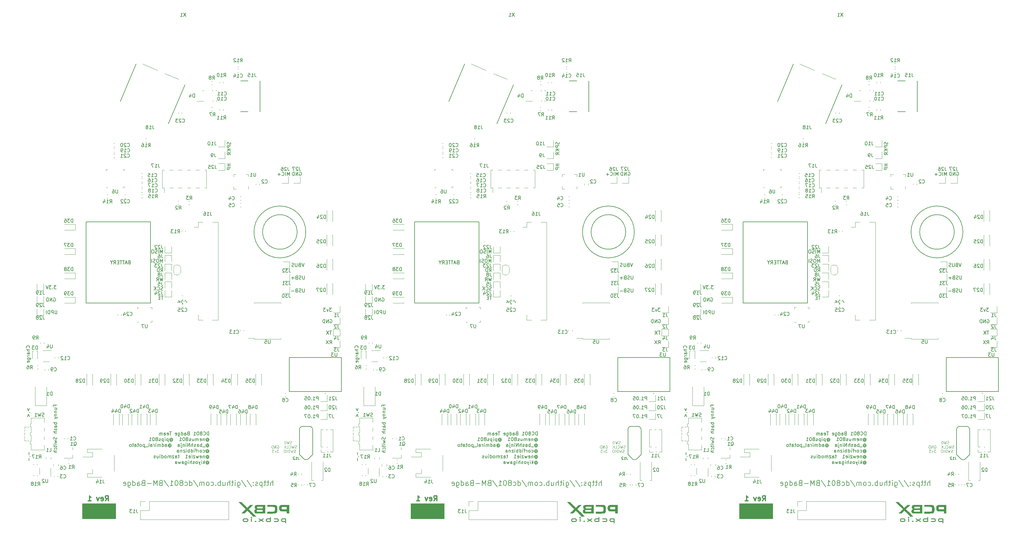
<source format=gbo>
%MOIN*%
%OFA0B0*%
%FSLAX46Y46*%
%IPPOS*%
%LPD*%
%ADD10C,0.0039370078740157488*%
%ADD11C,0.011811023622047244*%
%ADD12C,0.005905511811023622*%
%ADD13C,0.0078740157480314977*%
%ADD14C,0.0047244094488188976*%
%ADD15C,0.00039370078740157485*%
%ADD16C,0.005*%
%ADD17C,0.00984251968503937*%
%ADD18R,0.074803149606299218X0.074803149606299218*%
%ADD19C,0.082677165354330714*%
%ADD20O,0.082677165354330714X0.082677165354330714*%
%ADD21C,0.07574803149606299*%
%ADD22C,0.07874015748031496*%
%ADD23R,0.066929133858267723X0.027559055118110236*%
%ADD24R,0.10236220472440946X0.086614173228346469*%
%ADD25R,0.086614173228346469X0.1141732283464567*%
%ADD26C,0.051181102362204731*%
%ADD27R,0.1141732283464567X0.064960629921259838*%
%ADD28R,0.070866141732283464X0.055118110236220472*%
%ADD29R,0.070866141732283464X0.062992125984251982*%
%ADD30C,0.057086614173228349*%
%ADD31C,0.0452755905511811*%
%ADD32C,0.054548031496063*%
%ADD33C,0.054648031496062996*%
%ADD34C,0.046648031496062996*%
%ADD35R,0.05748031496062992X0.041338582677165357*%
%ADD36R,0.055118110236220472X0.055118110236220472*%
%ADD37O,0.055118110236220472X0.055118110236220472*%
%ADD38R,0.041338582677165357X0.05748031496062992*%
%ADD39R,0.035433070866141732X0.035433070866141732*%
%ADD40O,0.11811023622047245X0.066929133858267723*%
%ADD41O,0.10236220472440946X0.059055118110236227*%
%ADD42R,0.043307086614173235X0.055118110236220472*%
%ADD43R,0.043307086614173235X0.027559055118110236*%
%ADD44R,0.082677165354330714X0.082677165354330714*%
%ADD45R,0.055118110236220472X0.13385826771653545*%
%ADD56C,0.0039370078740157488*%
%ADD57C,0.011811023622047244*%
%ADD58C,0.005905511811023622*%
%ADD59C,0.0078740157480314977*%
%ADD60C,0.0047244094488188976*%
%ADD61C,0.00039370078740157485*%
%ADD62C,0.005*%
%ADD63C,0.00984251968503937*%
%ADD64R,0.074803149606299218X0.074803149606299218*%
%ADD65C,0.082677165354330714*%
%ADD66O,0.082677165354330714X0.082677165354330714*%
%ADD67C,0.07574803149606299*%
%ADD68C,0.07874015748031496*%
%ADD69R,0.066929133858267723X0.027559055118110236*%
%ADD70R,0.10236220472440946X0.086614173228346469*%
%ADD71R,0.086614173228346469X0.1141732283464567*%
%ADD72C,0.051181102362204731*%
%ADD73R,0.1141732283464567X0.064960629921259838*%
%ADD74R,0.070866141732283464X0.055118110236220472*%
%ADD75R,0.070866141732283464X0.062992125984251982*%
%ADD76C,0.057086614173228349*%
%ADD77C,0.0452755905511811*%
%ADD78C,0.054548031496063*%
%ADD79C,0.054648031496062996*%
%ADD80C,0.046648031496062996*%
%ADD81R,0.05748031496062992X0.041338582677165357*%
%ADD82R,0.055118110236220472X0.055118110236220472*%
%ADD83O,0.055118110236220472X0.055118110236220472*%
%ADD84R,0.041338582677165357X0.05748031496062992*%
%ADD85R,0.035433070866141732X0.035433070866141732*%
%ADD86O,0.11811023622047245X0.066929133858267723*%
%ADD87O,0.10236220472440946X0.059055118110236227*%
%ADD88R,0.043307086614173235X0.055118110236220472*%
%ADD89R,0.043307086614173235X0.027559055118110236*%
%ADD90R,0.082677165354330714X0.082677165354330714*%
%ADD91R,0.055118110236220472X0.13385826771653545*%
%ADD92C,0.0039370078740157488*%
%ADD93C,0.011811023622047244*%
%ADD94C,0.005905511811023622*%
%ADD95C,0.0078740157480314977*%
%ADD96C,0.0047244094488188976*%
%ADD97C,0.00039370078740157485*%
%ADD98C,0.005*%
%ADD99C,0.00984251968503937*%
%ADD100R,0.074803149606299218X0.074803149606299218*%
%ADD101C,0.082677165354330714*%
%ADD102O,0.082677165354330714X0.082677165354330714*%
%ADD103C,0.07574803149606299*%
%ADD104C,0.07874015748031496*%
%ADD105R,0.066929133858267723X0.027559055118110236*%
%ADD106R,0.10236220472440946X0.086614173228346469*%
%ADD107R,0.086614173228346469X0.1141732283464567*%
%ADD108C,0.051181102362204731*%
%ADD109R,0.1141732283464567X0.064960629921259838*%
%ADD110R,0.070866141732283464X0.055118110236220472*%
%ADD111R,0.070866141732283464X0.062992125984251982*%
%ADD112C,0.057086614173228349*%
%ADD113C,0.0452755905511811*%
%ADD114C,0.054548031496063*%
%ADD115C,0.054648031496062996*%
%ADD116C,0.046648031496062996*%
%ADD117R,0.05748031496062992X0.041338582677165357*%
%ADD118R,0.055118110236220472X0.055118110236220472*%
%ADD119O,0.055118110236220472X0.055118110236220472*%
%ADD120R,0.041338582677165357X0.05748031496062992*%
%ADD121R,0.035433070866141732X0.035433070866141732*%
%ADD122O,0.11811023622047245X0.066929133858267723*%
%ADD123O,0.10236220472440946X0.059055118110236227*%
%ADD124R,0.043307086614173235X0.055118110236220472*%
%ADD125R,0.043307086614173235X0.027559055118110236*%
%ADD126R,0.082677165354330714X0.082677165354330714*%
%ADD127R,0.055118110236220472X0.13385826771653545*%
D10*
G36*
X0001432283Y0000492913D02*
G01*
X0001051181Y0000492913D01*
X0001051181Y0000665748D01*
X0001432283Y0000665748D01*
X0001432283Y0000492913D01*
G37*
X0001432283Y0000492913D02*
X0001051181Y0000492913D01*
X0001051181Y0000665748D01*
X0001432283Y0000665748D01*
X0001432283Y0000492913D01*
D11*
X0001314791Y0000696119D02*
X0001334476Y0000724240D01*
X0001348537Y0000696119D02*
X0001348537Y0000755174D01*
X0001326040Y0000755174D01*
X0001320416Y0000752362D01*
X0001317603Y0000749550D01*
X0001314791Y0000743925D01*
X0001314791Y0000735489D01*
X0001317603Y0000729865D01*
X0001320416Y0000727052D01*
X0001326040Y0000724240D01*
X0001348537Y0000724240D01*
X0001266985Y0000698931D02*
X0001272609Y0000696119D01*
X0001283858Y0000696119D01*
X0001289482Y0000698931D01*
X0001292294Y0000704555D01*
X0001292294Y0000727052D01*
X0001289482Y0000732677D01*
X0001283858Y0000735489D01*
X0001272609Y0000735489D01*
X0001266985Y0000732677D01*
X0001264173Y0000727052D01*
X0001264173Y0000721428D01*
X0001292294Y0000715804D01*
X0001244488Y0000735489D02*
X0001230427Y0000696119D01*
X0001216366Y0000735489D01*
X0001117941Y0000696119D02*
X0001151687Y0000696119D01*
X0001134814Y0000696119D02*
X0001134814Y0000755174D01*
X0001140438Y0000746737D01*
X0001146062Y0000741113D01*
X0001151687Y0000738301D01*
D12*
X0001972759Y0003027465D02*
X0001950262Y0003027465D01*
X0001961511Y0002988095D02*
X0001961511Y0003027465D01*
X0001937139Y0003008717D02*
X0001924015Y0003008717D01*
X0001918391Y0002988095D02*
X0001937139Y0002988095D01*
X0001937139Y0003027465D01*
X0001918391Y0003027465D01*
X0001969010Y0003094909D02*
X0001963385Y0003093034D01*
X0001954011Y0003093034D01*
X0001950262Y0003094909D01*
X0001948387Y0003096784D01*
X0001946512Y0003100533D01*
X0001946512Y0003104283D01*
X0001948387Y0003108032D01*
X0001950262Y0003109907D01*
X0001954011Y0003111782D01*
X0001961511Y0003113656D01*
X0001965260Y0003115531D01*
X0001967135Y0003117406D01*
X0001969010Y0003121155D01*
X0001969010Y0003124905D01*
X0001967135Y0003128655D01*
X0001965260Y0003130529D01*
X0001961511Y0003132404D01*
X0001952137Y0003132404D01*
X0001946512Y0003130529D01*
X0001907142Y0003096784D02*
X0001909017Y0003094909D01*
X0001914641Y0003093034D01*
X0001918391Y0003093034D01*
X0001924015Y0003094909D01*
X0001927765Y0003098658D01*
X0001929640Y0003102408D01*
X0001931514Y0003109907D01*
X0001931514Y0003115531D01*
X0001929640Y0003123030D01*
X0001927765Y0003126780D01*
X0001924015Y0003130529D01*
X0001918391Y0003132404D01*
X0001914641Y0003132404D01*
X0001909017Y0003130529D01*
X0001907142Y0003128655D01*
X0001890269Y0003093034D02*
X0001890269Y0003132404D01*
X0001867772Y0003093034D02*
X0001884645Y0003115531D01*
X0001867772Y0003132404D02*
X0001890269Y0003109907D01*
X0001970884Y0003237343D02*
X0001961511Y0003197973D01*
X0001954012Y0003226095D01*
X0001946512Y0003197973D01*
X0001937139Y0003237343D01*
X0001899643Y0003197973D02*
X0001912767Y0003216721D01*
X0001922140Y0003197973D02*
X0001922140Y0003237343D01*
X0001907142Y0003237343D01*
X0001903393Y0003235468D01*
X0001901518Y0003233594D01*
X0001899643Y0003229844D01*
X0001899643Y0003224220D01*
X0001901518Y0003220470D01*
X0001903393Y0003218596D01*
X0001907142Y0003216721D01*
X0001922140Y0003216721D01*
X0001944638Y0003302912D02*
X0001957761Y0003321660D01*
X0001967135Y0003302912D02*
X0001967135Y0003342282D01*
X0001952137Y0003342282D01*
X0001948387Y0003340408D01*
X0001946512Y0003338533D01*
X0001944638Y0003334783D01*
X0001944638Y0003329159D01*
X0001946512Y0003325409D01*
X0001948387Y0003323535D01*
X0001952137Y0003321660D01*
X0001967135Y0003321660D01*
X0001927765Y0003302912D02*
X0001927765Y0003342282D01*
X0001918391Y0003342282D01*
X0001912767Y0003340408D01*
X0001909017Y0003336658D01*
X0001907142Y0003332909D01*
X0001905268Y0003325409D01*
X0001905268Y0003319785D01*
X0001907142Y0003312286D01*
X0001909017Y0003308537D01*
X0001912767Y0003304787D01*
X0001918391Y0003302912D01*
X0001927765Y0003302912D01*
X0001967135Y0003407851D02*
X0001967135Y0003447222D01*
X0001954012Y0003419100D01*
X0001940888Y0003447222D01*
X0001940888Y0003407851D01*
X0001914641Y0003447222D02*
X0001907142Y0003447222D01*
X0001903393Y0003445347D01*
X0001899643Y0003441597D01*
X0001897769Y0003434098D01*
X0001897769Y0003420975D01*
X0001899643Y0003413476D01*
X0001903393Y0003409726D01*
X0001907142Y0003407851D01*
X0001914641Y0003407851D01*
X0001918391Y0003409726D01*
X0001922140Y0003413476D01*
X0001924015Y0003420975D01*
X0001924015Y0003434098D01*
X0001922140Y0003441597D01*
X0001918391Y0003445347D01*
X0001914641Y0003447222D01*
X0001882770Y0003409726D02*
X0001877146Y0003407851D01*
X0001867772Y0003407851D01*
X0001864023Y0003409726D01*
X0001862148Y0003411601D01*
X0001860273Y0003415350D01*
X0001860273Y0003419100D01*
X0001862148Y0003422850D01*
X0001864023Y0003424724D01*
X0001867772Y0003426599D01*
X0001875271Y0003428474D01*
X0001879021Y0003430349D01*
X0001880896Y0003432223D01*
X0001882770Y0003435973D01*
X0001882770Y0003439722D01*
X0001880896Y0003443472D01*
X0001879021Y0003445347D01*
X0001875271Y0003447222D01*
X0001865898Y0003447222D01*
X0001860273Y0003445347D01*
X0001843400Y0003407851D02*
X0001843400Y0003447222D01*
X0001967135Y0003512791D02*
X0001967135Y0003552161D01*
X0001954012Y0003524039D01*
X0001940888Y0003552161D01*
X0001940888Y0003512791D01*
X0001922140Y0003512791D02*
X0001922140Y0003552161D01*
X0001905268Y0003514665D02*
X0001899643Y0003512791D01*
X0001890269Y0003512791D01*
X0001886520Y0003514665D01*
X0001884645Y0003516540D01*
X0001882770Y0003520290D01*
X0001882770Y0003524039D01*
X0001884645Y0003527789D01*
X0001886520Y0003529663D01*
X0001890269Y0003531538D01*
X0001897769Y0003533413D01*
X0001901518Y0003535288D01*
X0001903393Y0003537162D01*
X0001905268Y0003540912D01*
X0001905268Y0003544662D01*
X0001903393Y0003548411D01*
X0001901518Y0003550286D01*
X0001897769Y0003552161D01*
X0001888395Y0003552161D01*
X0001882770Y0003550286D01*
X0001858398Y0003552161D02*
X0001850899Y0003552161D01*
X0001847150Y0003550286D01*
X0001843400Y0003546536D01*
X0001841526Y0003539037D01*
X0001841526Y0003525914D01*
X0001843400Y0003518415D01*
X0001847150Y0003514665D01*
X0001850899Y0003512791D01*
X0001858398Y0003512791D01*
X0001862148Y0003514665D01*
X0001865898Y0003518415D01*
X0001867772Y0003525914D01*
X0001867772Y0003539037D01*
X0001865898Y0003546536D01*
X0001862148Y0003550286D01*
X0001858398Y0003552161D01*
X0001587795Y0003411867D02*
X0001582170Y0003409992D01*
X0001580296Y0003408117D01*
X0001578421Y0003404368D01*
X0001578421Y0003398743D01*
X0001580296Y0003394994D01*
X0001582170Y0003393119D01*
X0001585920Y0003391244D01*
X0001600918Y0003391244D01*
X0001600918Y0003430614D01*
X0001587795Y0003430614D01*
X0001584045Y0003428740D01*
X0001582170Y0003426865D01*
X0001580296Y0003423115D01*
X0001580296Y0003419366D01*
X0001582170Y0003415616D01*
X0001584045Y0003413742D01*
X0001587795Y0003411867D01*
X0001600918Y0003411867D01*
X0001563423Y0003402493D02*
X0001544675Y0003402493D01*
X0001567172Y0003391244D02*
X0001554049Y0003430614D01*
X0001540926Y0003391244D01*
X0001533427Y0003430614D02*
X0001510929Y0003430614D01*
X0001522178Y0003391244D02*
X0001522178Y0003430614D01*
X0001503430Y0003430614D02*
X0001480933Y0003430614D01*
X0001492182Y0003391244D02*
X0001492182Y0003430614D01*
X0001467810Y0003411867D02*
X0001454686Y0003411867D01*
X0001449062Y0003391244D02*
X0001467810Y0003391244D01*
X0001467810Y0003430614D01*
X0001449062Y0003430614D01*
X0001409692Y0003391244D02*
X0001422815Y0003409992D01*
X0001432189Y0003391244D02*
X0001432189Y0003430614D01*
X0001417191Y0003430614D01*
X0001413442Y0003428740D01*
X0001411567Y0003426865D01*
X0001409692Y0003423115D01*
X0001409692Y0003417491D01*
X0001411567Y0003413742D01*
X0001413442Y0003411867D01*
X0001417191Y0003409992D01*
X0001432189Y0003409992D01*
X0001385320Y0003409992D02*
X0001385320Y0003391244D01*
X0001398443Y0003430614D02*
X0001385320Y0003409992D01*
X0001372197Y0003430614D01*
X0001829133Y0002946850D02*
X0001829133Y0003870078D01*
X0001094881Y0002946850D02*
X0001829133Y0002946850D01*
X0001094881Y0003870078D02*
X0001094881Y0002946850D01*
X0001829133Y0003870078D02*
X0001094881Y0003870078D01*
D10*
X0003436482Y0001345913D02*
X0003431983Y0001344413D01*
X0003424484Y0001344413D01*
X0003421484Y0001345913D01*
X0003419985Y0001347412D01*
X0003418485Y0001350412D01*
X0003418485Y0001353412D01*
X0003419985Y0001356411D01*
X0003421484Y0001357911D01*
X0003424484Y0001359411D01*
X0003430483Y0001360911D01*
X0003433483Y0001362410D01*
X0003434983Y0001363910D01*
X0003436482Y0001366910D01*
X0003436482Y0001369910D01*
X0003434983Y0001372909D01*
X0003433483Y0001374409D01*
X0003430483Y0001375909D01*
X0003422984Y0001375909D01*
X0003418485Y0001374409D01*
X0003407986Y0001375909D02*
X0003400487Y0001344413D01*
X0003394488Y0001366910D01*
X0003388488Y0001344413D01*
X0003380989Y0001375909D01*
X0003362992Y0001375909D02*
X0003359992Y0001375909D01*
X0003356992Y0001374409D01*
X0003355493Y0001372909D01*
X0003353993Y0001369910D01*
X0003352493Y0001363910D01*
X0003352493Y0001356411D01*
X0003353993Y0001350412D01*
X0003355493Y0001347412D01*
X0003356992Y0001345913D01*
X0003359992Y0001344413D01*
X0003362992Y0001344413D01*
X0003365991Y0001345913D01*
X0003367491Y0001347412D01*
X0003368991Y0001350412D01*
X0003370491Y0001356411D01*
X0003370491Y0001363910D01*
X0003368991Y0001369910D01*
X0003367491Y0001372909D01*
X0003365991Y0001374409D01*
X0003362992Y0001375909D01*
X0003492838Y0001295912D02*
X0003488338Y0001294413D01*
X0003480839Y0001294413D01*
X0003477840Y0001295912D01*
X0003476340Y0001297412D01*
X0003474840Y0001300412D01*
X0003474840Y0001303412D01*
X0003476340Y0001306411D01*
X0003477840Y0001307911D01*
X0003480839Y0001309411D01*
X0003486839Y0001310911D01*
X0003489838Y0001312410D01*
X0003491338Y0001313910D01*
X0003492838Y0001316910D01*
X0003492838Y0001319910D01*
X0003491338Y0001322909D01*
X0003489838Y0001324409D01*
X0003486839Y0001325909D01*
X0003479340Y0001325909D01*
X0003474840Y0001324409D01*
X0003464341Y0001325909D02*
X0003456842Y0001294413D01*
X0003450843Y0001316910D01*
X0003444844Y0001294413D01*
X0003437345Y0001325909D01*
X0003407349Y0001297412D02*
X0003408848Y0001295912D01*
X0003413348Y0001294413D01*
X0003416347Y0001294413D01*
X0003420847Y0001295912D01*
X0003423847Y0001298912D01*
X0003425346Y0001301912D01*
X0003426846Y0001307911D01*
X0003426846Y0001312410D01*
X0003425346Y0001318410D01*
X0003423847Y0001321409D01*
X0003420847Y0001324409D01*
X0003416347Y0001325909D01*
X0003413348Y0001325909D01*
X0003408848Y0001324409D01*
X0003407349Y0001322909D01*
X0003378852Y0001294413D02*
X0003393850Y0001294413D01*
X0003393850Y0001325909D01*
X0003368353Y0001294413D02*
X0003368353Y0001325909D01*
X0003350356Y0001294413D02*
X0003363854Y0001312410D01*
X0003350356Y0001325909D02*
X0003368353Y0001307911D01*
X0003272365Y0001324409D02*
X0003275365Y0001325909D01*
X0003279865Y0001325909D01*
X0003284364Y0001324409D01*
X0003287364Y0001321409D01*
X0003288863Y0001318410D01*
X0003290363Y0001312410D01*
X0003290363Y0001307911D01*
X0003288863Y0001301912D01*
X0003287364Y0001298912D01*
X0003284364Y0001295912D01*
X0003279865Y0001294413D01*
X0003276865Y0001294413D01*
X0003272365Y0001295912D01*
X0003270866Y0001297412D01*
X0003270866Y0001307911D01*
X0003276865Y0001307911D01*
X0003257367Y0001294413D02*
X0003257367Y0001325909D01*
X0003239370Y0001294413D01*
X0003239370Y0001325909D01*
X0003224371Y0001294413D02*
X0003224371Y0001325909D01*
X0003216872Y0001325909D01*
X0003212373Y0001324409D01*
X0003209373Y0001321409D01*
X0003207874Y0001318410D01*
X0003206374Y0001312410D01*
X0003206374Y0001307911D01*
X0003207874Y0001301912D01*
X0003209373Y0001298912D01*
X0003212373Y0001295912D01*
X0003216872Y0001294413D01*
X0003224371Y0001294413D01*
X0003481552Y0001247487D02*
X0003477052Y0001245988D01*
X0003469553Y0001245988D01*
X0003466554Y0001247487D01*
X0003465054Y0001248987D01*
X0003463554Y0001251987D01*
X0003463554Y0001254986D01*
X0003465054Y0001257986D01*
X0003466554Y0001259486D01*
X0003469553Y0001260986D01*
X0003475553Y0001262485D01*
X0003478552Y0001263985D01*
X0003480052Y0001265485D01*
X0003481552Y0001268485D01*
X0003481552Y0001271484D01*
X0003480052Y0001274484D01*
X0003478552Y0001275984D01*
X0003475553Y0001277484D01*
X0003468053Y0001277484D01*
X0003463554Y0001275984D01*
X0003453055Y0001277484D02*
X0003445556Y0001245988D01*
X0003439557Y0001268485D01*
X0003433558Y0001245988D01*
X0003426059Y0001277484D01*
X0003414060Y0001245988D02*
X0003414060Y0001277484D01*
X0003406561Y0001277484D01*
X0003402062Y0001275984D01*
X0003399062Y0001272984D01*
X0003397562Y0001269985D01*
X0003396062Y0001263985D01*
X0003396062Y0001259486D01*
X0003397562Y0001253487D01*
X0003399062Y0001250487D01*
X0003402062Y0001247487D01*
X0003406561Y0001245988D01*
X0003414060Y0001245988D01*
X0003382564Y0001245988D02*
X0003382564Y0001277484D01*
X0003361567Y0001277484D02*
X0003355568Y0001277484D01*
X0003352568Y0001275984D01*
X0003349568Y0001272984D01*
X0003348068Y0001266985D01*
X0003348068Y0001256486D01*
X0003349568Y0001250487D01*
X0003352568Y0001247487D01*
X0003355568Y0001245988D01*
X0003361567Y0001245988D01*
X0003364566Y0001247487D01*
X0003367566Y0001250487D01*
X0003369066Y0001256486D01*
X0003369066Y0001266985D01*
X0003367566Y0001272984D01*
X0003364566Y0001275984D01*
X0003361567Y0001277484D01*
X0003289576Y0001277484D02*
X0003270078Y0001277484D01*
X0003280577Y0001265485D01*
X0003276077Y0001265485D01*
X0003273078Y0001263985D01*
X0003271578Y0001262485D01*
X0003270078Y0001259486D01*
X0003270078Y0001251987D01*
X0003271578Y0001248987D01*
X0003273078Y0001247487D01*
X0003276077Y0001245988D01*
X0003285076Y0001245988D01*
X0003288076Y0001247487D01*
X0003289576Y0001248987D01*
X0003259580Y0001266985D02*
X0003252080Y0001245988D01*
X0003244581Y0001266985D01*
X0003235583Y0001277484D02*
X0003216085Y0001277484D01*
X0003226584Y0001265485D01*
X0003222084Y0001265485D01*
X0003219085Y0001263985D01*
X0003217585Y0001262485D01*
X0003216085Y0001259486D01*
X0003216085Y0001251987D01*
X0003217585Y0001248987D01*
X0003219085Y0001247487D01*
X0003222084Y0001245988D01*
X0003231083Y0001245988D01*
X0003234083Y0001247487D01*
X0003235583Y0001248987D01*
D12*
X0002494267Y0001443803D02*
X0002494267Y0001483173D01*
X0002484894Y0001483173D01*
X0002479269Y0001481299D01*
X0002475520Y0001477549D01*
X0002473645Y0001473800D01*
X0002471770Y0001466301D01*
X0002471770Y0001460676D01*
X0002473645Y0001453177D01*
X0002475520Y0001449428D01*
X0002479269Y0001445678D01*
X0002484894Y0001443803D01*
X0002494267Y0001443803D01*
X0002432400Y0001447553D02*
X0002434275Y0001445678D01*
X0002439899Y0001443803D01*
X0002443649Y0001443803D01*
X0002449273Y0001445678D01*
X0002453023Y0001449428D01*
X0002454897Y0001453177D01*
X0002456772Y0001460676D01*
X0002456772Y0001466301D01*
X0002454897Y0001473800D01*
X0002453023Y0001477549D01*
X0002449273Y0001481299D01*
X0002443649Y0001483173D01*
X0002439899Y0001483173D01*
X0002434275Y0001481299D01*
X0002432400Y0001479424D01*
X0002409903Y0001466301D02*
X0002413652Y0001468175D01*
X0002415527Y0001470050D01*
X0002417402Y0001473800D01*
X0002417402Y0001475674D01*
X0002415527Y0001479424D01*
X0002413652Y0001481299D01*
X0002409903Y0001483173D01*
X0002402404Y0001483173D01*
X0002398654Y0001481299D01*
X0002396780Y0001479424D01*
X0002394905Y0001475674D01*
X0002394905Y0001473800D01*
X0002396780Y0001470050D01*
X0002398654Y0001468175D01*
X0002402404Y0001466301D01*
X0002409903Y0001466301D01*
X0002413652Y0001464426D01*
X0002415527Y0001462551D01*
X0002417402Y0001458802D01*
X0002417402Y0001451302D01*
X0002415527Y0001447553D01*
X0002413652Y0001445678D01*
X0002409903Y0001443803D01*
X0002402404Y0001443803D01*
X0002398654Y0001445678D01*
X0002396780Y0001447553D01*
X0002394905Y0001451302D01*
X0002394905Y0001458802D01*
X0002396780Y0001462551D01*
X0002398654Y0001464426D01*
X0002402404Y0001466301D01*
X0002370533Y0001483173D02*
X0002366783Y0001483173D01*
X0002363034Y0001481299D01*
X0002361159Y0001479424D01*
X0002359284Y0001475674D01*
X0002357410Y0001468175D01*
X0002357410Y0001458802D01*
X0002359284Y0001451302D01*
X0002361159Y0001447553D01*
X0002363034Y0001445678D01*
X0002366783Y0001443803D01*
X0002370533Y0001443803D01*
X0002374282Y0001445678D01*
X0002376157Y0001447553D01*
X0002378032Y0001451302D01*
X0002379907Y0001458802D01*
X0002379907Y0001468175D01*
X0002378032Y0001475674D01*
X0002376157Y0001479424D01*
X0002374282Y0001481299D01*
X0002370533Y0001483173D01*
X0002319914Y0001443803D02*
X0002342411Y0001443803D01*
X0002331163Y0001443803D02*
X0002331163Y0001483173D01*
X0002334912Y0001477549D01*
X0002338662Y0001473800D01*
X0002342411Y0001471925D01*
X0002259922Y0001464426D02*
X0002254297Y0001462551D01*
X0002252423Y0001460676D01*
X0002250548Y0001456927D01*
X0002250548Y0001451302D01*
X0002252423Y0001447553D01*
X0002254297Y0001445678D01*
X0002258047Y0001443803D01*
X0002273045Y0001443803D01*
X0002273045Y0001483173D01*
X0002259922Y0001483173D01*
X0002256172Y0001481299D01*
X0002254297Y0001479424D01*
X0002252423Y0001475674D01*
X0002252423Y0001471925D01*
X0002254297Y0001468175D01*
X0002256172Y0001466301D01*
X0002259922Y0001464426D01*
X0002273045Y0001464426D01*
X0002216802Y0001443803D02*
X0002216802Y0001464426D01*
X0002218677Y0001468175D01*
X0002222426Y0001470050D01*
X0002229925Y0001470050D01*
X0002233675Y0001468175D01*
X0002216802Y0001445678D02*
X0002220552Y0001443803D01*
X0002229925Y0001443803D01*
X0002233675Y0001445678D01*
X0002235550Y0001449428D01*
X0002235550Y0001453177D01*
X0002233675Y0001456927D01*
X0002229925Y0001458802D01*
X0002220552Y0001458802D01*
X0002216802Y0001460676D01*
X0002181182Y0001443803D02*
X0002181182Y0001483173D01*
X0002181182Y0001445678D02*
X0002184931Y0001443803D01*
X0002192430Y0001443803D01*
X0002196180Y0001445678D01*
X0002198054Y0001447553D01*
X0002199929Y0001451302D01*
X0002199929Y0001462551D01*
X0002198054Y0001466301D01*
X0002196180Y0001468175D01*
X0002192430Y0001470050D01*
X0002184931Y0001470050D01*
X0002181182Y0001468175D01*
X0002145561Y0001470050D02*
X0002145561Y0001438179D01*
X0002147436Y0001434430D01*
X0002149311Y0001432555D01*
X0002153060Y0001430680D01*
X0002158684Y0001430680D01*
X0002162434Y0001432555D01*
X0002145561Y0001445678D02*
X0002149311Y0001443803D01*
X0002156810Y0001443803D01*
X0002160559Y0001445678D01*
X0002162434Y0001447553D01*
X0002164309Y0001451302D01*
X0002164309Y0001462551D01*
X0002162434Y0001466301D01*
X0002160559Y0001468175D01*
X0002156810Y0001470050D01*
X0002149311Y0001470050D01*
X0002145561Y0001468175D01*
X0002111815Y0001445678D02*
X0002115565Y0001443803D01*
X0002123064Y0001443803D01*
X0002126813Y0001445678D01*
X0002128688Y0001449428D01*
X0002128688Y0001464426D01*
X0002126813Y0001468175D01*
X0002123064Y0001470050D01*
X0002115565Y0001470050D01*
X0002111815Y0001468175D01*
X0002109940Y0001464426D01*
X0002109940Y0001460676D01*
X0002128688Y0001456927D01*
X0002068696Y0001483173D02*
X0002046198Y0001483173D01*
X0002057447Y0001443803D02*
X0002057447Y0001483173D01*
X0002018077Y0001445678D02*
X0002021826Y0001443803D01*
X0002029325Y0001443803D01*
X0002033075Y0001445678D01*
X0002034950Y0001449428D01*
X0002034950Y0001464426D01*
X0002033075Y0001468175D01*
X0002029325Y0001470050D01*
X0002021826Y0001470050D01*
X0002018077Y0001468175D01*
X0002016202Y0001464426D01*
X0002016202Y0001460676D01*
X0002034950Y0001456927D01*
X0001982456Y0001443803D02*
X0001982456Y0001464426D01*
X0001984331Y0001468175D01*
X0001988081Y0001470050D01*
X0001995580Y0001470050D01*
X0001999329Y0001468175D01*
X0001982456Y0001445678D02*
X0001986206Y0001443803D01*
X0001995580Y0001443803D01*
X0001999329Y0001445678D01*
X0002001204Y0001449428D01*
X0002001204Y0001453177D01*
X0001999329Y0001456927D01*
X0001995580Y0001458802D01*
X0001986206Y0001458802D01*
X0001982456Y0001460676D01*
X0001963709Y0001443803D02*
X0001963709Y0001470050D01*
X0001963709Y0001466301D02*
X0001961834Y0001468175D01*
X0001958084Y0001470050D01*
X0001952460Y0001470050D01*
X0001948711Y0001468175D01*
X0001946836Y0001464426D01*
X0001946836Y0001443803D01*
X0001946836Y0001464426D02*
X0001944961Y0001468175D01*
X0001941212Y0001470050D01*
X0001935587Y0001470050D01*
X0001931838Y0001468175D01*
X0001929963Y0001464426D01*
X0001929963Y0001443803D01*
X0002469895Y0001397590D02*
X0002471770Y0001399465D01*
X0002475520Y0001401340D01*
X0002479269Y0001401340D01*
X0002483019Y0001399465D01*
X0002484894Y0001397590D01*
X0002486768Y0001393841D01*
X0002486768Y0001390091D01*
X0002484894Y0001386342D01*
X0002483019Y0001384467D01*
X0002479269Y0001382592D01*
X0002475520Y0001382592D01*
X0002471770Y0001384467D01*
X0002469895Y0001386342D01*
X0002469895Y0001401340D02*
X0002469895Y0001386342D01*
X0002468021Y0001384467D01*
X0002466146Y0001384467D01*
X0002462396Y0001386342D01*
X0002460522Y0001390091D01*
X0002460522Y0001399465D01*
X0002464271Y0001405089D01*
X0002469895Y0001408839D01*
X0002477395Y0001410714D01*
X0002484894Y0001408839D01*
X0002490518Y0001405089D01*
X0002494267Y0001399465D01*
X0002496142Y0001391966D01*
X0002494267Y0001384467D01*
X0002490518Y0001378843D01*
X0002484894Y0001375093D01*
X0002477395Y0001373218D01*
X0002469895Y0001375093D01*
X0002464271Y0001378843D01*
X0002443649Y0001405089D02*
X0002443649Y0001378843D01*
X0002443649Y0001401340D02*
X0002441774Y0001403215D01*
X0002438024Y0001405089D01*
X0002432400Y0001405089D01*
X0002428651Y0001403215D01*
X0002426776Y0001399465D01*
X0002426776Y0001378843D01*
X0002393030Y0001380718D02*
X0002396780Y0001378843D01*
X0002404279Y0001378843D01*
X0002408028Y0001380718D01*
X0002409903Y0001384467D01*
X0002409903Y0001399465D01*
X0002408028Y0001403215D01*
X0002404279Y0001405089D01*
X0002396780Y0001405089D01*
X0002393030Y0001403215D01*
X0002391155Y0001399465D01*
X0002391155Y0001395716D01*
X0002409903Y0001391966D01*
X0002374282Y0001378843D02*
X0002374282Y0001405089D01*
X0002374282Y0001401340D02*
X0002372408Y0001403215D01*
X0002368658Y0001405089D01*
X0002363034Y0001405089D01*
X0002359284Y0001403215D01*
X0002357410Y0001399465D01*
X0002357410Y0001378843D01*
X0002357410Y0001399465D02*
X0002355535Y0001403215D01*
X0002351785Y0001405089D01*
X0002346161Y0001405089D01*
X0002342411Y0001403215D01*
X0002340537Y0001399465D01*
X0002340537Y0001378843D01*
X0002304916Y0001405089D02*
X0002304916Y0001378843D01*
X0002321789Y0001405089D02*
X0002321789Y0001384467D01*
X0002319914Y0001380718D01*
X0002316165Y0001378843D01*
X0002310540Y0001378843D01*
X0002306791Y0001380718D01*
X0002304916Y0001382592D01*
X0002288043Y0001380718D02*
X0002284294Y0001378843D01*
X0002276795Y0001378843D01*
X0002273045Y0001380718D01*
X0002271170Y0001384467D01*
X0002271170Y0001386342D01*
X0002273045Y0001390091D01*
X0002276795Y0001391966D01*
X0002282419Y0001391966D01*
X0002286168Y0001393841D01*
X0002288043Y0001397590D01*
X0002288043Y0001399465D01*
X0002286168Y0001403215D01*
X0002282419Y0001405089D01*
X0002276795Y0001405089D01*
X0002273045Y0001403215D01*
X0002248673Y0001401340D02*
X0002252423Y0001403215D01*
X0002254297Y0001405089D01*
X0002256172Y0001408839D01*
X0002256172Y0001410714D01*
X0002254297Y0001414463D01*
X0002252423Y0001416338D01*
X0002248673Y0001418213D01*
X0002241174Y0001418213D01*
X0002237425Y0001416338D01*
X0002235550Y0001414463D01*
X0002233675Y0001410714D01*
X0002233675Y0001408839D01*
X0002235550Y0001405089D01*
X0002237425Y0001403215D01*
X0002241174Y0001401340D01*
X0002248673Y0001401340D01*
X0002252423Y0001399465D01*
X0002254297Y0001397590D01*
X0002256172Y0001393841D01*
X0002256172Y0001386342D01*
X0002254297Y0001382592D01*
X0002252423Y0001380718D01*
X0002248673Y0001378843D01*
X0002241174Y0001378843D01*
X0002237425Y0001380718D01*
X0002235550Y0001382592D01*
X0002233675Y0001386342D01*
X0002233675Y0001393841D01*
X0002235550Y0001397590D01*
X0002237425Y0001399465D01*
X0002241174Y0001401340D01*
X0002209303Y0001418213D02*
X0002205553Y0001418213D01*
X0002201804Y0001416338D01*
X0002199929Y0001414463D01*
X0002198054Y0001410714D01*
X0002196180Y0001403215D01*
X0002196180Y0001393841D01*
X0002198054Y0001386342D01*
X0002199929Y0001382592D01*
X0002201804Y0001380718D01*
X0002205553Y0001378843D01*
X0002209303Y0001378843D01*
X0002213053Y0001380718D01*
X0002214927Y0001382592D01*
X0002216802Y0001386342D01*
X0002218677Y0001393841D01*
X0002218677Y0001403215D01*
X0002216802Y0001410714D01*
X0002214927Y0001414463D01*
X0002213053Y0001416338D01*
X0002209303Y0001418213D01*
X0002158684Y0001378843D02*
X0002181182Y0001378843D01*
X0002169933Y0001378843D02*
X0002169933Y0001418213D01*
X0002173682Y0001412589D01*
X0002177432Y0001408839D01*
X0002181182Y0001406964D01*
X0002057447Y0001397590D02*
X0002059322Y0001399465D01*
X0002063071Y0001401340D01*
X0002066821Y0001401340D01*
X0002070570Y0001399465D01*
X0002072445Y0001397590D01*
X0002074320Y0001393841D01*
X0002074320Y0001390091D01*
X0002072445Y0001386342D01*
X0002070570Y0001384467D01*
X0002066821Y0001382592D01*
X0002063071Y0001382592D01*
X0002059322Y0001384467D01*
X0002057447Y0001386342D01*
X0002057447Y0001401340D02*
X0002057447Y0001386342D01*
X0002055572Y0001384467D01*
X0002053697Y0001384467D01*
X0002049948Y0001386342D01*
X0002048073Y0001390091D01*
X0002048073Y0001399465D01*
X0002051823Y0001405089D01*
X0002057447Y0001408839D01*
X0002064946Y0001410714D01*
X0002072445Y0001408839D01*
X0002078069Y0001405089D01*
X0002081819Y0001399465D01*
X0002083694Y0001391966D01*
X0002081819Y0001384467D01*
X0002078069Y0001378843D01*
X0002072445Y0001375093D01*
X0002064946Y0001373218D01*
X0002057447Y0001375093D01*
X0002051823Y0001378843D01*
X0002031200Y0001405089D02*
X0002031200Y0001365719D01*
X0002031200Y0001403215D02*
X0002027451Y0001405089D01*
X0002019952Y0001405089D01*
X0002016202Y0001403215D01*
X0002014327Y0001401340D01*
X0002012453Y0001397590D01*
X0002012453Y0001386342D01*
X0002014327Y0001382592D01*
X0002016202Y0001380718D01*
X0002019952Y0001378843D01*
X0002027451Y0001378843D01*
X0002031200Y0001380718D01*
X0001995580Y0001378843D02*
X0001995580Y0001405089D01*
X0001995580Y0001418213D02*
X0001997455Y0001416338D01*
X0001995580Y0001414463D01*
X0001993705Y0001416338D01*
X0001995580Y0001418213D01*
X0001995580Y0001414463D01*
X0001976832Y0001405089D02*
X0001976832Y0001365719D01*
X0001976832Y0001403215D02*
X0001973083Y0001405089D01*
X0001965583Y0001405089D01*
X0001961834Y0001403215D01*
X0001959959Y0001401340D01*
X0001958084Y0001397590D01*
X0001958084Y0001386342D01*
X0001959959Y0001382592D01*
X0001961834Y0001380718D01*
X0001965583Y0001378843D01*
X0001973083Y0001378843D01*
X0001976832Y0001380718D01*
X0001943086Y0001380718D02*
X0001939337Y0001378843D01*
X0001931838Y0001378843D01*
X0001928088Y0001380718D01*
X0001926213Y0001384467D01*
X0001926213Y0001386342D01*
X0001928088Y0001390091D01*
X0001931838Y0001391966D01*
X0001937462Y0001391966D01*
X0001941212Y0001393841D01*
X0001943086Y0001397590D01*
X0001943086Y0001399465D01*
X0001941212Y0001403215D01*
X0001937462Y0001405089D01*
X0001931838Y0001405089D01*
X0001928088Y0001403215D01*
X0001903716Y0001401340D02*
X0001907466Y0001403215D01*
X0001909340Y0001405089D01*
X0001911215Y0001408839D01*
X0001911215Y0001410714D01*
X0001909340Y0001414463D01*
X0001907466Y0001416338D01*
X0001903716Y0001418213D01*
X0001896217Y0001418213D01*
X0001892468Y0001416338D01*
X0001890593Y0001414463D01*
X0001888718Y0001410714D01*
X0001888718Y0001408839D01*
X0001890593Y0001405089D01*
X0001892468Y0001403215D01*
X0001896217Y0001401340D01*
X0001903716Y0001401340D01*
X0001907466Y0001399465D01*
X0001909340Y0001397590D01*
X0001911215Y0001393841D01*
X0001911215Y0001386342D01*
X0001909340Y0001382592D01*
X0001907466Y0001380718D01*
X0001903716Y0001378843D01*
X0001896217Y0001378843D01*
X0001892468Y0001380718D01*
X0001890593Y0001382592D01*
X0001888718Y0001386342D01*
X0001888718Y0001393841D01*
X0001890593Y0001397590D01*
X0001892468Y0001399465D01*
X0001896217Y0001401340D01*
X0001864346Y0001418213D02*
X0001860597Y0001418213D01*
X0001856847Y0001416338D01*
X0001854972Y0001414463D01*
X0001853098Y0001410714D01*
X0001851223Y0001403215D01*
X0001851223Y0001393841D01*
X0001853098Y0001386342D01*
X0001854972Y0001382592D01*
X0001856847Y0001380718D01*
X0001860597Y0001378843D01*
X0001864346Y0001378843D01*
X0001868096Y0001380718D01*
X0001869970Y0001382592D01*
X0001871845Y0001386342D01*
X0001873720Y0001393841D01*
X0001873720Y0001403215D01*
X0001871845Y0001410714D01*
X0001869970Y0001414463D01*
X0001868096Y0001416338D01*
X0001864346Y0001418213D01*
X0001813727Y0001378843D02*
X0001836225Y0001378843D01*
X0001824976Y0001378843D02*
X0001824976Y0001418213D01*
X0001828726Y0001412589D01*
X0001832475Y0001408839D01*
X0001836225Y0001406964D01*
X0002469895Y0001332630D02*
X0002471770Y0001334505D01*
X0002475520Y0001336379D01*
X0002479269Y0001336379D01*
X0002483019Y0001334505D01*
X0002484894Y0001332630D01*
X0002486768Y0001328880D01*
X0002486768Y0001325131D01*
X0002484894Y0001321381D01*
X0002483019Y0001319506D01*
X0002479269Y0001317632D01*
X0002475520Y0001317632D01*
X0002471770Y0001319506D01*
X0002469895Y0001321381D01*
X0002469895Y0001336379D02*
X0002469895Y0001321381D01*
X0002468021Y0001319506D01*
X0002466146Y0001319506D01*
X0002462396Y0001321381D01*
X0002460522Y0001325131D01*
X0002460522Y0001334505D01*
X0002464271Y0001340129D01*
X0002469895Y0001343878D01*
X0002477395Y0001345753D01*
X0002484894Y0001343878D01*
X0002490518Y0001340129D01*
X0002494267Y0001334505D01*
X0002496142Y0001327006D01*
X0002494267Y0001319506D01*
X0002490518Y0001313882D01*
X0002484894Y0001310133D01*
X0002477395Y0001308258D01*
X0002469895Y0001310133D01*
X0002464271Y0001313882D01*
X0002453023Y0001310133D02*
X0002423026Y0001310133D01*
X0002413652Y0001313882D02*
X0002413652Y0001353252D01*
X0002413652Y0001338254D02*
X0002409903Y0001340129D01*
X0002402404Y0001340129D01*
X0002398654Y0001338254D01*
X0002396780Y0001336379D01*
X0002394905Y0001332630D01*
X0002394905Y0001321381D01*
X0002396780Y0001317632D01*
X0002398654Y0001315757D01*
X0002402404Y0001313882D01*
X0002409903Y0001313882D01*
X0002413652Y0001315757D01*
X0002361159Y0001313882D02*
X0002361159Y0001334505D01*
X0002363034Y0001338254D01*
X0002366783Y0001340129D01*
X0002374282Y0001340129D01*
X0002378032Y0001338254D01*
X0002361159Y0001315757D02*
X0002364909Y0001313882D01*
X0002374282Y0001313882D01*
X0002378032Y0001315757D01*
X0002379907Y0001319506D01*
X0002379907Y0001323256D01*
X0002378032Y0001327006D01*
X0002374282Y0001328880D01*
X0002364909Y0001328880D01*
X0002361159Y0001330755D01*
X0002344286Y0001315757D02*
X0002340537Y0001313882D01*
X0002333038Y0001313882D01*
X0002329288Y0001315757D01*
X0002327413Y0001319506D01*
X0002327413Y0001321381D01*
X0002329288Y0001325131D01*
X0002333038Y0001327006D01*
X0002338662Y0001327006D01*
X0002342411Y0001328880D01*
X0002344286Y0001332630D01*
X0002344286Y0001334505D01*
X0002342411Y0001338254D01*
X0002338662Y0001340129D01*
X0002333038Y0001340129D01*
X0002329288Y0001338254D01*
X0002310540Y0001313882D02*
X0002310540Y0001353252D01*
X0002293667Y0001313882D02*
X0002293667Y0001334505D01*
X0002295542Y0001338254D01*
X0002299292Y0001340129D01*
X0002304916Y0001340129D01*
X0002308666Y0001338254D01*
X0002310540Y0001336379D01*
X0002274920Y0001313882D02*
X0002274920Y0001353252D01*
X0002252423Y0001313882D01*
X0002252423Y0001353252D01*
X0002233675Y0001313882D02*
X0002233675Y0001340129D01*
X0002233675Y0001353252D02*
X0002235550Y0001351377D01*
X0002233675Y0001349503D01*
X0002231800Y0001351377D01*
X0002233675Y0001353252D01*
X0002233675Y0001349503D01*
X0002214927Y0001340129D02*
X0002214927Y0001313882D01*
X0002214927Y0001336379D02*
X0002213053Y0001338254D01*
X0002209303Y0001340129D01*
X0002203679Y0001340129D01*
X0002199929Y0001338254D01*
X0002198054Y0001334505D01*
X0002198054Y0001313882D01*
X0002179307Y0001340129D02*
X0002179307Y0001306383D01*
X0002181182Y0001302634D01*
X0002184931Y0001300759D01*
X0002186806Y0001300759D01*
X0002179307Y0001353252D02*
X0002181182Y0001351377D01*
X0002179307Y0001349503D01*
X0002177432Y0001351377D01*
X0002179307Y0001353252D01*
X0002179307Y0001349503D01*
X0002143686Y0001313882D02*
X0002143686Y0001334505D01*
X0002145561Y0001338254D01*
X0002149311Y0001340129D01*
X0002156810Y0001340129D01*
X0002160559Y0001338254D01*
X0002143686Y0001315757D02*
X0002147436Y0001313882D01*
X0002156810Y0001313882D01*
X0002160559Y0001315757D01*
X0002162434Y0001319506D01*
X0002162434Y0001323256D01*
X0002160559Y0001327006D01*
X0002156810Y0001328880D01*
X0002147436Y0001328880D01*
X0002143686Y0001330755D01*
X0002040574Y0001332630D02*
X0002042449Y0001334505D01*
X0002046198Y0001336379D01*
X0002049948Y0001336379D01*
X0002053697Y0001334505D01*
X0002055572Y0001332630D01*
X0002057447Y0001328880D01*
X0002057447Y0001325131D01*
X0002055572Y0001321381D01*
X0002053697Y0001319506D01*
X0002049948Y0001317632D01*
X0002046198Y0001317632D01*
X0002042449Y0001319506D01*
X0002040574Y0001321381D01*
X0002040574Y0001336379D02*
X0002040574Y0001321381D01*
X0002038699Y0001319506D01*
X0002036825Y0001319506D01*
X0002033075Y0001321381D01*
X0002031200Y0001325131D01*
X0002031200Y0001334505D01*
X0002034950Y0001340129D01*
X0002040574Y0001343878D01*
X0002048073Y0001345753D01*
X0002055572Y0001343878D01*
X0002061197Y0001340129D01*
X0002064946Y0001334505D01*
X0002066821Y0001327006D01*
X0002064946Y0001319506D01*
X0002061197Y0001313882D01*
X0002055572Y0001310133D01*
X0002048073Y0001308258D01*
X0002040574Y0001310133D01*
X0002034950Y0001313882D01*
X0001997455Y0001313882D02*
X0001997455Y0001334505D01*
X0001999329Y0001338254D01*
X0002003079Y0001340129D01*
X0002010578Y0001340129D01*
X0002014327Y0001338254D01*
X0001997455Y0001315757D02*
X0002001204Y0001313882D01*
X0002010578Y0001313882D01*
X0002014327Y0001315757D01*
X0002016202Y0001319506D01*
X0002016202Y0001323256D01*
X0002014327Y0001327006D01*
X0002010578Y0001328880D01*
X0002001204Y0001328880D01*
X0001997455Y0001330755D01*
X0001961834Y0001313882D02*
X0001961834Y0001353252D01*
X0001961834Y0001315757D02*
X0001965583Y0001313882D01*
X0001973083Y0001313882D01*
X0001976832Y0001315757D01*
X0001978707Y0001317632D01*
X0001980582Y0001321381D01*
X0001980582Y0001332630D01*
X0001978707Y0001336379D01*
X0001976832Y0001338254D01*
X0001973083Y0001340129D01*
X0001965583Y0001340129D01*
X0001961834Y0001338254D01*
X0001943086Y0001313882D02*
X0001943086Y0001340129D01*
X0001943086Y0001336379D02*
X0001941212Y0001338254D01*
X0001937462Y0001340129D01*
X0001931838Y0001340129D01*
X0001928088Y0001338254D01*
X0001926213Y0001334505D01*
X0001926213Y0001313882D01*
X0001926213Y0001334505D02*
X0001924339Y0001338254D01*
X0001920589Y0001340129D01*
X0001914965Y0001340129D01*
X0001911215Y0001338254D01*
X0001909340Y0001334505D01*
X0001909340Y0001313882D01*
X0001890593Y0001313882D02*
X0001890593Y0001340129D01*
X0001890593Y0001353252D02*
X0001892468Y0001351377D01*
X0001890593Y0001349503D01*
X0001888718Y0001351377D01*
X0001890593Y0001353252D01*
X0001890593Y0001349503D01*
X0001871845Y0001313882D02*
X0001871845Y0001340129D01*
X0001871845Y0001332630D02*
X0001869970Y0001336379D01*
X0001868096Y0001338254D01*
X0001864346Y0001340129D01*
X0001860597Y0001340129D01*
X0001830600Y0001313882D02*
X0001830600Y0001334505D01*
X0001832475Y0001338254D01*
X0001836225Y0001340129D01*
X0001843724Y0001340129D01*
X0001847473Y0001338254D01*
X0001830600Y0001315757D02*
X0001834350Y0001313882D01*
X0001843724Y0001313882D01*
X0001847473Y0001315757D01*
X0001849348Y0001319506D01*
X0001849348Y0001323256D01*
X0001847473Y0001327006D01*
X0001843724Y0001328880D01*
X0001834350Y0001328880D01*
X0001830600Y0001330755D01*
X0001806228Y0001313882D02*
X0001809978Y0001315757D01*
X0001811853Y0001319506D01*
X0001811853Y0001353252D01*
X0001800604Y0001310133D02*
X0001770608Y0001310133D01*
X0001761234Y0001340129D02*
X0001761234Y0001300759D01*
X0001761234Y0001338254D02*
X0001757485Y0001340129D01*
X0001749985Y0001340129D01*
X0001746236Y0001338254D01*
X0001744361Y0001336379D01*
X0001742486Y0001332630D01*
X0001742486Y0001321381D01*
X0001744361Y0001317632D01*
X0001746236Y0001315757D01*
X0001749985Y0001313882D01*
X0001757485Y0001313882D01*
X0001761234Y0001315757D01*
X0001719989Y0001313882D02*
X0001723739Y0001315757D01*
X0001725613Y0001317632D01*
X0001727488Y0001321381D01*
X0001727488Y0001332630D01*
X0001725613Y0001336379D01*
X0001723739Y0001338254D01*
X0001719989Y0001340129D01*
X0001714365Y0001340129D01*
X0001710615Y0001338254D01*
X0001708741Y0001336379D01*
X0001706866Y0001332630D01*
X0001706866Y0001321381D01*
X0001708741Y0001317632D01*
X0001710615Y0001315757D01*
X0001714365Y0001313882D01*
X0001719989Y0001313882D01*
X0001695617Y0001340129D02*
X0001680619Y0001340129D01*
X0001689993Y0001353252D02*
X0001689993Y0001319506D01*
X0001688118Y0001315757D01*
X0001684369Y0001313882D01*
X0001680619Y0001313882D01*
X0001650623Y0001313882D02*
X0001650623Y0001334505D01*
X0001652498Y0001338254D01*
X0001656247Y0001340129D01*
X0001663746Y0001340129D01*
X0001667496Y0001338254D01*
X0001650623Y0001315757D02*
X0001654372Y0001313882D01*
X0001663746Y0001313882D01*
X0001667496Y0001315757D01*
X0001669370Y0001319506D01*
X0001669370Y0001323256D01*
X0001667496Y0001327006D01*
X0001663746Y0001328880D01*
X0001654372Y0001328880D01*
X0001650623Y0001330755D01*
X0001637500Y0001340129D02*
X0001622501Y0001340129D01*
X0001631875Y0001353252D02*
X0001631875Y0001319506D01*
X0001630000Y0001315757D01*
X0001626251Y0001313882D01*
X0001622501Y0001313882D01*
X0001603754Y0001313882D02*
X0001607503Y0001315757D01*
X0001609378Y0001317632D01*
X0001611253Y0001321381D01*
X0001611253Y0001332630D01*
X0001609378Y0001336379D01*
X0001607503Y0001338254D01*
X0001603754Y0001340129D01*
X0001598129Y0001340129D01*
X0001594380Y0001338254D01*
X0001592505Y0001336379D01*
X0001590630Y0001332630D01*
X0001590630Y0001321381D01*
X0001592505Y0001317632D01*
X0001594380Y0001315757D01*
X0001598129Y0001313882D01*
X0001603754Y0001313882D01*
X0002469895Y0001267669D02*
X0002471770Y0001269544D01*
X0002475520Y0001271419D01*
X0002479269Y0001271419D01*
X0002483019Y0001269544D01*
X0002484894Y0001267669D01*
X0002486768Y0001263920D01*
X0002486768Y0001260170D01*
X0002484894Y0001256421D01*
X0002483019Y0001254546D01*
X0002479269Y0001252671D01*
X0002475520Y0001252671D01*
X0002471770Y0001254546D01*
X0002469895Y0001256421D01*
X0002469895Y0001271419D02*
X0002469895Y0001256421D01*
X0002468021Y0001254546D01*
X0002466146Y0001254546D01*
X0002462396Y0001256421D01*
X0002460522Y0001260170D01*
X0002460522Y0001269544D01*
X0002464271Y0001275168D01*
X0002469895Y0001278918D01*
X0002477395Y0001280793D01*
X0002484894Y0001278918D01*
X0002490518Y0001275168D01*
X0002494267Y0001269544D01*
X0002496142Y0001262045D01*
X0002494267Y0001254546D01*
X0002490518Y0001248922D01*
X0002484894Y0001245172D01*
X0002477395Y0001243297D01*
X0002469895Y0001245172D01*
X0002464271Y0001248922D01*
X0002426776Y0001250796D02*
X0002430525Y0001248922D01*
X0002438024Y0001248922D01*
X0002441774Y0001250796D01*
X0002443649Y0001252671D01*
X0002445523Y0001256421D01*
X0002445523Y0001267669D01*
X0002443649Y0001271419D01*
X0002441774Y0001273293D01*
X0002438024Y0001275168D01*
X0002430525Y0001275168D01*
X0002426776Y0001273293D01*
X0002404279Y0001248922D02*
X0002408028Y0001250796D01*
X0002409903Y0001252671D01*
X0002411778Y0001256421D01*
X0002411778Y0001267669D01*
X0002409903Y0001271419D01*
X0002408028Y0001273293D01*
X0002404279Y0001275168D01*
X0002398654Y0001275168D01*
X0002394905Y0001273293D01*
X0002393030Y0001271419D01*
X0002391155Y0001267669D01*
X0002391155Y0001256421D01*
X0002393030Y0001252671D01*
X0002394905Y0001250796D01*
X0002398654Y0001248922D01*
X0002404279Y0001248922D01*
X0002374282Y0001248922D02*
X0002374282Y0001275168D01*
X0002374282Y0001267669D02*
X0002372408Y0001271419D01*
X0002370533Y0001273293D01*
X0002366783Y0001275168D01*
X0002363034Y0001275168D01*
X0002355535Y0001275168D02*
X0002340537Y0001275168D01*
X0002349910Y0001248922D02*
X0002349910Y0001282667D01*
X0002348036Y0001286417D01*
X0002344286Y0001288292D01*
X0002340537Y0001288292D01*
X0002327413Y0001248922D02*
X0002327413Y0001275168D01*
X0002327413Y0001288292D02*
X0002329288Y0001286417D01*
X0002327413Y0001284542D01*
X0002325538Y0001286417D01*
X0002327413Y0001288292D01*
X0002327413Y0001284542D01*
X0002291793Y0001248922D02*
X0002291793Y0001288292D01*
X0002291793Y0001250796D02*
X0002295542Y0001248922D01*
X0002303041Y0001248922D01*
X0002306791Y0001250796D01*
X0002308666Y0001252671D01*
X0002310540Y0001256421D01*
X0002310540Y0001267669D01*
X0002308666Y0001271419D01*
X0002306791Y0001273293D01*
X0002303041Y0001275168D01*
X0002295542Y0001275168D01*
X0002291793Y0001273293D01*
X0002273045Y0001248922D02*
X0002273045Y0001288292D01*
X0002273045Y0001273293D02*
X0002269296Y0001275168D01*
X0002261796Y0001275168D01*
X0002258047Y0001273293D01*
X0002256172Y0001271419D01*
X0002254297Y0001267669D01*
X0002254297Y0001256421D01*
X0002256172Y0001252671D01*
X0002258047Y0001250796D01*
X0002261796Y0001248922D01*
X0002269296Y0001248922D01*
X0002273045Y0001250796D01*
X0002237425Y0001248922D02*
X0002237425Y0001275168D01*
X0002237425Y0001288292D02*
X0002239299Y0001286417D01*
X0002237425Y0001284542D01*
X0002235550Y0001286417D01*
X0002237425Y0001288292D01*
X0002237425Y0001284542D01*
X0002222426Y0001275168D02*
X0002201804Y0001275168D01*
X0002222426Y0001248922D01*
X0002201804Y0001248922D01*
X0002186806Y0001275168D02*
X0002186806Y0001248922D01*
X0002186806Y0001271419D02*
X0002184931Y0001273293D01*
X0002181182Y0001275168D01*
X0002175557Y0001275168D01*
X0002171808Y0001273293D01*
X0002169933Y0001269544D01*
X0002169933Y0001248922D01*
X0002134312Y0001248922D02*
X0002134312Y0001269544D01*
X0002136187Y0001273293D01*
X0002139937Y0001275168D01*
X0002147436Y0001275168D01*
X0002151185Y0001273293D01*
X0002134312Y0001250796D02*
X0002138062Y0001248922D01*
X0002147436Y0001248922D01*
X0002151185Y0001250796D01*
X0002153060Y0001254546D01*
X0002153060Y0001258295D01*
X0002151185Y0001262045D01*
X0002147436Y0001263920D01*
X0002138062Y0001263920D01*
X0002134312Y0001265794D01*
X0002469895Y0001202709D02*
X0002471770Y0001204583D01*
X0002475520Y0001206458D01*
X0002479269Y0001206458D01*
X0002483019Y0001204583D01*
X0002484894Y0001202709D01*
X0002486768Y0001198959D01*
X0002486768Y0001195210D01*
X0002484894Y0001191460D01*
X0002483019Y0001189585D01*
X0002479269Y0001187710D01*
X0002475520Y0001187710D01*
X0002471770Y0001189585D01*
X0002469895Y0001191460D01*
X0002469895Y0001206458D02*
X0002469895Y0001191460D01*
X0002468021Y0001189585D01*
X0002466146Y0001189585D01*
X0002462396Y0001191460D01*
X0002460522Y0001195210D01*
X0002460522Y0001204583D01*
X0002464271Y0001210208D01*
X0002469895Y0001213957D01*
X0002477395Y0001215832D01*
X0002484894Y0001213957D01*
X0002490518Y0001210208D01*
X0002494267Y0001204583D01*
X0002496142Y0001197084D01*
X0002494267Y0001189585D01*
X0002490518Y0001183961D01*
X0002484894Y0001180211D01*
X0002477395Y0001178337D01*
X0002469895Y0001180211D01*
X0002464271Y0001183961D01*
X0002443649Y0001210208D02*
X0002443649Y0001183961D01*
X0002443649Y0001206458D02*
X0002441774Y0001208333D01*
X0002438024Y0001210208D01*
X0002432400Y0001210208D01*
X0002428651Y0001208333D01*
X0002426776Y0001204583D01*
X0002426776Y0001183961D01*
X0002393030Y0001185836D02*
X0002396780Y0001183961D01*
X0002404279Y0001183961D01*
X0002408028Y0001185836D01*
X0002409903Y0001189585D01*
X0002409903Y0001204583D01*
X0002408028Y0001208333D01*
X0002404279Y0001210208D01*
X0002396780Y0001210208D01*
X0002393030Y0001208333D01*
X0002391155Y0001204583D01*
X0002391155Y0001200834D01*
X0002409903Y0001197084D01*
X0002378032Y0001210208D02*
X0002370533Y0001183961D01*
X0002363034Y0001202709D01*
X0002355535Y0001183961D01*
X0002348036Y0001210208D01*
X0002336787Y0001210208D02*
X0002316165Y0001210208D01*
X0002336787Y0001183961D01*
X0002316165Y0001183961D01*
X0002301167Y0001183961D02*
X0002301167Y0001210208D01*
X0002301167Y0001223331D02*
X0002303041Y0001221456D01*
X0002301167Y0001219581D01*
X0002299292Y0001221456D01*
X0002301167Y0001223331D01*
X0002301167Y0001219581D01*
X0002267421Y0001185836D02*
X0002271170Y0001183961D01*
X0002278669Y0001183961D01*
X0002282419Y0001185836D01*
X0002284294Y0001189585D01*
X0002284294Y0001204583D01*
X0002282419Y0001208333D01*
X0002278669Y0001210208D01*
X0002271170Y0001210208D01*
X0002267421Y0001208333D01*
X0002265546Y0001204583D01*
X0002265546Y0001200834D01*
X0002284294Y0001197084D01*
X0002228051Y0001183961D02*
X0002250548Y0001183961D01*
X0002239299Y0001183961D02*
X0002239299Y0001223331D01*
X0002243049Y0001217707D01*
X0002246798Y0001213957D01*
X0002250548Y0001212082D01*
X0002156810Y0001210208D02*
X0002141811Y0001210208D01*
X0002151185Y0001223331D02*
X0002151185Y0001189585D01*
X0002149311Y0001185836D01*
X0002145561Y0001183961D01*
X0002141811Y0001183961D01*
X0002111815Y0001183961D02*
X0002111815Y0001204583D01*
X0002113690Y0001208333D01*
X0002117440Y0001210208D01*
X0002124939Y0001210208D01*
X0002128688Y0001208333D01*
X0002111815Y0001185836D02*
X0002115565Y0001183961D01*
X0002124939Y0001183961D01*
X0002128688Y0001185836D01*
X0002130563Y0001189585D01*
X0002130563Y0001193335D01*
X0002128688Y0001197084D01*
X0002124939Y0001198959D01*
X0002115565Y0001198959D01*
X0002111815Y0001200834D01*
X0002096817Y0001210208D02*
X0002076195Y0001210208D01*
X0002096817Y0001183961D01*
X0002076195Y0001183961D01*
X0002061197Y0001183961D02*
X0002061197Y0001210208D01*
X0002061197Y0001206458D02*
X0002059322Y0001208333D01*
X0002055572Y0001210208D01*
X0002049948Y0001210208D01*
X0002046198Y0001208333D01*
X0002044324Y0001204583D01*
X0002044324Y0001183961D01*
X0002044324Y0001204583D02*
X0002042449Y0001208333D01*
X0002038699Y0001210208D01*
X0002033075Y0001210208D01*
X0002029325Y0001208333D01*
X0002027451Y0001204583D01*
X0002027451Y0001183961D01*
X0002003079Y0001183961D02*
X0002006828Y0001185836D01*
X0002008703Y0001187710D01*
X0002010578Y0001191460D01*
X0002010578Y0001202709D01*
X0002008703Y0001206458D01*
X0002006828Y0001208333D01*
X0002003079Y0001210208D01*
X0001997455Y0001210208D01*
X0001993705Y0001208333D01*
X0001991830Y0001206458D01*
X0001989955Y0001202709D01*
X0001989955Y0001191460D01*
X0001991830Y0001187710D01*
X0001993705Y0001185836D01*
X0001997455Y0001183961D01*
X0002003079Y0001183961D01*
X0001956210Y0001183961D02*
X0001956210Y0001223331D01*
X0001956210Y0001185836D02*
X0001959959Y0001183961D01*
X0001967458Y0001183961D01*
X0001971208Y0001185836D01*
X0001973083Y0001187710D01*
X0001974957Y0001191460D01*
X0001974957Y0001202709D01*
X0001973083Y0001206458D01*
X0001971208Y0001208333D01*
X0001967458Y0001210208D01*
X0001959959Y0001210208D01*
X0001956210Y0001208333D01*
X0001937462Y0001183961D02*
X0001937462Y0001210208D01*
X0001937462Y0001223331D02*
X0001939337Y0001221456D01*
X0001937462Y0001219581D01*
X0001935587Y0001221456D01*
X0001937462Y0001223331D01*
X0001937462Y0001219581D01*
X0001901841Y0001210208D02*
X0001901841Y0001183961D01*
X0001918714Y0001210208D02*
X0001918714Y0001189585D01*
X0001916840Y0001185836D01*
X0001913090Y0001183961D01*
X0001907466Y0001183961D01*
X0001903716Y0001185836D01*
X0001901841Y0001187710D01*
X0001884969Y0001185836D02*
X0001881219Y0001183961D01*
X0001873720Y0001183961D01*
X0001869970Y0001185836D01*
X0001868096Y0001189585D01*
X0001868096Y0001191460D01*
X0001869970Y0001195210D01*
X0001873720Y0001197084D01*
X0001879344Y0001197084D01*
X0001883094Y0001198959D01*
X0001884969Y0001202709D01*
X0001884969Y0001204583D01*
X0001883094Y0001208333D01*
X0001879344Y0001210208D01*
X0001873720Y0001210208D01*
X0001869970Y0001208333D01*
X0002469895Y0001137748D02*
X0002471770Y0001139623D01*
X0002475520Y0001141497D01*
X0002479269Y0001141497D01*
X0002483019Y0001139623D01*
X0002484894Y0001137748D01*
X0002486768Y0001133998D01*
X0002486768Y0001130249D01*
X0002484894Y0001126499D01*
X0002483019Y0001124625D01*
X0002479269Y0001122750D01*
X0002475520Y0001122750D01*
X0002471770Y0001124625D01*
X0002469895Y0001126499D01*
X0002469895Y0001141497D02*
X0002469895Y0001126499D01*
X0002468021Y0001124625D01*
X0002466146Y0001124625D01*
X0002462396Y0001126499D01*
X0002460522Y0001130249D01*
X0002460522Y0001139623D01*
X0002464271Y0001145247D01*
X0002469895Y0001148997D01*
X0002477395Y0001150871D01*
X0002484894Y0001148997D01*
X0002490518Y0001145247D01*
X0002494267Y0001139623D01*
X0002496142Y0001132124D01*
X0002494267Y0001124625D01*
X0002490518Y0001119000D01*
X0002484894Y0001115251D01*
X0002477395Y0001113376D01*
X0002469895Y0001115251D01*
X0002464271Y0001119000D01*
X0002443649Y0001119000D02*
X0002443649Y0001158370D01*
X0002439899Y0001133998D02*
X0002428651Y0001119000D01*
X0002428651Y0001145247D02*
X0002443649Y0001130249D01*
X0002411778Y0001119000D02*
X0002411778Y0001145247D01*
X0002411778Y0001158370D02*
X0002413652Y0001156496D01*
X0002411778Y0001154621D01*
X0002409903Y0001156496D01*
X0002411778Y0001158370D01*
X0002411778Y0001154621D01*
X0002396780Y0001145247D02*
X0002387406Y0001119000D01*
X0002378032Y0001145247D02*
X0002387406Y0001119000D01*
X0002391155Y0001109626D01*
X0002393030Y0001107752D01*
X0002396780Y0001105877D01*
X0002357410Y0001119000D02*
X0002361159Y0001120875D01*
X0002363034Y0001122750D01*
X0002364909Y0001126499D01*
X0002364909Y0001137748D01*
X0002363034Y0001141497D01*
X0002361159Y0001143372D01*
X0002357410Y0001145247D01*
X0002351785Y0001145247D01*
X0002348036Y0001143372D01*
X0002346161Y0001141497D01*
X0002344286Y0001137748D01*
X0002344286Y0001126499D01*
X0002346161Y0001122750D01*
X0002348036Y0001120875D01*
X0002351785Y0001119000D01*
X0002357410Y0001119000D01*
X0002329288Y0001120875D02*
X0002325538Y0001119000D01*
X0002318039Y0001119000D01*
X0002314290Y0001120875D01*
X0002312415Y0001124625D01*
X0002312415Y0001126499D01*
X0002314290Y0001130249D01*
X0002318039Y0001132124D01*
X0002323664Y0001132124D01*
X0002327413Y0001133998D01*
X0002329288Y0001137748D01*
X0002329288Y0001139623D01*
X0002327413Y0001143372D01*
X0002323664Y0001145247D01*
X0002318039Y0001145247D01*
X0002314290Y0001143372D01*
X0002295542Y0001119000D02*
X0002295542Y0001158370D01*
X0002278669Y0001119000D02*
X0002278669Y0001139623D01*
X0002280544Y0001143372D01*
X0002284294Y0001145247D01*
X0002289918Y0001145247D01*
X0002293667Y0001143372D01*
X0002295542Y0001141497D01*
X0002259922Y0001119000D02*
X0002259922Y0001145247D01*
X0002259922Y0001158370D02*
X0002261796Y0001156496D01*
X0002259922Y0001154621D01*
X0002258047Y0001156496D01*
X0002259922Y0001158370D01*
X0002259922Y0001154621D01*
X0002224301Y0001145247D02*
X0002224301Y0001113376D01*
X0002226176Y0001109626D01*
X0002228051Y0001107752D01*
X0002231800Y0001105877D01*
X0002237425Y0001105877D01*
X0002241174Y0001107752D01*
X0002224301Y0001120875D02*
X0002228051Y0001119000D01*
X0002235550Y0001119000D01*
X0002239299Y0001120875D01*
X0002241174Y0001122750D01*
X0002243049Y0001126499D01*
X0002243049Y0001137748D01*
X0002241174Y0001141497D01*
X0002239299Y0001143372D01*
X0002235550Y0001145247D01*
X0002228051Y0001145247D01*
X0002224301Y0001143372D01*
X0002188681Y0001119000D02*
X0002188681Y0001139623D01*
X0002190555Y0001143372D01*
X0002194305Y0001145247D01*
X0002201804Y0001145247D01*
X0002205553Y0001143372D01*
X0002188681Y0001120875D02*
X0002192430Y0001119000D01*
X0002201804Y0001119000D01*
X0002205553Y0001120875D01*
X0002207428Y0001124625D01*
X0002207428Y0001128374D01*
X0002205553Y0001132124D01*
X0002201804Y0001133998D01*
X0002192430Y0001133998D01*
X0002188681Y0001135873D01*
X0002173682Y0001145247D02*
X0002166183Y0001119000D01*
X0002158684Y0001137748D01*
X0002151185Y0001119000D01*
X0002143686Y0001145247D01*
X0002111815Y0001119000D02*
X0002111815Y0001139623D01*
X0002113690Y0001143372D01*
X0002117440Y0001145247D01*
X0002124939Y0001145247D01*
X0002128688Y0001143372D01*
X0002111815Y0001120875D02*
X0002115565Y0001119000D01*
X0002124939Y0001119000D01*
X0002128688Y0001120875D01*
X0002130563Y0001124625D01*
X0002130563Y0001128374D01*
X0002128688Y0001132124D01*
X0002124939Y0001133998D01*
X0002115565Y0001133998D01*
X0002111815Y0001135873D01*
X0000742069Y0001773772D02*
X0000742069Y0001786895D01*
X0000762692Y0001786895D02*
X0000723322Y0001786895D01*
X0000723322Y0001768147D01*
X0000736445Y0001736276D02*
X0000762692Y0001736276D01*
X0000736445Y0001753149D02*
X0000757067Y0001753149D01*
X0000760817Y0001751274D01*
X0000762692Y0001747525D01*
X0000762692Y0001741901D01*
X0000760817Y0001738151D01*
X0000758942Y0001736276D01*
X0000736445Y0001717529D02*
X0000762692Y0001717529D01*
X0000740194Y0001717529D02*
X0000738320Y0001715654D01*
X0000736445Y0001711904D01*
X0000736445Y0001706280D01*
X0000738320Y0001702530D01*
X0000742069Y0001700656D01*
X0000762692Y0001700656D01*
X0000736445Y0001681908D02*
X0000762692Y0001681908D01*
X0000740194Y0001681908D02*
X0000738320Y0001680033D01*
X0000736445Y0001676284D01*
X0000736445Y0001670659D01*
X0000738320Y0001666910D01*
X0000742069Y0001665035D01*
X0000762692Y0001665035D01*
X0000736445Y0001650037D02*
X0000762692Y0001640663D01*
X0000736445Y0001631289D02*
X0000762692Y0001640663D01*
X0000772065Y0001644413D01*
X0000773940Y0001646287D01*
X0000775815Y0001650037D01*
X0000762692Y0001586295D02*
X0000723322Y0001586295D01*
X0000738320Y0001586295D02*
X0000736445Y0001582545D01*
X0000736445Y0001575046D01*
X0000738320Y0001571297D01*
X0000740194Y0001569422D01*
X0000743944Y0001567547D01*
X0000755193Y0001567547D01*
X0000758942Y0001569422D01*
X0000760817Y0001571297D01*
X0000762692Y0001575046D01*
X0000762692Y0001582545D01*
X0000760817Y0001586295D01*
X0000762692Y0001533802D02*
X0000742069Y0001533802D01*
X0000738320Y0001535676D01*
X0000736445Y0001539426D01*
X0000736445Y0001546925D01*
X0000738320Y0001550674D01*
X0000760817Y0001533802D02*
X0000762692Y0001537551D01*
X0000762692Y0001546925D01*
X0000760817Y0001550674D01*
X0000757067Y0001552549D01*
X0000753318Y0001552549D01*
X0000749568Y0001550674D01*
X0000747694Y0001546925D01*
X0000747694Y0001537551D01*
X0000745819Y0001533802D01*
X0000760817Y0001516929D02*
X0000762692Y0001513179D01*
X0000762692Y0001505680D01*
X0000760817Y0001501931D01*
X0000757067Y0001500056D01*
X0000755193Y0001500056D01*
X0000751443Y0001501931D01*
X0000749568Y0001505680D01*
X0000749568Y0001511304D01*
X0000747694Y0001515054D01*
X0000743944Y0001516929D01*
X0000742069Y0001516929D01*
X0000738320Y0001515054D01*
X0000736445Y0001511304D01*
X0000736445Y0001505680D01*
X0000738320Y0001501931D01*
X0000762692Y0001483183D02*
X0000723322Y0001483183D01*
X0000762692Y0001466310D02*
X0000742069Y0001466310D01*
X0000738320Y0001468185D01*
X0000736445Y0001471934D01*
X0000736445Y0001477559D01*
X0000738320Y0001481308D01*
X0000740194Y0001483183D01*
X0000760817Y0001419441D02*
X0000762692Y0001413817D01*
X0000762692Y0001404443D01*
X0000760817Y0001400693D01*
X0000758942Y0001398818D01*
X0000755193Y0001396944D01*
X0000751443Y0001396944D01*
X0000747694Y0001398818D01*
X0000745819Y0001400693D01*
X0000743944Y0001404443D01*
X0000742069Y0001411942D01*
X0000740194Y0001415691D01*
X0000738320Y0001417566D01*
X0000734570Y0001419441D01*
X0000730821Y0001419441D01*
X0000727071Y0001417566D01*
X0000725196Y0001415691D01*
X0000723322Y0001411942D01*
X0000723322Y0001402568D01*
X0000725196Y0001396944D01*
X0000736445Y0001383820D02*
X0000762692Y0001376321D01*
X0000743944Y0001368822D01*
X0000762692Y0001361323D01*
X0000736445Y0001353824D01*
X0000762692Y0001338826D02*
X0000736445Y0001338826D01*
X0000723322Y0001338826D02*
X0000725196Y0001340701D01*
X0000727071Y0001338826D01*
X0000725196Y0001336951D01*
X0000723322Y0001338826D01*
X0000727071Y0001338826D01*
X0000736445Y0001325703D02*
X0000736445Y0001310704D01*
X0000723322Y0001320078D02*
X0000757067Y0001320078D01*
X0000760817Y0001318203D01*
X0000762692Y0001314454D01*
X0000762692Y0001310704D01*
X0000760817Y0001280708D02*
X0000762692Y0001284458D01*
X0000762692Y0001291957D01*
X0000760817Y0001295706D01*
X0000758942Y0001297581D01*
X0000755193Y0001299456D01*
X0000743944Y0001299456D01*
X0000740194Y0001297581D01*
X0000738320Y0001295706D01*
X0000736445Y0001291957D01*
X0000736445Y0001284458D01*
X0000738320Y0001280708D01*
X0000762692Y0001263835D02*
X0000723322Y0001263835D01*
X0000762692Y0001246962D02*
X0000742069Y0001246962D01*
X0000738320Y0001248837D01*
X0000736445Y0001252587D01*
X0000736445Y0001258211D01*
X0000738320Y0001261961D01*
X0000740194Y0001263835D01*
D13*
X0003221316Y0000870135D02*
X0003221316Y0000929190D01*
X0003196006Y0000870135D02*
X0003196006Y0000901068D01*
X0003198818Y0000906692D01*
X0003204443Y0000909505D01*
X0003212879Y0000909505D01*
X0003218503Y0000906692D01*
X0003221316Y0000903880D01*
X0003176321Y0000909505D02*
X0003153824Y0000909505D01*
X0003167885Y0000929190D02*
X0003167885Y0000878571D01*
X0003165073Y0000872947D01*
X0003159448Y0000870135D01*
X0003153824Y0000870135D01*
X0003142575Y0000909505D02*
X0003120078Y0000909505D01*
X0003134139Y0000929190D02*
X0003134139Y0000878571D01*
X0003131327Y0000872947D01*
X0003125703Y0000870135D01*
X0003120078Y0000870135D01*
X0003100393Y0000909505D02*
X0003100393Y0000850449D01*
X0003100393Y0000906692D02*
X0003094769Y0000909505D01*
X0003083520Y0000909505D01*
X0003077896Y0000906692D01*
X0003075084Y0000903880D01*
X0003072272Y0000898256D01*
X0003072272Y0000881383D01*
X0003075084Y0000875759D01*
X0003077896Y0000872947D01*
X0003083520Y0000870135D01*
X0003094769Y0000870135D01*
X0003100393Y0000872947D01*
X0003049775Y0000872947D02*
X0003044150Y0000870135D01*
X0003032902Y0000870135D01*
X0003027277Y0000872947D01*
X0003024465Y0000878571D01*
X0003024465Y0000881383D01*
X0003027277Y0000887007D01*
X0003032902Y0000889820D01*
X0003041338Y0000889820D01*
X0003046962Y0000892632D01*
X0003049775Y0000898256D01*
X0003049775Y0000901068D01*
X0003046962Y0000906692D01*
X0003041338Y0000909505D01*
X0003032902Y0000909505D01*
X0003027277Y0000906692D01*
X0002999156Y0000875759D02*
X0002996344Y0000872947D01*
X0002999156Y0000870135D01*
X0003001968Y0000872947D01*
X0002999156Y0000875759D01*
X0002999156Y0000870135D01*
X0002999156Y0000906692D02*
X0002996344Y0000903880D01*
X0002999156Y0000901068D01*
X0003001968Y0000903880D01*
X0002999156Y0000906692D01*
X0002999156Y0000901068D01*
X0002928852Y0000932002D02*
X0002979471Y0000856074D01*
X0002866985Y0000932002D02*
X0002917604Y0000856074D01*
X0002821990Y0000909505D02*
X0002821990Y0000861698D01*
X0002824803Y0000856074D01*
X0002827615Y0000853262D01*
X0002833239Y0000850449D01*
X0002841676Y0000850449D01*
X0002847300Y0000853262D01*
X0002821990Y0000872947D02*
X0002827615Y0000870135D01*
X0002838863Y0000870135D01*
X0002844488Y0000872947D01*
X0002847300Y0000875759D01*
X0002850112Y0000881383D01*
X0002850112Y0000898256D01*
X0002847300Y0000903880D01*
X0002844488Y0000906692D01*
X0002838863Y0000909505D01*
X0002827615Y0000909505D01*
X0002821990Y0000906692D01*
X0002793869Y0000870135D02*
X0002793869Y0000909505D01*
X0002793869Y0000929190D02*
X0002796681Y0000926377D01*
X0002793869Y0000923565D01*
X0002791057Y0000926377D01*
X0002793869Y0000929190D01*
X0002793869Y0000923565D01*
X0002774184Y0000909505D02*
X0002751687Y0000909505D01*
X0002765747Y0000929190D02*
X0002765747Y0000878571D01*
X0002762935Y0000872947D01*
X0002757311Y0000870135D01*
X0002751687Y0000870135D01*
X0002732002Y0000870135D02*
X0002732002Y0000929190D01*
X0002706692Y0000870135D02*
X0002706692Y0000901068D01*
X0002709505Y0000906692D01*
X0002715129Y0000909505D01*
X0002723565Y0000909505D01*
X0002729190Y0000906692D01*
X0002732002Y0000903880D01*
X0002653262Y0000909505D02*
X0002653262Y0000870135D01*
X0002678571Y0000909505D02*
X0002678571Y0000878571D01*
X0002675759Y0000872947D01*
X0002670134Y0000870135D01*
X0002661698Y0000870135D01*
X0002656074Y0000872947D01*
X0002653262Y0000875759D01*
X0002625140Y0000870135D02*
X0002625140Y0000929190D01*
X0002625140Y0000906692D02*
X0002619516Y0000909505D01*
X0002608267Y0000909505D01*
X0002602643Y0000906692D01*
X0002599831Y0000903880D01*
X0002597019Y0000898256D01*
X0002597019Y0000881383D01*
X0002599831Y0000875759D01*
X0002602643Y0000872947D01*
X0002608267Y0000870135D01*
X0002619516Y0000870135D01*
X0002625140Y0000872947D01*
X0002571709Y0000875759D02*
X0002568897Y0000872947D01*
X0002571709Y0000870135D01*
X0002574521Y0000872947D01*
X0002571709Y0000875759D01*
X0002571709Y0000870135D01*
X0002518278Y0000872947D02*
X0002523903Y0000870135D01*
X0002535151Y0000870135D01*
X0002540776Y0000872947D01*
X0002543588Y0000875759D01*
X0002546400Y0000881383D01*
X0002546400Y0000898256D01*
X0002543588Y0000903880D01*
X0002540776Y0000906692D01*
X0002535151Y0000909505D01*
X0002523903Y0000909505D01*
X0002518278Y0000906692D01*
X0002484533Y0000870135D02*
X0002490157Y0000872947D01*
X0002492969Y0000875759D01*
X0002495781Y0000881383D01*
X0002495781Y0000898256D01*
X0002492969Y0000903880D01*
X0002490157Y0000906692D01*
X0002484533Y0000909505D01*
X0002476096Y0000909505D01*
X0002470472Y0000906692D01*
X0002467660Y0000903880D01*
X0002464848Y0000898256D01*
X0002464848Y0000881383D01*
X0002467660Y0000875759D01*
X0002470472Y0000872947D01*
X0002476096Y0000870135D01*
X0002484533Y0000870135D01*
X0002439538Y0000870135D02*
X0002439538Y0000909505D01*
X0002439538Y0000903880D02*
X0002436726Y0000906692D01*
X0002431102Y0000909505D01*
X0002422665Y0000909505D01*
X0002417041Y0000906692D01*
X0002414229Y0000901068D01*
X0002414229Y0000870135D01*
X0002414229Y0000901068D02*
X0002411417Y0000906692D01*
X0002405792Y0000909505D01*
X0002397356Y0000909505D01*
X0002391732Y0000906692D01*
X0002388920Y0000901068D01*
X0002388920Y0000870135D01*
X0002318616Y0000932002D02*
X0002369235Y0000856074D01*
X0002273622Y0000870135D02*
X0002273622Y0000929190D01*
X0002273622Y0000872947D02*
X0002279246Y0000870135D01*
X0002290494Y0000870135D01*
X0002296119Y0000872947D01*
X0002298931Y0000875759D01*
X0002301743Y0000881383D01*
X0002301743Y0000898256D01*
X0002298931Y0000903880D01*
X0002296119Y0000906692D01*
X0002290494Y0000909505D01*
X0002279246Y0000909505D01*
X0002273622Y0000906692D01*
X0002220191Y0000872947D02*
X0002225815Y0000870135D01*
X0002237064Y0000870135D01*
X0002242688Y0000872947D01*
X0002245500Y0000875759D01*
X0002248312Y0000881383D01*
X0002248312Y0000898256D01*
X0002245500Y0000903880D01*
X0002242688Y0000906692D01*
X0002237064Y0000909505D01*
X0002225815Y0000909505D01*
X0002220191Y0000906692D01*
X0002186445Y0000903880D02*
X0002192069Y0000906692D01*
X0002194881Y0000909505D01*
X0002197694Y0000915129D01*
X0002197694Y0000917941D01*
X0002194881Y0000923565D01*
X0002192069Y0000926377D01*
X0002186445Y0000929190D01*
X0002175196Y0000929190D01*
X0002169572Y0000926377D01*
X0002166760Y0000923565D01*
X0002163948Y0000917941D01*
X0002163948Y0000915129D01*
X0002166760Y0000909505D01*
X0002169572Y0000906692D01*
X0002175196Y0000903880D01*
X0002186445Y0000903880D01*
X0002192069Y0000901068D01*
X0002194881Y0000898256D01*
X0002197694Y0000892632D01*
X0002197694Y0000881383D01*
X0002194881Y0000875759D01*
X0002192069Y0000872947D01*
X0002186445Y0000870135D01*
X0002175196Y0000870135D01*
X0002169572Y0000872947D01*
X0002166760Y0000875759D01*
X0002163948Y0000881383D01*
X0002163948Y0000892632D01*
X0002166760Y0000898256D01*
X0002169572Y0000901068D01*
X0002175196Y0000903880D01*
X0002127390Y0000929190D02*
X0002121766Y0000929190D01*
X0002116141Y0000926377D01*
X0002113329Y0000923565D01*
X0002110517Y0000917941D01*
X0002107705Y0000906692D01*
X0002107705Y0000892632D01*
X0002110517Y0000881383D01*
X0002113329Y0000875759D01*
X0002116141Y0000872947D01*
X0002121766Y0000870135D01*
X0002127390Y0000870135D01*
X0002133014Y0000872947D01*
X0002135826Y0000875759D01*
X0002138638Y0000881383D01*
X0002141451Y0000892632D01*
X0002141451Y0000906692D01*
X0002138638Y0000917941D01*
X0002135826Y0000923565D01*
X0002133014Y0000926377D01*
X0002127390Y0000929190D01*
X0002051462Y0000870135D02*
X0002085208Y0000870135D01*
X0002068335Y0000870135D02*
X0002068335Y0000929190D01*
X0002073959Y0000920753D01*
X0002079583Y0000915129D01*
X0002085208Y0000912317D01*
X0001983970Y0000932002D02*
X0002034589Y0000856074D01*
X0001944600Y0000901068D02*
X0001936164Y0000898256D01*
X0001933352Y0000895444D01*
X0001930539Y0000889820D01*
X0001930539Y0000881383D01*
X0001933352Y0000875759D01*
X0001936164Y0000872947D01*
X0001941788Y0000870135D01*
X0001964285Y0000870135D01*
X0001964285Y0000929190D01*
X0001944600Y0000929190D01*
X0001938976Y0000926377D01*
X0001936164Y0000923565D01*
X0001933352Y0000917941D01*
X0001933352Y0000912317D01*
X0001936164Y0000906692D01*
X0001938976Y0000903880D01*
X0001944600Y0000901068D01*
X0001964285Y0000901068D01*
X0001905230Y0000870135D02*
X0001905230Y0000929190D01*
X0001885545Y0000887007D01*
X0001865860Y0000929190D01*
X0001865860Y0000870135D01*
X0001837739Y0000892632D02*
X0001792744Y0000892632D01*
X0001744938Y0000901068D02*
X0001736501Y0000898256D01*
X0001733689Y0000895444D01*
X0001730877Y0000889820D01*
X0001730877Y0000881383D01*
X0001733689Y0000875759D01*
X0001736501Y0000872947D01*
X0001742125Y0000870135D01*
X0001764623Y0000870135D01*
X0001764623Y0000929190D01*
X0001744938Y0000929190D01*
X0001739313Y0000926377D01*
X0001736501Y0000923565D01*
X0001733689Y0000917941D01*
X0001733689Y0000912317D01*
X0001736501Y0000906692D01*
X0001739313Y0000903880D01*
X0001744938Y0000901068D01*
X0001764623Y0000901068D01*
X0001680258Y0000870135D02*
X0001680258Y0000901068D01*
X0001683070Y0000906692D01*
X0001688695Y0000909505D01*
X0001699943Y0000909505D01*
X0001705568Y0000906692D01*
X0001680258Y0000872947D02*
X0001685882Y0000870135D01*
X0001699943Y0000870135D01*
X0001705568Y0000872947D01*
X0001708380Y0000878571D01*
X0001708380Y0000884195D01*
X0001705568Y0000889820D01*
X0001699943Y0000892632D01*
X0001685882Y0000892632D01*
X0001680258Y0000895444D01*
X0001626827Y0000870135D02*
X0001626827Y0000929190D01*
X0001626827Y0000872947D02*
X0001632452Y0000870135D01*
X0001643700Y0000870135D01*
X0001649325Y0000872947D01*
X0001652137Y0000875759D01*
X0001654949Y0000881383D01*
X0001654949Y0000898256D01*
X0001652137Y0000903880D01*
X0001649325Y0000906692D01*
X0001643700Y0000909505D01*
X0001632452Y0000909505D01*
X0001626827Y0000906692D01*
X0001573397Y0000909505D02*
X0001573397Y0000861698D01*
X0001576209Y0000856074D01*
X0001579021Y0000853262D01*
X0001584645Y0000850449D01*
X0001593082Y0000850449D01*
X0001598706Y0000853262D01*
X0001573397Y0000872947D02*
X0001579021Y0000870135D01*
X0001590269Y0000870135D01*
X0001595894Y0000872947D01*
X0001598706Y0000875759D01*
X0001601518Y0000881383D01*
X0001601518Y0000898256D01*
X0001598706Y0000903880D01*
X0001595894Y0000906692D01*
X0001590269Y0000909505D01*
X0001579021Y0000909505D01*
X0001573397Y0000906692D01*
X0001522778Y0000872947D02*
X0001528402Y0000870135D01*
X0001539651Y0000870135D01*
X0001545275Y0000872947D01*
X0001548087Y0000878571D01*
X0001548087Y0000901068D01*
X0001545275Y0000906692D01*
X0001539651Y0000909505D01*
X0001528402Y0000909505D01*
X0001522778Y0000906692D01*
X0001519966Y0000901068D01*
X0001519966Y0000895444D01*
X0001548087Y0000889820D01*
D12*
X0002739557Y0004775684D02*
X0002741432Y0004770060D01*
X0002741432Y0004760686D01*
X0002739557Y0004756936D01*
X0002737682Y0004755061D01*
X0002733933Y0004753187D01*
X0002730183Y0004753187D01*
X0002726434Y0004755061D01*
X0002724559Y0004756936D01*
X0002722684Y0004760686D01*
X0002720809Y0004768185D01*
X0002718935Y0004771934D01*
X0002717060Y0004773809D01*
X0002713310Y0004775684D01*
X0002709561Y0004775684D01*
X0002705811Y0004773809D01*
X0002703937Y0004771934D01*
X0002702062Y0004768185D01*
X0002702062Y0004758811D01*
X0002703937Y0004753187D01*
X0002741432Y0004736314D02*
X0002702062Y0004736314D01*
X0002702062Y0004721316D01*
X0002703937Y0004717566D01*
X0002705811Y0004715691D01*
X0002709561Y0004713817D01*
X0002715185Y0004713817D01*
X0002718935Y0004715691D01*
X0002720809Y0004717566D01*
X0002722684Y0004721316D01*
X0002722684Y0004736314D01*
X0002741432Y0004696944D02*
X0002702062Y0004696944D01*
X0002741432Y0004674446D02*
X0002718935Y0004691319D01*
X0002702062Y0004674446D02*
X0002724559Y0004696944D01*
X0002741432Y0004635076D02*
X0002722684Y0004648200D01*
X0002741432Y0004657574D02*
X0002702062Y0004657574D01*
X0002702062Y0004642575D01*
X0002703937Y0004638826D01*
X0002705811Y0004636951D01*
X0002709561Y0004635076D01*
X0002715185Y0004635076D01*
X0002718935Y0004636951D01*
X0002720809Y0004638826D01*
X0002722684Y0004642575D01*
X0002722684Y0004657574D01*
X0002741432Y0004528215D02*
X0002702062Y0004528215D01*
X0002720809Y0004528215D02*
X0002720809Y0004505718D01*
X0002741432Y0004505718D02*
X0002702062Y0004505718D01*
X0002741432Y0004486970D02*
X0002702062Y0004486970D01*
X0002702062Y0004471972D01*
X0002703937Y0004468222D01*
X0002705811Y0004466347D01*
X0002709561Y0004464473D01*
X0002715185Y0004464473D01*
X0002718935Y0004466347D01*
X0002720809Y0004468222D01*
X0002722684Y0004471972D01*
X0002722684Y0004486970D01*
X0003873303Y0002758267D02*
X0003877052Y0002760142D01*
X0003882677Y0002760142D01*
X0003888301Y0002758267D01*
X0003892050Y0002754518D01*
X0003893925Y0002750768D01*
X0003895800Y0002743269D01*
X0003895800Y0002737645D01*
X0003893925Y0002730146D01*
X0003892050Y0002726396D01*
X0003888301Y0002722647D01*
X0003882677Y0002720772D01*
X0003878927Y0002720772D01*
X0003873303Y0002722647D01*
X0003871428Y0002724521D01*
X0003871428Y0002737645D01*
X0003878927Y0002737645D01*
X0003854555Y0002720772D02*
X0003854555Y0002760142D01*
X0003832058Y0002720772D01*
X0003832058Y0002760142D01*
X0003813310Y0002720772D02*
X0003813310Y0002760142D01*
X0003803937Y0002760142D01*
X0003798312Y0002758267D01*
X0003794563Y0002754518D01*
X0003792688Y0002750768D01*
X0003790813Y0002743269D01*
X0003790813Y0002737645D01*
X0003792688Y0002730146D01*
X0003794563Y0002726396D01*
X0003798312Y0002722647D01*
X0003803937Y0002720772D01*
X0003813310Y0002720772D01*
X0000429664Y0001750644D02*
X0000440912Y0001720648D01*
X0000452161Y0001750644D01*
X0000452161Y0001701900D02*
X0000454036Y0001700026D01*
X0000455911Y0001701900D01*
X0000454036Y0001703775D01*
X0000452161Y0001701900D01*
X0000455911Y0001701900D01*
X0000429664Y0001653156D02*
X0000440912Y0001683153D01*
X0000452161Y0001653156D01*
X0000444512Y0001250844D02*
X0000444512Y0001220848D01*
X0000455761Y0001202100D02*
X0000457636Y0001200226D01*
X0000459511Y0001202100D01*
X0000457636Y0001203975D01*
X0000455761Y0001202100D01*
X0000459511Y0001202100D01*
X0000444512Y0001183353D02*
X0000444512Y0001153356D01*
X0000450161Y0002435504D02*
X0000452036Y0002437379D01*
X0000453911Y0002443003D01*
X0000453911Y0002446753D01*
X0000452036Y0002452377D01*
X0000448286Y0002456126D01*
X0000444537Y0002458001D01*
X0000437038Y0002459876D01*
X0000431413Y0002459876D01*
X0000423914Y0002458001D01*
X0000420165Y0002456126D01*
X0000416415Y0002452377D01*
X0000414540Y0002446753D01*
X0000414540Y0002443003D01*
X0000416415Y0002437379D01*
X0000418290Y0002435504D01*
X0000453911Y0002418631D02*
X0000414540Y0002418631D01*
X0000453911Y0002401758D02*
X0000433288Y0002401758D01*
X0000429539Y0002403633D01*
X0000427664Y0002407383D01*
X0000427664Y0002413007D01*
X0000429539Y0002416756D01*
X0000431413Y0002418631D01*
X0000453911Y0002366138D02*
X0000433288Y0002366138D01*
X0000429539Y0002368012D01*
X0000427664Y0002371762D01*
X0000427664Y0002379261D01*
X0000429539Y0002383011D01*
X0000452036Y0002366138D02*
X0000453911Y0002369887D01*
X0000453911Y0002379261D01*
X0000452036Y0002383011D01*
X0000448286Y0002384885D01*
X0000444537Y0002384885D01*
X0000440787Y0002383011D01*
X0000438912Y0002379261D01*
X0000438912Y0002369887D01*
X0000437038Y0002366138D01*
X0000453911Y0002347390D02*
X0000427664Y0002347390D01*
X0000435163Y0002347390D02*
X0000431413Y0002345515D01*
X0000429539Y0002343640D01*
X0000427664Y0002339891D01*
X0000427664Y0002336141D01*
X0000427664Y0002306145D02*
X0000459535Y0002306145D01*
X0000463284Y0002308020D01*
X0000465159Y0002309895D01*
X0000467034Y0002313644D01*
X0000467034Y0002319269D01*
X0000465159Y0002323018D01*
X0000452036Y0002306145D02*
X0000453911Y0002309895D01*
X0000453911Y0002317394D01*
X0000452036Y0002321143D01*
X0000450161Y0002323018D01*
X0000446411Y0002324893D01*
X0000435163Y0002324893D01*
X0000431413Y0002323018D01*
X0000429539Y0002321143D01*
X0000427664Y0002317394D01*
X0000427664Y0002309895D01*
X0000429539Y0002306145D01*
X0000452036Y0002272399D02*
X0000453911Y0002276149D01*
X0000453911Y0002283648D01*
X0000452036Y0002287398D01*
X0000448286Y0002289272D01*
X0000433288Y0002289272D01*
X0000429539Y0002287398D01*
X0000427664Y0002283648D01*
X0000427664Y0002276149D01*
X0000429539Y0002272399D01*
X0000433288Y0002270525D01*
X0000437038Y0002270525D01*
X0000440787Y0002289272D01*
X0003869553Y0002482189D02*
X0003882677Y0002500937D01*
X0003892050Y0002482189D02*
X0003892050Y0002521559D01*
X0003877052Y0002521559D01*
X0003873303Y0002519685D01*
X0003871428Y0002517810D01*
X0003869553Y0002514060D01*
X0003869553Y0002508436D01*
X0003871428Y0002504686D01*
X0003873303Y0002502812D01*
X0003877052Y0002500937D01*
X0003892050Y0002500937D01*
X0003856430Y0002521559D02*
X0003830183Y0002482189D01*
X0003830183Y0002521559D02*
X0003856430Y0002482189D01*
X0003891751Y0002890851D02*
X0003867379Y0002890851D01*
X0003880502Y0002875853D01*
X0003874878Y0002875853D01*
X0003871128Y0002873978D01*
X0003869253Y0002872103D01*
X0003867379Y0002868353D01*
X0003867379Y0002858980D01*
X0003869253Y0002855230D01*
X0003871128Y0002853355D01*
X0003874878Y0002851481D01*
X0003886126Y0002851481D01*
X0003889876Y0002853355D01*
X0003891751Y0002855230D01*
X0003854255Y0002877727D02*
X0003844881Y0002851481D01*
X0003835508Y0002877727D01*
X0003824259Y0002890851D02*
X0003799887Y0002890851D01*
X0003813010Y0002875853D01*
X0003807386Y0002875853D01*
X0003803637Y0002873978D01*
X0003801762Y0002872103D01*
X0003799887Y0002868353D01*
X0003799887Y0002858980D01*
X0003801762Y0002855230D01*
X0003803637Y0002853355D01*
X0003807386Y0002851481D01*
X0003818635Y0002851481D01*
X0003822384Y0002853355D01*
X0003824259Y0002855230D01*
X0003892200Y0002631008D02*
X0003869703Y0002631008D01*
X0003880952Y0002591638D02*
X0003880952Y0002631008D01*
X0003860329Y0002631008D02*
X0003834083Y0002591638D01*
X0003834083Y0002631008D02*
X0003860329Y0002591638D01*
X0003597637Y0003755511D02*
G75*
G03X0003597637Y0003755511I-0000295275D01*
G01*
X0003499212Y0003755511D02*
G75*
G03X0003499212Y0003755511I-0000196850D01*
G01*
D14*
X0001908950Y0005593712D02*
X0001738473Y0005666075D01*
X0002155461Y0005489074D02*
X0001994005Y0005557608D01*
D13*
X0001666992Y0005665518D02*
X0001487009Y0005241506D01*
X0002033795Y0004988024D02*
X0002221469Y0005430156D01*
D14*
X0001994094Y0003515748D02*
X0002068897Y0003515748D01*
X0002068897Y0003515748D02*
X0002068897Y0003590551D01*
X0002068897Y0003590551D02*
X0001994094Y0003590551D01*
X0001994094Y0003590551D02*
X0001994094Y0003515748D01*
X0001994094Y0003315905D02*
X0002068897Y0003315905D01*
X0002068897Y0003315905D02*
X0002068897Y0003390708D01*
X0002068897Y0003390708D02*
X0001994094Y0003390708D01*
X0001994094Y0003390708D02*
X0001994094Y0003315905D01*
X0002185323Y0002988582D02*
X0002198140Y0002988582D01*
X0002185323Y0003028740D02*
X0002198140Y0003028740D01*
X0002092519Y0003296062D02*
G75*
G03X0002120078Y0003268503I0000027559D01*
G01*
X0002143700Y0003268503D02*
G75*
G03X0002171259Y0003296062J0000027559D01*
G01*
X0002171259Y0003351181D02*
G75*
G03X0002143700Y0003378740I-0000027559D01*
G01*
X0002120078Y0003378740D02*
G75*
G03X0002092519Y0003351181J-0000027559D01*
G01*
X0002143700Y0003378740D02*
X0002120078Y0003378740D01*
X0002171259Y0003296062D02*
X0002171259Y0003351181D01*
X0002120078Y0003268503D02*
X0002143700Y0003268503D01*
X0002092519Y0003351181D02*
X0002092519Y0003296062D01*
X0001994094Y0003090944D02*
X0001994094Y0003016141D01*
X0002068897Y0003090944D02*
X0001994094Y0003090944D01*
X0002068897Y0003016141D02*
X0002068897Y0003090944D01*
X0001994094Y0003016141D02*
X0002068897Y0003016141D01*
X0001512401Y0004261417D02*
X0001529133Y0004261417D01*
X0001529133Y0004261417D02*
X0001529133Y0004278149D01*
X0001340354Y0004466929D02*
X0001323622Y0004466929D01*
X0001323622Y0004466929D02*
X0001323622Y0004450196D01*
X0001512401Y0004466929D02*
X0001529133Y0004466929D01*
X0001529133Y0004466929D02*
X0001529133Y0004450196D01*
X0001340354Y0004261417D02*
X0001323622Y0004261417D01*
X0002372440Y0003809448D02*
X0002325196Y0003809448D01*
X0002600787Y0002753937D02*
X0002532283Y0002753937D01*
X0002600787Y0003868110D02*
X0002600787Y0002753937D01*
X0002532283Y0003868110D02*
X0002600787Y0003868110D01*
X0002372440Y0002753937D02*
X0002425196Y0002753937D01*
X0002372440Y0002812598D02*
X0002372440Y0002753937D01*
X0002372440Y0003868110D02*
X0002425196Y0003868110D01*
X0002372440Y0003809448D02*
X0002372440Y0003868110D01*
D15*
G36*
X0002845464Y0000650585D02*
G01*
X0002842339Y0000650326D01*
X0002842254Y0000645951D01*
X0002842320Y0000643100D01*
X0002842715Y0000641815D01*
X0002843517Y0000642014D01*
X0002844694Y0000643451D01*
X0002846002Y0000645326D01*
X0002846045Y0000643451D01*
X0002846557Y0000641943D01*
X0002847339Y0000641576D01*
X0002848089Y0000641984D01*
X0002848478Y0000643417D01*
X0002848589Y0000646190D01*
X0002848589Y0000647826D01*
X0002846089Y0000647826D01*
X0002845639Y0000646717D01*
X0002845256Y0000646576D01*
X0002844516Y0000647251D01*
X0002844422Y0000647826D01*
X0002844872Y0000648935D01*
X0002845256Y0000649076D01*
X0002845995Y0000648401D01*
X0002846089Y0000647826D01*
X0002848589Y0000647826D01*
X0002848589Y0000650843D01*
X0002845464Y0000650585D01*
G37*
X0002845464Y0000650585D02*
X0002842339Y0000650326D01*
X0002842254Y0000645951D01*
X0002842320Y0000643100D01*
X0002842715Y0000641815D01*
X0002843517Y0000642014D01*
X0002844694Y0000643451D01*
X0002846002Y0000645326D01*
X0002846045Y0000643451D01*
X0002846557Y0000641943D01*
X0002847339Y0000641576D01*
X0002848089Y0000641984D01*
X0002848478Y0000643417D01*
X0002848589Y0000646190D01*
X0002848589Y0000647826D01*
X0002846089Y0000647826D01*
X0002845639Y0000646717D01*
X0002845256Y0000646576D01*
X0002844516Y0000647251D01*
X0002844422Y0000647826D01*
X0002844872Y0000648935D01*
X0002845256Y0000649076D01*
X0002845995Y0000648401D01*
X0002846089Y0000647826D01*
X0002848589Y0000647826D01*
X0002848589Y0000650843D01*
X0002845464Y0000650585D01*
G36*
X0003084214Y0000653058D02*
G01*
X0003073817Y0000653001D01*
X0003064948Y0000652947D01*
X0003057469Y0000652892D01*
X0003051242Y0000652828D01*
X0003046129Y0000652751D01*
X0003041990Y0000652656D01*
X0003038689Y0000652537D01*
X0003036086Y0000652388D01*
X0003034043Y0000652204D01*
X0003032423Y0000651980D01*
X0003031085Y0000651710D01*
X0003029894Y0000651390D01*
X0003028709Y0000651012D01*
X0003028254Y0000650860D01*
X0003024388Y0000649320D01*
X0003021290Y0000647393D01*
X0003018139Y0000644568D01*
X0003018100Y0000644529D01*
X0003014785Y0000640598D01*
X0003012608Y0000636406D01*
X0003011445Y0000631579D01*
X0003011174Y0000625742D01*
X0003011250Y0000623701D01*
X0003011922Y0000618082D01*
X0003013394Y0000613660D01*
X0003015846Y0000610087D01*
X0003019458Y0000607015D01*
X0003020063Y0000606607D01*
X0003024450Y0000603721D01*
X0003020650Y0000602613D01*
X0003016415Y0000600567D01*
X0003012716Y0000597234D01*
X0003009916Y0000592980D01*
X0003009014Y0000590768D01*
X0003008276Y0000587958D01*
X0003007892Y0000584795D01*
X0003007820Y0000580771D01*
X0003007898Y0000577960D01*
X0003008111Y0000573848D01*
X0003008447Y0000570898D01*
X0003009012Y0000568606D01*
X0003009914Y0000566468D01*
X0003010625Y0000565114D01*
X0003013500Y0000560935D01*
X0003017126Y0000557778D01*
X0003021878Y0000555345D01*
X0003023897Y0000554603D01*
X0003024985Y0000554251D01*
X0003026109Y0000553949D01*
X0003027401Y0000553692D01*
X0003028994Y0000553476D01*
X0003031022Y0000553296D01*
X0003033617Y0000553148D01*
X0003036914Y0000553027D01*
X0003041044Y0000552928D01*
X0003046142Y0000552847D01*
X0003052340Y0000552779D01*
X0003059772Y0000552720D01*
X0003068570Y0000552664D01*
X0003078869Y0000552608D01*
X0003081714Y0000552593D01*
X0003134422Y0000552318D01*
X0003134422Y0000593243D01*
X0003103589Y0000593243D01*
X0003103589Y0000575743D01*
X0003044515Y0000575743D01*
X0003042177Y0000577754D01*
X0003040806Y0000579150D01*
X0003040104Y0000580693D01*
X0003039858Y0000582997D01*
X0003039839Y0000584493D01*
X0003039946Y0000587357D01*
X0003040411Y0000589176D01*
X0003041446Y0000590564D01*
X0003042177Y0000591232D01*
X0003044515Y0000593243D01*
X0003103589Y0000593243D01*
X0003134422Y0000593243D01*
X0003134422Y0000629909D01*
X0003103589Y0000629909D01*
X0003103589Y0000614014D01*
X0003074868Y0000614253D01*
X0003067139Y0000614324D01*
X0003060906Y0000614399D01*
X0003055997Y0000614488D01*
X0003052241Y0000614602D01*
X0003049467Y0000614750D01*
X0003047504Y0000614942D01*
X0003046180Y0000615187D01*
X0003045325Y0000615497D01*
X0003044767Y0000615879D01*
X0003044659Y0000615981D01*
X0003043660Y0000617680D01*
X0003043216Y0000620419D01*
X0003043172Y0000622096D01*
X0003043298Y0000624982D01*
X0003043797Y0000626783D01*
X0003044849Y0000628072D01*
X0003045140Y0000628316D01*
X0003045755Y0000628747D01*
X0003046544Y0000629092D01*
X0003047682Y0000629361D01*
X0003049347Y0000629564D01*
X0003051717Y0000629710D01*
X0003054966Y0000629808D01*
X0003059274Y0000629868D01*
X0003064815Y0000629898D01*
X0003071768Y0000629909D01*
X0003075348Y0000629909D01*
X0003103589Y0000629909D01*
X0003134422Y0000629909D01*
X0003134422Y0000653327D01*
X0003084214Y0000653058D01*
G37*
X0003084214Y0000653058D02*
X0003073817Y0000653001D01*
X0003064948Y0000652947D01*
X0003057469Y0000652892D01*
X0003051242Y0000652828D01*
X0003046129Y0000652751D01*
X0003041990Y0000652656D01*
X0003038689Y0000652537D01*
X0003036086Y0000652388D01*
X0003034043Y0000652204D01*
X0003032423Y0000651980D01*
X0003031085Y0000651710D01*
X0003029894Y0000651390D01*
X0003028709Y0000651012D01*
X0003028254Y0000650860D01*
X0003024388Y0000649320D01*
X0003021290Y0000647393D01*
X0003018139Y0000644568D01*
X0003018100Y0000644529D01*
X0003014785Y0000640598D01*
X0003012608Y0000636406D01*
X0003011445Y0000631579D01*
X0003011174Y0000625742D01*
X0003011250Y0000623701D01*
X0003011922Y0000618082D01*
X0003013394Y0000613660D01*
X0003015846Y0000610087D01*
X0003019458Y0000607015D01*
X0003020063Y0000606607D01*
X0003024450Y0000603721D01*
X0003020650Y0000602613D01*
X0003016415Y0000600567D01*
X0003012716Y0000597234D01*
X0003009916Y0000592980D01*
X0003009014Y0000590768D01*
X0003008276Y0000587958D01*
X0003007892Y0000584795D01*
X0003007820Y0000580771D01*
X0003007898Y0000577960D01*
X0003008111Y0000573848D01*
X0003008447Y0000570898D01*
X0003009012Y0000568606D01*
X0003009914Y0000566468D01*
X0003010625Y0000565114D01*
X0003013500Y0000560935D01*
X0003017126Y0000557778D01*
X0003021878Y0000555345D01*
X0003023897Y0000554603D01*
X0003024985Y0000554251D01*
X0003026109Y0000553949D01*
X0003027401Y0000553692D01*
X0003028994Y0000553476D01*
X0003031022Y0000553296D01*
X0003033617Y0000553148D01*
X0003036914Y0000553027D01*
X0003041044Y0000552928D01*
X0003046142Y0000552847D01*
X0003052340Y0000552779D01*
X0003059772Y0000552720D01*
X0003068570Y0000552664D01*
X0003078869Y0000552608D01*
X0003081714Y0000552593D01*
X0003134422Y0000552318D01*
X0003134422Y0000593243D01*
X0003103589Y0000593243D01*
X0003103589Y0000575743D01*
X0003044515Y0000575743D01*
X0003042177Y0000577754D01*
X0003040806Y0000579150D01*
X0003040104Y0000580693D01*
X0003039858Y0000582997D01*
X0003039839Y0000584493D01*
X0003039946Y0000587357D01*
X0003040411Y0000589176D01*
X0003041446Y0000590564D01*
X0003042177Y0000591232D01*
X0003044515Y0000593243D01*
X0003103589Y0000593243D01*
X0003134422Y0000593243D01*
X0003134422Y0000629909D01*
X0003103589Y0000629909D01*
X0003103589Y0000614014D01*
X0003074868Y0000614253D01*
X0003067139Y0000614324D01*
X0003060906Y0000614399D01*
X0003055997Y0000614488D01*
X0003052241Y0000614602D01*
X0003049467Y0000614750D01*
X0003047504Y0000614942D01*
X0003046180Y0000615187D01*
X0003045325Y0000615497D01*
X0003044767Y0000615879D01*
X0003044659Y0000615981D01*
X0003043660Y0000617680D01*
X0003043216Y0000620419D01*
X0003043172Y0000622096D01*
X0003043298Y0000624982D01*
X0003043797Y0000626783D01*
X0003044849Y0000628072D01*
X0003045140Y0000628316D01*
X0003045755Y0000628747D01*
X0003046544Y0000629092D01*
X0003047682Y0000629361D01*
X0003049347Y0000629564D01*
X0003051717Y0000629710D01*
X0003054966Y0000629808D01*
X0003059274Y0000629868D01*
X0003064815Y0000629898D01*
X0003071768Y0000629909D01*
X0003075348Y0000629909D01*
X0003103589Y0000629909D01*
X0003134422Y0000629909D01*
X0003134422Y0000653327D01*
X0003084214Y0000653058D01*
G36*
X0002842566Y0000653811D02*
G01*
X0002840547Y0000652839D01*
X0002839086Y0000650894D01*
X0002838975Y0000650683D01*
X0002837831Y0000646952D01*
X0002838166Y0000643391D01*
X0002839882Y0000640344D01*
X0002842493Y0000638340D01*
X0002844818Y0000637513D01*
X0002846999Y0000637789D01*
X0002848573Y0000638480D01*
X0002850969Y0000640462D01*
X0002852294Y0000643162D01*
X0002852491Y0000645006D01*
X0002850862Y0000645006D01*
X0002849850Y0000642431D01*
X0002847936Y0000640266D01*
X0002845409Y0000639451D01*
X0002842727Y0000640058D01*
X0002841269Y0000641098D01*
X0002840406Y0000642581D01*
X0002839763Y0000644808D01*
X0002839736Y0000644967D01*
X0002839872Y0000647980D01*
X0002841105Y0000650344D01*
X0002843079Y0000651867D01*
X0002845438Y0000652354D01*
X0002847827Y0000651612D01*
X0002849362Y0000650214D01*
X0002850815Y0000647622D01*
X0002850862Y0000645006D01*
X0002852491Y0000645006D01*
X0002852618Y0000646198D01*
X0002852012Y0000649189D01*
X0002850548Y0000651752D01*
X0002848296Y0000653506D01*
X0002845666Y0000654076D01*
X0002842566Y0000653811D01*
G37*
X0002842566Y0000653811D02*
X0002840547Y0000652839D01*
X0002839086Y0000650894D01*
X0002838975Y0000650683D01*
X0002837831Y0000646952D01*
X0002838166Y0000643391D01*
X0002839882Y0000640344D01*
X0002842493Y0000638340D01*
X0002844818Y0000637513D01*
X0002846999Y0000637789D01*
X0002848573Y0000638480D01*
X0002850969Y0000640462D01*
X0002852294Y0000643162D01*
X0002852491Y0000645006D01*
X0002850862Y0000645006D01*
X0002849850Y0000642431D01*
X0002847936Y0000640266D01*
X0002845409Y0000639451D01*
X0002842727Y0000640058D01*
X0002841269Y0000641098D01*
X0002840406Y0000642581D01*
X0002839763Y0000644808D01*
X0002839736Y0000644967D01*
X0002839872Y0000647980D01*
X0002841105Y0000650344D01*
X0002843079Y0000651867D01*
X0002845438Y0000652354D01*
X0002847827Y0000651612D01*
X0002849362Y0000650214D01*
X0002850815Y0000647622D01*
X0002850862Y0000645006D01*
X0002852491Y0000645006D01*
X0002852618Y0000646198D01*
X0002852012Y0000649189D01*
X0002850548Y0000651752D01*
X0002848296Y0000653506D01*
X0002845666Y0000654076D01*
X0002842566Y0000653811D01*
G36*
X0002841546Y0000684045D02*
G01*
X0002836838Y0000683957D01*
X0002832977Y0000683823D01*
X0002830201Y0000683651D01*
X0002828748Y0000683451D01*
X0002828589Y0000683356D01*
X0002829168Y0000682665D01*
X0002830840Y0000680903D01*
X0002833509Y0000678169D01*
X0002837079Y0000674558D01*
X0002841452Y0000670168D01*
X0002846532Y0000665095D01*
X0002852222Y0000659436D01*
X0002858426Y0000653289D01*
X0002865046Y0000646749D01*
X0002869035Y0000642819D01*
X0002875847Y0000636099D01*
X0002882292Y0000629716D01*
X0002888275Y0000623767D01*
X0002893697Y0000618347D01*
X0002898465Y0000613554D01*
X0002902482Y0000609484D01*
X0002905652Y0000606234D01*
X0002907880Y0000603901D01*
X0002909068Y0000602581D01*
X0002909243Y0000602317D01*
X0002908609Y0000601612D01*
X0002906895Y0000599881D01*
X0002904229Y0000597247D01*
X0002900737Y0000593835D01*
X0002896547Y0000589770D01*
X0002891786Y0000585173D01*
X0002886581Y0000580170D01*
X0002884006Y0000577703D01*
X0002878633Y0000572551D01*
X0002873644Y0000567747D01*
X0002869164Y0000563416D01*
X0002865321Y0000559680D01*
X0002862243Y0000556664D01*
X0002860056Y0000554492D01*
X0002858889Y0000553288D01*
X0002858728Y0000553091D01*
X0002859443Y0000552901D01*
X0002861601Y0000552731D01*
X0002864976Y0000552589D01*
X0002869345Y0000552484D01*
X0002874484Y0000552422D01*
X0002878303Y0000552409D01*
X0002898156Y0000552409D01*
X0002929332Y0000583553D01*
X0002960638Y0000552565D01*
X0002991945Y0000521576D01*
X0003032319Y0000521576D01*
X0003028162Y0000525675D01*
X0003026824Y0000526984D01*
X0003024406Y0000529339D01*
X0003021026Y0000532625D01*
X0003016802Y0000536729D01*
X0003011851Y0000541535D01*
X0003006290Y0000546930D01*
X0003000238Y0000552800D01*
X0002993812Y0000559030D01*
X0002987130Y0000565507D01*
X0002986922Y0000565708D01*
X0002980371Y0000572063D01*
X0002974182Y0000578078D01*
X0002968459Y0000583653D01*
X0002963304Y0000588688D01*
X0002958819Y0000593080D01*
X0002955108Y0000596731D01*
X0002952273Y0000599539D01*
X0002950416Y0000601403D01*
X0002949642Y0000602224D01*
X0002949626Y0000602249D01*
X0002950151Y0000602947D01*
X0002951740Y0000604693D01*
X0002954272Y0000607364D01*
X0002957626Y0000610835D01*
X0002961682Y0000614982D01*
X0002966318Y0000619681D01*
X0002971416Y0000624806D01*
X0002974418Y0000627808D01*
X0002979723Y0000633108D01*
X0002984644Y0000638035D01*
X0002989060Y0000642466D01*
X0002992849Y0000646280D01*
X0002995890Y0000649354D01*
X0002998061Y0000651565D01*
X0002999240Y0000652791D01*
X0002999422Y0000653002D01*
X0002998629Y0000653072D01*
X0002996405Y0000653134D01*
X0002992989Y0000653184D01*
X0002988617Y0000653221D01*
X0002983527Y0000653240D01*
X0002980961Y0000653243D01*
X0002962500Y0000653243D01*
X0002952836Y0000643883D01*
X0002948847Y0000640019D01*
X0002944613Y0000635917D01*
X0002940571Y0000632002D01*
X0002937161Y0000628698D01*
X0002936360Y0000627922D01*
X0002929549Y0000621322D01*
X0002865137Y0000684076D01*
X0002846863Y0000684076D01*
X0002841546Y0000684045D01*
G37*
X0002841546Y0000684045D02*
X0002836838Y0000683957D01*
X0002832977Y0000683823D01*
X0002830201Y0000683651D01*
X0002828748Y0000683451D01*
X0002828589Y0000683356D01*
X0002829168Y0000682665D01*
X0002830840Y0000680903D01*
X0002833509Y0000678169D01*
X0002837079Y0000674558D01*
X0002841452Y0000670168D01*
X0002846532Y0000665095D01*
X0002852222Y0000659436D01*
X0002858426Y0000653289D01*
X0002865046Y0000646749D01*
X0002869035Y0000642819D01*
X0002875847Y0000636099D01*
X0002882292Y0000629716D01*
X0002888275Y0000623767D01*
X0002893697Y0000618347D01*
X0002898465Y0000613554D01*
X0002902482Y0000609484D01*
X0002905652Y0000606234D01*
X0002907880Y0000603901D01*
X0002909068Y0000602581D01*
X0002909243Y0000602317D01*
X0002908609Y0000601612D01*
X0002906895Y0000599881D01*
X0002904229Y0000597247D01*
X0002900737Y0000593835D01*
X0002896547Y0000589770D01*
X0002891786Y0000585173D01*
X0002886581Y0000580170D01*
X0002884006Y0000577703D01*
X0002878633Y0000572551D01*
X0002873644Y0000567747D01*
X0002869164Y0000563416D01*
X0002865321Y0000559680D01*
X0002862243Y0000556664D01*
X0002860056Y0000554492D01*
X0002858889Y0000553288D01*
X0002858728Y0000553091D01*
X0002859443Y0000552901D01*
X0002861601Y0000552731D01*
X0002864976Y0000552589D01*
X0002869345Y0000552484D01*
X0002874484Y0000552422D01*
X0002878303Y0000552409D01*
X0002898156Y0000552409D01*
X0002929332Y0000583553D01*
X0002960638Y0000552565D01*
X0002991945Y0000521576D01*
X0003032319Y0000521576D01*
X0003028162Y0000525675D01*
X0003026824Y0000526984D01*
X0003024406Y0000529339D01*
X0003021026Y0000532625D01*
X0003016802Y0000536729D01*
X0003011851Y0000541535D01*
X0003006290Y0000546930D01*
X0003000238Y0000552800D01*
X0002993812Y0000559030D01*
X0002987130Y0000565507D01*
X0002986922Y0000565708D01*
X0002980371Y0000572063D01*
X0002974182Y0000578078D01*
X0002968459Y0000583653D01*
X0002963304Y0000588688D01*
X0002958819Y0000593080D01*
X0002955108Y0000596731D01*
X0002952273Y0000599539D01*
X0002950416Y0000601403D01*
X0002949642Y0000602224D01*
X0002949626Y0000602249D01*
X0002950151Y0000602947D01*
X0002951740Y0000604693D01*
X0002954272Y0000607364D01*
X0002957626Y0000610835D01*
X0002961682Y0000614982D01*
X0002966318Y0000619681D01*
X0002971416Y0000624806D01*
X0002974418Y0000627808D01*
X0002979723Y0000633108D01*
X0002984644Y0000638035D01*
X0002989060Y0000642466D01*
X0002992849Y0000646280D01*
X0002995890Y0000649354D01*
X0002998061Y0000651565D01*
X0002999240Y0000652791D01*
X0002999422Y0000653002D01*
X0002998629Y0000653072D01*
X0002996405Y0000653134D01*
X0002992989Y0000653184D01*
X0002988617Y0000653221D01*
X0002983527Y0000653240D01*
X0002980961Y0000653243D01*
X0002962500Y0000653243D01*
X0002952836Y0000643883D01*
X0002948847Y0000640019D01*
X0002944613Y0000635917D01*
X0002940571Y0000632002D01*
X0002937161Y0000628698D01*
X0002936360Y0000627922D01*
X0002929549Y0000621322D01*
X0002865137Y0000684076D01*
X0002846863Y0000684076D01*
X0002841546Y0000684045D01*
G36*
X0003154422Y0000629076D02*
G01*
X0003188381Y0000629070D01*
X0003196674Y0000629046D01*
X0003204387Y0000628981D01*
X0003211335Y0000628878D01*
X0003217337Y0000628742D01*
X0003222210Y0000628576D01*
X0003225770Y0000628386D01*
X0003227756Y0000628188D01*
X0003231990Y0000627324D01*
X0003235264Y0000626131D01*
X0003237705Y0000624401D01*
X0003239440Y0000621925D01*
X0003240598Y0000618495D01*
X0003241304Y0000613901D01*
X0003241688Y0000607936D01*
X0003241776Y0000605251D01*
X0003241817Y0000597957D01*
X0003241451Y0000592110D01*
X0003240606Y0000587523D01*
X0003239211Y0000584010D01*
X0003237194Y0000581385D01*
X0003234481Y0000579462D01*
X0003231271Y0000578140D01*
X0003229690Y0000577856D01*
X0003226773Y0000577605D01*
X0003222465Y0000577385D01*
X0003216709Y0000577195D01*
X0003209450Y0000577031D01*
X0003200631Y0000576894D01*
X0003191297Y0000576790D01*
X0003154422Y0000576441D01*
X0003154422Y0000551576D01*
X0003197547Y0000551680D01*
X0003206021Y0000551712D01*
X0003214108Y0000551766D01*
X0003221633Y0000551837D01*
X0003228418Y0000551924D01*
X0003234289Y0000552024D01*
X0003239068Y0000552135D01*
X0003242580Y0000552253D01*
X0003244648Y0000552375D01*
X0003244933Y0000552408D01*
X0003252425Y0000554186D01*
X0003258868Y0000557133D01*
X0003264174Y0000561184D01*
X0003268253Y0000566271D01*
X0003270803Y0000571685D01*
X0003271895Y0000575756D01*
X0003272693Y0000580857D01*
X0003273208Y0000587128D01*
X0003273449Y0000594709D01*
X0003273427Y0000603740D01*
X0003273345Y0000607826D01*
X0003273115Y0000615295D01*
X0003272793Y0000621347D01*
X0003272339Y0000626232D01*
X0003271708Y0000630200D01*
X0003270858Y0000633500D01*
X0003269746Y0000636381D01*
X0003268331Y0000639093D01*
X0003267865Y0000639870D01*
X0003264215Y0000644376D01*
X0003259306Y0000647995D01*
X0003253073Y0000650759D01*
X0003245452Y0000652704D01*
X0003242339Y0000653212D01*
X0003240322Y0000653381D01*
X0003236826Y0000653538D01*
X0003232038Y0000653681D01*
X0003226145Y0000653806D01*
X0003219336Y0000653910D01*
X0003211797Y0000653989D01*
X0003203716Y0000654040D01*
X0003195464Y0000654060D01*
X0003154422Y0000654076D01*
X0003154422Y0000629076D01*
G37*
X0003154422Y0000629076D02*
X0003188381Y0000629070D01*
X0003196674Y0000629046D01*
X0003204387Y0000628981D01*
X0003211335Y0000628878D01*
X0003217337Y0000628742D01*
X0003222210Y0000628576D01*
X0003225770Y0000628386D01*
X0003227756Y0000628188D01*
X0003231990Y0000627324D01*
X0003235264Y0000626131D01*
X0003237705Y0000624401D01*
X0003239440Y0000621925D01*
X0003240598Y0000618495D01*
X0003241304Y0000613901D01*
X0003241688Y0000607936D01*
X0003241776Y0000605251D01*
X0003241817Y0000597957D01*
X0003241451Y0000592110D01*
X0003240606Y0000587523D01*
X0003239211Y0000584010D01*
X0003237194Y0000581385D01*
X0003234481Y0000579462D01*
X0003231271Y0000578140D01*
X0003229690Y0000577856D01*
X0003226773Y0000577605D01*
X0003222465Y0000577385D01*
X0003216709Y0000577195D01*
X0003209450Y0000577031D01*
X0003200631Y0000576894D01*
X0003191297Y0000576790D01*
X0003154422Y0000576441D01*
X0003154422Y0000551576D01*
X0003197547Y0000551680D01*
X0003206021Y0000551712D01*
X0003214108Y0000551766D01*
X0003221633Y0000551837D01*
X0003228418Y0000551924D01*
X0003234289Y0000552024D01*
X0003239068Y0000552135D01*
X0003242580Y0000552253D01*
X0003244648Y0000552375D01*
X0003244933Y0000552408D01*
X0003252425Y0000554186D01*
X0003258868Y0000557133D01*
X0003264174Y0000561184D01*
X0003268253Y0000566271D01*
X0003270803Y0000571685D01*
X0003271895Y0000575756D01*
X0003272693Y0000580857D01*
X0003273208Y0000587128D01*
X0003273449Y0000594709D01*
X0003273427Y0000603740D01*
X0003273345Y0000607826D01*
X0003273115Y0000615295D01*
X0003272793Y0000621347D01*
X0003272339Y0000626232D01*
X0003271708Y0000630200D01*
X0003270858Y0000633500D01*
X0003269746Y0000636381D01*
X0003268331Y0000639093D01*
X0003267865Y0000639870D01*
X0003264215Y0000644376D01*
X0003259306Y0000647995D01*
X0003253073Y0000650759D01*
X0003245452Y0000652704D01*
X0003242339Y0000653212D01*
X0003240322Y0000653381D01*
X0003236826Y0000653538D01*
X0003232038Y0000653681D01*
X0003226145Y0000653806D01*
X0003219336Y0000653910D01*
X0003211797Y0000653989D01*
X0003203716Y0000654040D01*
X0003195464Y0000654060D01*
X0003154422Y0000654076D01*
X0003154422Y0000629076D01*
G36*
X0003365881Y0000653217D02*
G01*
X0003355130Y0000653198D01*
X0003345900Y0000653148D01*
X0003338046Y0000653062D01*
X0003331422Y0000652932D01*
X0003325882Y0000652750D01*
X0003321281Y0000652509D01*
X0003317474Y0000652201D01*
X0003314314Y0000651820D01*
X0003311657Y0000651358D01*
X0003309356Y0000650808D01*
X0003307614Y0000650278D01*
X0003302886Y0000647909D01*
X0003298545Y0000644242D01*
X0003294916Y0000639646D01*
X0003292321Y0000634489D01*
X0003291554Y0000631993D01*
X0003290680Y0000627035D01*
X0003290136Y0000621060D01*
X0003289954Y0000614690D01*
X0003290165Y0000608548D01*
X0003290290Y0000607051D01*
X0003291340Y0000599455D01*
X0003292969Y0000593276D01*
X0003295289Y0000588330D01*
X0003298409Y0000584435D01*
X0003302440Y0000581408D01*
X0003307101Y0000579212D01*
X0003308231Y0000578860D01*
X0003309710Y0000578569D01*
X0003311704Y0000578330D01*
X0003314377Y0000578135D01*
X0003317893Y0000577978D01*
X0003322417Y0000577852D01*
X0003328112Y0000577749D01*
X0003335144Y0000577661D01*
X0003343676Y0000577581D01*
X0003343775Y0000577581D01*
X0003376878Y0000577306D01*
X0003377109Y0000565066D01*
X0003377339Y0000552826D01*
X0003392547Y0000552599D01*
X0003407756Y0000552372D01*
X0003407756Y0000627409D01*
X0003376922Y0000627409D01*
X0003376922Y0000602409D01*
X0003358381Y0000602476D01*
X0003352472Y0000602523D01*
X0003346656Y0000602615D01*
X0003341302Y0000602745D01*
X0003336782Y0000602901D01*
X0003333466Y0000603076D01*
X0003332875Y0000603120D01*
X0003329338Y0000603470D01*
X0003327027Y0000603899D01*
X0003325505Y0000604545D01*
X0003324332Y0000605549D01*
X0003323980Y0000605944D01*
X0003322293Y0000608956D01*
X0003321429Y0000612767D01*
X0003321362Y0000616887D01*
X0003322069Y0000620823D01*
X0003323525Y0000624084D01*
X0003324971Y0000625698D01*
X0003325660Y0000626187D01*
X0003326472Y0000626572D01*
X0003327597Y0000626867D01*
X0003329230Y0000627083D01*
X0003331561Y0000627233D01*
X0003334782Y0000627328D01*
X0003339087Y0000627381D01*
X0003344665Y0000627404D01*
X0003351711Y0000627409D01*
X0003376922Y0000627409D01*
X0003407756Y0000627409D01*
X0003407756Y0000653243D01*
X0003365881Y0000653217D01*
G37*
X0003365881Y0000653217D02*
X0003355130Y0000653198D01*
X0003345900Y0000653148D01*
X0003338046Y0000653062D01*
X0003331422Y0000652932D01*
X0003325882Y0000652750D01*
X0003321281Y0000652509D01*
X0003317474Y0000652201D01*
X0003314314Y0000651820D01*
X0003311657Y0000651358D01*
X0003309356Y0000650808D01*
X0003307614Y0000650278D01*
X0003302886Y0000647909D01*
X0003298545Y0000644242D01*
X0003294916Y0000639646D01*
X0003292321Y0000634489D01*
X0003291554Y0000631993D01*
X0003290680Y0000627035D01*
X0003290136Y0000621060D01*
X0003289954Y0000614690D01*
X0003290165Y0000608548D01*
X0003290290Y0000607051D01*
X0003291340Y0000599455D01*
X0003292969Y0000593276D01*
X0003295289Y0000588330D01*
X0003298409Y0000584435D01*
X0003302440Y0000581408D01*
X0003307101Y0000579212D01*
X0003308231Y0000578860D01*
X0003309710Y0000578569D01*
X0003311704Y0000578330D01*
X0003314377Y0000578135D01*
X0003317893Y0000577978D01*
X0003322417Y0000577852D01*
X0003328112Y0000577749D01*
X0003335144Y0000577661D01*
X0003343676Y0000577581D01*
X0003343775Y0000577581D01*
X0003376878Y0000577306D01*
X0003377109Y0000565066D01*
X0003377339Y0000552826D01*
X0003392547Y0000552599D01*
X0003407756Y0000552372D01*
X0003407756Y0000627409D01*
X0003376922Y0000627409D01*
X0003376922Y0000602409D01*
X0003358381Y0000602476D01*
X0003352472Y0000602523D01*
X0003346656Y0000602615D01*
X0003341302Y0000602745D01*
X0003336782Y0000602901D01*
X0003333466Y0000603076D01*
X0003332875Y0000603120D01*
X0003329338Y0000603470D01*
X0003327027Y0000603899D01*
X0003325505Y0000604545D01*
X0003324332Y0000605549D01*
X0003323980Y0000605944D01*
X0003322293Y0000608956D01*
X0003321429Y0000612767D01*
X0003321362Y0000616887D01*
X0003322069Y0000620823D01*
X0003323525Y0000624084D01*
X0003324971Y0000625698D01*
X0003325660Y0000626187D01*
X0003326472Y0000626572D01*
X0003327597Y0000626867D01*
X0003329230Y0000627083D01*
X0003331561Y0000627233D01*
X0003334782Y0000627328D01*
X0003339087Y0000627381D01*
X0003344665Y0000627404D01*
X0003351711Y0000627409D01*
X0003376922Y0000627409D01*
X0003407756Y0000627409D01*
X0003407756Y0000653243D01*
X0003365881Y0000653217D01*
D14*
X0003792861Y0000929442D02*
X0003792861Y0001142040D01*
X0003662940Y0000929442D02*
X0003662940Y0001142040D01*
X0003792861Y0000929442D02*
X0003662940Y0000929442D01*
X0002577952Y0005249584D02*
X0002577952Y0005236767D01*
X0002537795Y0005249584D02*
X0002537795Y0005236767D01*
X0000780679Y0002331209D02*
X0000780679Y0002318392D01*
X0000740522Y0002331209D02*
X0000740522Y0002318392D01*
X0000625422Y0002181592D02*
X0000625422Y0002194409D01*
X0000665579Y0002181592D02*
X0000665579Y0002194409D01*
X0001727449Y0004423622D02*
X0001740266Y0004423622D01*
X0001727449Y0004383464D02*
X0001740266Y0004383464D01*
X0003617007Y0000886432D02*
X0003617007Y0000873615D01*
X0003576850Y0000886432D02*
X0003576850Y0000873615D01*
X0000847122Y0001398592D02*
X0000847122Y0001411409D01*
X0000887279Y0001398592D02*
X0000887279Y0001411409D01*
X0000733858Y0000968000D02*
X0000733858Y0000980818D01*
X0000774015Y0000968000D02*
X0000774015Y0000980818D01*
X0002848315Y0004081102D02*
X0002861132Y0004081102D01*
X0002848315Y0004040944D02*
X0002861132Y0004040944D01*
X0003030708Y0004290048D02*
X0003030708Y0004302865D01*
X0003070866Y0004290048D02*
X0003070866Y0004302865D01*
X0003358158Y0001918897D02*
X0003370975Y0001918897D01*
X0003358158Y0001878740D02*
X0003370975Y0001878740D01*
X0002848315Y0004157874D02*
X0002861132Y0004157874D01*
X0002848315Y0004117716D02*
X0002861132Y0004117716D01*
X0000395669Y0001442519D02*
X0000395669Y0001442519D01*
X0000395669Y0001474015D02*
X0000395669Y0001442519D01*
X0000395669Y0001485826D02*
X0000395669Y0001485826D01*
X0000395669Y0001505511D02*
X0000395669Y0001485826D01*
X0000395669Y0001430708D02*
X0000395669Y0001430708D01*
X0000395669Y0001411023D02*
X0000395669Y0001430708D01*
X0000446850Y0001379527D02*
X0000446850Y0001379527D01*
X0000427165Y0001379527D02*
X0000446850Y0001379527D01*
X0000446850Y0001537007D02*
X0000446850Y0001537007D01*
X0000427165Y0001537007D02*
X0000446850Y0001537007D01*
X0000415354Y0001537007D02*
X0000415354Y0001537007D01*
X0000395669Y0001537007D02*
X0000415354Y0001537007D01*
X0000395669Y0001517322D02*
X0000395669Y0001517322D01*
X0000395669Y0001537007D02*
X0000395669Y0001517322D01*
X0000395669Y0001399212D02*
X0000395669Y0001399212D01*
X0000395669Y0001379527D02*
X0000395669Y0001399212D01*
X0000415354Y0001379527D02*
X0000415354Y0001379527D01*
X0000395669Y0001379527D02*
X0000415354Y0001379527D01*
X0000470472Y0001277165D02*
X0000470472Y0001277165D01*
X0000470472Y0001344094D02*
X0000470472Y0001277165D01*
X0000458661Y0001344094D02*
X0000470472Y0001344094D01*
X0000458661Y0001375590D02*
X0000458661Y0001344094D01*
X0000470472Y0001375590D02*
X0000458661Y0001375590D01*
X0000470472Y0001442519D02*
X0000470472Y0001375590D01*
X0000458661Y0001442519D02*
X0000470472Y0001442519D01*
X0000458661Y0001474015D02*
X0000458661Y0001442519D01*
X0000470472Y0001474015D02*
X0000458661Y0001474015D01*
X0000470472Y0001540944D02*
X0000470472Y0001474015D01*
X0000458661Y0001540944D02*
X0000470472Y0001540944D01*
X0000458661Y0001572440D02*
X0000458661Y0001540944D01*
X0000470472Y0001572440D02*
X0000458661Y0001572440D01*
X0000470472Y0001639370D02*
X0000470472Y0001572440D01*
X0000620078Y0001387401D02*
X0000620078Y0001387401D01*
X0000620078Y0001430708D02*
X0000620078Y0001387401D01*
X0000620078Y0001485826D02*
X0000620078Y0001485826D01*
X0000620078Y0001529133D02*
X0000620078Y0001485826D01*
X0000620078Y0001277165D02*
X0000620078Y0001332283D01*
X0000470472Y0001277165D02*
X0000620078Y0001277165D01*
X0000620078Y0001639370D02*
X0000470472Y0001639370D01*
X0000620078Y0001584251D02*
X0000620078Y0001639370D01*
X0002577559Y0005368744D02*
X0002577559Y0005355927D01*
X0002537401Y0005368744D02*
X0002537401Y0005355927D01*
X0002850787Y0002627843D02*
X0002850787Y0002640660D01*
X0002890944Y0002627843D02*
X0002890944Y0002640660D01*
X0002819575Y0005609055D02*
X0002832392Y0005609055D01*
X0002819575Y0005568897D02*
X0002832392Y0005568897D01*
X0001740266Y0004324803D02*
X0001727449Y0004324803D01*
X0001740266Y0004364960D02*
X0001727449Y0004364960D01*
X0001740266Y0004207480D02*
X0001727449Y0004207480D01*
X0001740266Y0004247637D02*
X0001727449Y0004247637D01*
X0001423337Y0004662795D02*
X0001410520Y0004662795D01*
X0001423337Y0004702952D02*
X0001410520Y0004702952D01*
X0001423337Y0004723622D02*
X0001410520Y0004723622D01*
X0001423337Y0004763779D02*
X0001410520Y0004763779D01*
X0001727449Y0004306299D02*
X0001740266Y0004306299D01*
X0001727449Y0004266141D02*
X0001740266Y0004266141D01*
X0002475590Y0005242519D02*
X0002359448Y0005242519D01*
X0002381102Y0005364566D02*
X0002475590Y0005364566D01*
X0000543337Y0002404465D02*
X0000543337Y0002314504D01*
X0000485463Y0002404465D02*
X0000543337Y0002404465D01*
X0000485463Y0002314504D02*
X0000485463Y0002404465D01*
X0000779921Y0001113526D02*
X0000779921Y0001093166D01*
X0000724015Y0001113526D02*
X0000724015Y0001093166D01*
X0001455118Y0002805008D02*
X0001455118Y0002817825D01*
X0001495275Y0002805008D02*
X0001495275Y0002817825D01*
X0003507850Y0000873615D02*
X0003507850Y0000886432D01*
X0003548007Y0000873615D02*
X0003548007Y0000886432D01*
X0002186220Y0003754615D02*
X0002186220Y0003767432D01*
X0002226377Y0003754615D02*
X0002226377Y0003767432D01*
X0002534755Y0005133464D02*
X0002521937Y0005133464D01*
X0002534755Y0005173622D02*
X0002521937Y0005173622D01*
X0002616535Y0005136898D02*
X0002616535Y0005149715D01*
X0002656692Y0005136898D02*
X0002656692Y0005149715D01*
X0002616535Y0005449103D02*
X0002616535Y0005461920D01*
X0002656692Y0005449103D02*
X0002656692Y0005461920D01*
D16*
X0003637100Y0001545100D02*
G75*
G02X0003674600Y0001507600J-0000037500D01*
G01*
X0003524600Y0001507600D02*
G75*
G02X0003562100Y0001545100I0000037500D01*
G01*
X0003637100Y0001545100D02*
X0003562100Y0001545100D01*
X0003628100Y0001176600D02*
G75*
G02X0003571100Y0001176600I-0000028500J0000028500D01*
G01*
X0003628100Y0001176600D02*
X0003674600Y0001223100D01*
X0003571100Y0001176600D02*
X0003524600Y0001223100D01*
X0003674600Y0001507600D02*
X0003674600Y0001223100D01*
X0003524600Y0001507600D02*
X0003524600Y0001223100D01*
D14*
X0000604467Y0002407486D02*
X0000700924Y0002407486D01*
X0000675333Y0002280714D02*
X0000604467Y0002280714D01*
X0002534361Y0005431889D02*
X0002521544Y0005431889D01*
X0002534361Y0005472047D02*
X0002521544Y0005472047D01*
X0001415859Y0001218326D02*
X0001415859Y0001034074D01*
X0001170977Y0001006515D02*
X0001170977Y0001056909D01*
X0001107985Y0001006515D02*
X0001170977Y0001006515D01*
X0001107985Y0000966358D02*
X0001107985Y0001006515D01*
X0001275308Y0000966358D02*
X0001107985Y0000966358D01*
X0001170977Y0001195492D02*
X0001057198Y0001195492D01*
X0001170977Y0001245885D02*
X0001170977Y0001195492D01*
X0001107985Y0001245885D02*
X0001170977Y0001245885D01*
X0001107985Y0001286043D02*
X0001107985Y0001245885D01*
X0001275308Y0001286043D02*
X0001107985Y0001286043D01*
X0000944165Y0001184608D02*
X0000944165Y0001222010D01*
X0000841803Y0001184608D02*
X0000944165Y0001184608D01*
X0000944165Y0001273191D02*
X0000944165Y0001304687D01*
X0003768612Y0001506862D02*
X0003800993Y0001506862D01*
X0003875208Y0001506862D02*
X0003907588Y0001506862D01*
X0003825208Y0001506862D02*
X0003850993Y0001506862D01*
X0003768612Y0001309422D02*
X0003768612Y0001506862D01*
X0003907588Y0001252138D02*
X0003907588Y0001506862D01*
X0003768612Y0001309422D02*
X0003790916Y0001309422D01*
X0003835284Y0001309422D02*
X0003840916Y0001309422D01*
X0003843022Y0001307316D02*
X0003843022Y0001301684D01*
X0003843022Y0001257316D02*
X0003843022Y0001252138D01*
X0003843022Y0001252138D02*
X0003850993Y0001252138D01*
X0003875208Y0001252138D02*
X0003907588Y0001252138D01*
X0003768612Y0001279500D02*
X0003768612Y0001249579D01*
X0003768612Y0001249579D02*
X0003813100Y0001249579D01*
X0002146456Y0005101465D02*
X0002146456Y0005114282D01*
X0002186614Y0005101465D02*
X0002186614Y0005114282D01*
X0000905030Y0001124606D02*
X0000892213Y0001124606D01*
X0000905030Y0001164763D02*
X0000892213Y0001164763D01*
X0002942519Y0004272637D02*
X0002942519Y0004244094D01*
X0002776377Y0004410236D02*
X0002804921Y0004410236D01*
X0002776377Y0004381692D02*
X0002776377Y0004410236D01*
X0002776377Y0004244094D02*
X0002804921Y0004244094D01*
X0002776377Y0004272637D02*
X0002776377Y0004244094D01*
X0002942519Y0004410236D02*
X0002913976Y0004410236D01*
X0002942519Y0004381692D02*
X0002942519Y0004410236D01*
X0000693307Y0001069881D02*
X0000693307Y0000973425D01*
X0000566535Y0000999015D02*
X0000566535Y0001069881D01*
X0000615479Y0002498009D02*
X0000615479Y0002485192D01*
X0000575322Y0002498009D02*
X0000575322Y0002485192D01*
X0002276487Y0004066535D02*
X0002263670Y0004066535D01*
X0002276487Y0004106692D02*
X0002263670Y0004106692D01*
X0001740266Y0004144094D02*
X0001727449Y0004144094D01*
X0001740266Y0004184251D02*
X0001727449Y0004184251D01*
D10*
X0003824619Y0001918846D02*
G75*
G03X0003824619Y0001918846I-0000005905D01*
G01*
D16*
X0003408871Y0002327114D02*
X0004001391Y0002327114D01*
X0003408871Y0001941287D02*
X0003408871Y0002327114D01*
X0004001391Y0001941287D02*
X0003408871Y0001941287D01*
X0004001391Y0002327114D02*
X0004001391Y0001941287D01*
X0002940944Y0005123228D02*
X0002854330Y0005123228D01*
X0002940944Y0005475196D02*
X0002854330Y0005475196D01*
X0003077559Y0005475196D02*
X0003077559Y0005123228D01*
D14*
X0001333748Y0004179527D02*
X0001346566Y0004179527D01*
X0001333748Y0004139370D02*
X0001346566Y0004139370D01*
X0003507850Y0000994615D02*
X0003507850Y0001007432D01*
X0003548007Y0000994615D02*
X0003548007Y0001007432D01*
X0002139260Y0004106692D02*
X0002152077Y0004106692D01*
X0002139260Y0004066535D02*
X0002152077Y0004066535D01*
X0003009448Y0002547834D02*
X0002937992Y0002547834D01*
X0003009448Y0002537795D02*
X0003009448Y0002547834D01*
X0003161417Y0002537795D02*
X0003009448Y0002537795D01*
X0003313385Y0002537795D02*
X0003313385Y0002547834D01*
X0003161417Y0002537795D02*
X0003313385Y0002537795D01*
X0003009448Y0002951968D02*
X0003009448Y0002941929D01*
X0003161417Y0002951968D02*
X0003009448Y0002951968D01*
X0003313385Y0002951968D02*
X0003313385Y0002941929D01*
X0003161417Y0002951968D02*
X0003313385Y0002951968D01*
X0000553609Y0002197522D02*
X0000540792Y0002197522D01*
X0000553609Y0002237679D02*
X0000540792Y0002237679D01*
X0001697834Y0002729527D02*
X0001679133Y0002729527D01*
X0001845275Y0002895669D02*
X0001845275Y0002876968D01*
X0001826574Y0002895669D02*
X0001845275Y0002895669D01*
X0001679133Y0002895669D02*
X0001679133Y0002876968D01*
X0001697834Y0002895669D02*
X0001679133Y0002895669D01*
X0001845275Y0002729527D02*
X0001845275Y0002748228D01*
X0001826574Y0002729527D02*
X0001845275Y0002729527D01*
X0002819575Y0005674803D02*
X0002832392Y0005674803D01*
X0002819575Y0005634645D02*
X0002832392Y0005634645D01*
X0002601574Y0004666338D02*
X0002601574Y0004591535D01*
X0002676377Y0004666338D02*
X0002601574Y0004666338D01*
X0002676377Y0004591535D02*
X0002676377Y0004666338D01*
X0002601574Y0004591535D02*
X0002676377Y0004591535D01*
X0003835826Y0003720734D02*
X0003835826Y0003596719D01*
X0003902755Y0003720734D02*
X0003902755Y0003596719D01*
X0003835826Y0003720734D02*
X0003902755Y0003720734D01*
X0003911417Y0002911417D02*
X0003911417Y0002836614D01*
X0003986220Y0002911417D02*
X0003911417Y0002911417D01*
X0003986220Y0002836614D02*
X0003986220Y0002911417D01*
X0003911417Y0002836614D02*
X0003986220Y0002836614D01*
X0001404636Y0001684503D02*
X0001404636Y0001560488D01*
X0001471565Y0001684503D02*
X0001471565Y0001560488D01*
X0001404636Y0001684503D02*
X0001471565Y0001684503D01*
X0003910629Y0002649212D02*
X0003910629Y0002574409D01*
X0003985433Y0002649212D02*
X0003910629Y0002649212D01*
X0003985433Y0002574409D02*
X0003985433Y0002649212D01*
X0003910629Y0002574409D02*
X0003985433Y0002574409D01*
X0003911417Y0002780183D02*
X0003911417Y0002705380D01*
X0003986220Y0002780183D02*
X0003911417Y0002780183D01*
X0003986220Y0002705380D02*
X0003986220Y0002780183D01*
X0003911417Y0002705380D02*
X0003986220Y0002705380D01*
X0001926350Y0002138303D02*
X0001926350Y0002014288D01*
X0001993279Y0002138303D02*
X0001993279Y0002014288D01*
X0001926350Y0002138303D02*
X0001993279Y0002138303D01*
X0001826336Y0001684503D02*
X0001826336Y0001560488D01*
X0001893265Y0001684503D02*
X0001893265Y0001560488D01*
X0001826336Y0001684503D02*
X0001893265Y0001684503D01*
X0002851061Y0001684503D02*
X0002851061Y0001560488D01*
X0002917990Y0001684503D02*
X0002917990Y0001560488D01*
X0002851061Y0001684503D02*
X0002917990Y0001684503D01*
X0002517536Y0001684503D02*
X0002517536Y0001560488D01*
X0002584465Y0001684503D02*
X0002584465Y0001560488D01*
X0002517536Y0001684503D02*
X0002584465Y0001684503D01*
X0003835826Y0003997637D02*
X0003835826Y0003873622D01*
X0003902755Y0003997637D02*
X0003902755Y0003873622D01*
X0003835826Y0003997637D02*
X0003902755Y0003997637D01*
X0000973228Y0003843307D02*
X0000849212Y0003843307D01*
X0000973228Y0003776377D02*
X0000849212Y0003776377D01*
X0000973228Y0003843307D02*
X0000973228Y0003776377D01*
X0002962236Y0001684503D02*
X0002962236Y0001560488D01*
X0003029165Y0001684503D02*
X0003029165Y0001560488D01*
X0002962236Y0001684503D02*
X0003029165Y0001684503D01*
X0003911417Y0002517716D02*
X0003911417Y0002442913D01*
X0003986220Y0002517716D02*
X0003911417Y0002517716D01*
X0003986220Y0002442913D02*
X0003986220Y0002517716D01*
X0003911417Y0002442913D02*
X0003986220Y0002442913D01*
X0000973228Y0003015354D02*
X0000849212Y0003015354D01*
X0000973228Y0002948425D02*
X0000849212Y0002948425D01*
X0000973228Y0003015354D02*
X0000973228Y0002948425D01*
X0001994094Y0003190866D02*
X0001994094Y0003116062D01*
X0002068897Y0003190866D02*
X0001994094Y0003190866D01*
X0002068897Y0003116062D02*
X0002068897Y0003190866D01*
X0001994094Y0003116062D02*
X0002068897Y0003116062D01*
X0001994094Y0003290787D02*
X0001994094Y0003215984D01*
X0002068897Y0003290787D02*
X0001994094Y0003290787D01*
X0002068897Y0003215984D02*
X0002068897Y0003290787D01*
X0001994094Y0003215984D02*
X0002068897Y0003215984D01*
X0003835826Y0003443832D02*
X0003835826Y0003319816D01*
X0003902755Y0003443832D02*
X0003902755Y0003319816D01*
X0003835826Y0003443832D02*
X0003902755Y0003443832D01*
X0001510061Y0001684503D02*
X0001510061Y0001560488D01*
X0001576990Y0001684503D02*
X0001576990Y0001560488D01*
X0001510061Y0001684503D02*
X0001576990Y0001684503D01*
X0002739886Y0001684503D02*
X0002739886Y0001560488D01*
X0002806815Y0001684503D02*
X0002806815Y0001560488D01*
X0002739886Y0001684503D02*
X0002806815Y0001684503D01*
X0001994094Y0003490629D02*
X0001994094Y0003415826D01*
X0002068897Y0003490629D02*
X0001994094Y0003490629D01*
X0002068897Y0003415826D02*
X0002068897Y0003490629D01*
X0001994094Y0003415826D02*
X0002068897Y0003415826D01*
X0001376607Y0002138303D02*
X0001376607Y0002014288D01*
X0001443536Y0002138303D02*
X0001443536Y0002014288D01*
X0001376607Y0002138303D02*
X0001443536Y0002138303D01*
X0002476093Y0002138303D02*
X0002476093Y0002014288D01*
X0002543022Y0002138303D02*
X0002543022Y0002014288D01*
X0002476093Y0002138303D02*
X0002543022Y0002138303D01*
X0001651479Y0002138303D02*
X0001651479Y0002014288D01*
X0001718408Y0002138303D02*
X0001718408Y0002014288D01*
X0001651479Y0002138303D02*
X0001718408Y0002138303D01*
X0001101736Y0002138303D02*
X0001101736Y0002014288D01*
X0001168665Y0002138303D02*
X0001168665Y0002014288D01*
X0001101736Y0002138303D02*
X0001168665Y0002138303D01*
X0002750964Y0002138303D02*
X0002750964Y0002014288D01*
X0002817893Y0002138303D02*
X0002817893Y0002014288D01*
X0002750964Y0002138303D02*
X0002817893Y0002138303D01*
X0000973228Y0003567322D02*
X0000849212Y0003567322D01*
X0000973228Y0003500393D02*
X0000849212Y0003500393D01*
X0000973228Y0003567322D02*
X0000973228Y0003500393D01*
X0000973228Y0003291338D02*
X0000849212Y0003291338D01*
X0000973228Y0003224409D02*
X0000849212Y0003224409D01*
X0000973228Y0003291338D02*
X0000973228Y0003224409D01*
X0003025836Y0002138303D02*
X0003025836Y0002014288D01*
X0003092765Y0002138303D02*
X0003092765Y0002014288D01*
X0003025836Y0002138303D02*
X0003092765Y0002138303D01*
X0003835826Y0003166929D02*
X0003835826Y0003042913D01*
X0003902755Y0003166929D02*
X0003902755Y0003042913D01*
X0003835826Y0003166929D02*
X0003902755Y0003166929D01*
X0001615486Y0001684503D02*
X0001615486Y0001560488D01*
X0001682415Y0001684503D02*
X0001682415Y0001560488D01*
X0001615486Y0001684503D02*
X0001682415Y0001684503D01*
X0001720911Y0001684503D02*
X0001720911Y0001560488D01*
X0001787840Y0001684503D02*
X0001787840Y0001560488D01*
X0001720911Y0001684503D02*
X0001787840Y0001684503D01*
X0002201221Y0002138303D02*
X0002201221Y0002014288D01*
X0002268151Y0002138303D02*
X0002268151Y0002014288D01*
X0002201221Y0002138303D02*
X0002268151Y0002138303D01*
X0002628711Y0001684503D02*
X0002628711Y0001560488D01*
X0002695640Y0001684503D02*
X0002695640Y0001560488D01*
X0002628711Y0001684503D02*
X0002695640Y0001684503D01*
X0001410520Y0004642125D02*
X0001423337Y0004642125D01*
X0001410520Y0004601968D02*
X0001423337Y0004601968D01*
X0001534536Y0004179527D02*
X0001547353Y0004179527D01*
X0001534536Y0004139370D02*
X0001547353Y0004139370D01*
X0000646761Y0001781642D02*
X0000646761Y0001994240D01*
X0000516840Y0001781642D02*
X0000516840Y0001994240D01*
X0000646761Y0001781642D02*
X0000516840Y0001781642D01*
X0002187292Y0002903936D02*
X0002200109Y0002903936D01*
X0002187292Y0002944094D02*
X0002200109Y0002944094D01*
X0001713338Y0000637700D02*
X0001713338Y0000690062D01*
X0001713338Y0000690062D02*
X0001765700Y0000690062D01*
X0001713338Y0000587700D02*
X0001815700Y0000587700D01*
X0001815700Y0000587700D02*
X0001815700Y0000690062D01*
X0001815700Y0000690062D02*
X0002718062Y0000690062D01*
X0002718062Y0000485338D02*
X0002718062Y0000690062D01*
X0001713338Y0000485338D02*
X0002718062Y0000485338D01*
X0001713338Y0000485338D02*
X0001713338Y0000587700D01*
X0001984814Y0004255905D02*
X0001984814Y0004202362D01*
X0002444657Y0004460629D02*
X0002467098Y0004460629D01*
X0002344657Y0004460629D02*
X0002384814Y0004460629D01*
X0002244657Y0004460629D02*
X0002284814Y0004460629D01*
X0002144657Y0004460629D02*
X0002184814Y0004460629D01*
X0002044657Y0004460629D02*
X0002084814Y0004460629D01*
X0001962374Y0004460629D02*
X0001984814Y0004460629D01*
X0002467098Y0004460629D02*
X0002467098Y0004255905D01*
X0002444657Y0004255905D02*
X0002467098Y0004255905D01*
X0002344657Y0004255905D02*
X0002384814Y0004255905D01*
X0002244657Y0004255905D02*
X0002284814Y0004255905D01*
X0002144657Y0004255905D02*
X0002184814Y0004255905D01*
X0002044657Y0004255905D02*
X0002084814Y0004255905D01*
X0001962374Y0004255905D02*
X0001984814Y0004255905D01*
X0001962374Y0004460629D02*
X0001962374Y0004255905D01*
X0001773118Y0004778346D02*
X0001785936Y0004778346D01*
X0001773118Y0004818503D02*
X0001785936Y0004818503D01*
X0003765748Y0001698031D02*
X0003765748Y0001623228D01*
X0003840551Y0001698031D02*
X0003765748Y0001698031D01*
X0003840551Y0001623228D02*
X0003840551Y0001698031D01*
X0003765748Y0001623228D02*
X0003840551Y0001623228D01*
X0003765748Y0001725000D02*
X0003840551Y0001725000D01*
X0003840551Y0001725000D02*
X0003840551Y0001799803D01*
X0003840551Y0001799803D02*
X0003765748Y0001799803D01*
X0003765748Y0001799803D02*
X0003765748Y0001725000D01*
X0003765748Y0001826771D02*
X0003840551Y0001826771D01*
X0003840551Y0001826771D02*
X0003840551Y0001901574D01*
X0003840551Y0001901574D02*
X0003765748Y0001901574D01*
X0003765748Y0001901574D02*
X0003765748Y0001826771D01*
X0000500000Y0001104221D02*
X0000500000Y0001117038D01*
X0000540157Y0001104221D02*
X0000540157Y0001117038D01*
X0000540551Y0000978630D02*
X0000540551Y0000991447D01*
X0000500393Y0000978630D02*
X0000500393Y0000991447D01*
X0000695275Y0001170922D02*
X0000695275Y0001191282D01*
X0000639370Y0001170922D02*
X0000639370Y0001191282D01*
X0002601574Y0004725196D02*
X0002676377Y0004725196D01*
X0002676377Y0004725196D02*
X0002676377Y0004800000D01*
X0002676377Y0004800000D02*
X0002601574Y0004800000D01*
X0002601574Y0004800000D02*
X0002601574Y0004725196D01*
X0002601574Y0004532677D02*
X0002601574Y0004457874D01*
X0002676377Y0004532677D02*
X0002601574Y0004532677D01*
X0002676377Y0004457874D02*
X0002676377Y0004532677D01*
X0002601574Y0004457874D02*
X0002676377Y0004457874D01*
X0003324409Y0004309055D02*
X0003399212Y0004309055D01*
X0003399212Y0004309055D02*
X0003399212Y0004383858D01*
X0003399212Y0004383858D02*
X0003324409Y0004383858D01*
X0003324409Y0004383858D02*
X0003324409Y0004309055D01*
X0003458661Y0004309055D02*
X0003533464Y0004309055D01*
X0003533464Y0004309055D02*
X0003533464Y0004383858D01*
X0003533464Y0004383858D02*
X0003458661Y0004383858D01*
X0003458661Y0004383858D02*
X0003458661Y0004309055D01*
X0000536929Y0003089763D02*
X0000611732Y0003089763D01*
X0000611732Y0003089763D02*
X0000611732Y0003164566D01*
X0000611732Y0003164566D02*
X0000536929Y0003164566D01*
X0000536929Y0003164566D02*
X0000536929Y0003089763D01*
X0000536929Y0002881496D02*
X0000536929Y0002806692D01*
X0000611732Y0002881496D02*
X0000536929Y0002881496D01*
X0000611732Y0002806692D02*
X0000611732Y0002881496D01*
X0000536929Y0002806692D02*
X0000611732Y0002806692D01*
X0000536929Y0002948228D02*
X0000611732Y0002948228D01*
X0000611732Y0002948228D02*
X0000611732Y0003023031D01*
X0000611732Y0003023031D02*
X0000536929Y0003023031D01*
X0000536929Y0003023031D02*
X0000536929Y0002948228D01*
X0003338188Y0003129921D02*
X0003338188Y0003055118D01*
X0003412992Y0003129921D02*
X0003338188Y0003129921D01*
X0003412992Y0003055118D02*
X0003412992Y0003129921D01*
X0003338188Y0003055118D02*
X0003412992Y0003055118D01*
X0003338976Y0003198031D02*
X0003413779Y0003198031D01*
X0003413779Y0003198031D02*
X0003413779Y0003272834D01*
X0003413779Y0003272834D02*
X0003338976Y0003272834D01*
X0003338976Y0003272834D02*
X0003338976Y0003198031D01*
X0003338976Y0003415748D02*
X0003338976Y0003340944D01*
X0003413779Y0003415748D02*
X0003338976Y0003415748D01*
X0003413779Y0003340944D02*
X0003413779Y0003415748D01*
X0003338976Y0003340944D02*
X0003413779Y0003340944D01*
D12*
X0001855099Y0004966441D02*
X0001855099Y0004938320D01*
X0001856974Y0004932695D01*
X0001860723Y0004928946D01*
X0001866347Y0004927071D01*
X0001870097Y0004927071D01*
X0001815729Y0004927071D02*
X0001838226Y0004927071D01*
X0001826977Y0004927071D02*
X0001826977Y0004966441D01*
X0001830727Y0004960817D01*
X0001834476Y0004957067D01*
X0001838226Y0004955193D01*
X0001793232Y0004949568D02*
X0001796981Y0004951443D01*
X0001798856Y0004953318D01*
X0001800731Y0004957067D01*
X0001800731Y0004958942D01*
X0001798856Y0004962692D01*
X0001796981Y0004964566D01*
X0001793232Y0004966441D01*
X0001785733Y0004966441D01*
X0001781983Y0004964566D01*
X0001780108Y0004962692D01*
X0001778233Y0004958942D01*
X0001778233Y0004957067D01*
X0001780108Y0004953318D01*
X0001781983Y0004951443D01*
X0001785733Y0004949568D01*
X0001793232Y0004949568D01*
X0001796981Y0004947694D01*
X0001798856Y0004945819D01*
X0001800731Y0004942069D01*
X0001800731Y0004934570D01*
X0001798856Y0004930821D01*
X0001796981Y0004928946D01*
X0001793232Y0004927071D01*
X0001785733Y0004927071D01*
X0001781983Y0004928946D01*
X0001780108Y0004930821D01*
X0001778233Y0004934570D01*
X0001778233Y0004942069D01*
X0001780108Y0004945819D01*
X0001781983Y0004947694D01*
X0001785733Y0004949568D01*
X0001955886Y0003604630D02*
X0001955886Y0003576509D01*
X0001957761Y0003570884D01*
X0001961511Y0003567135D01*
X0001967135Y0003565260D01*
X0001970884Y0003565260D01*
X0001939013Y0003600881D02*
X0001937139Y0003602755D01*
X0001933389Y0003604630D01*
X0001924015Y0003604630D01*
X0001920266Y0003602755D01*
X0001918391Y0003600881D01*
X0001916516Y0003597131D01*
X0001916516Y0003593382D01*
X0001918391Y0003587757D01*
X0001940888Y0003565260D01*
X0001916516Y0003565260D01*
X0001901518Y0003600881D02*
X0001899643Y0003602755D01*
X0001895894Y0003604630D01*
X0001886520Y0003604630D01*
X0001882770Y0003602755D01*
X0001880896Y0003600881D01*
X0001879021Y0003597131D01*
X0001879021Y0003593382D01*
X0001880896Y0003587757D01*
X0001903393Y0003565260D01*
X0001879021Y0003565260D01*
X0001955886Y0003394752D02*
X0001955886Y0003366630D01*
X0001957761Y0003361006D01*
X0001961511Y0003357257D01*
X0001967135Y0003355382D01*
X0001970884Y0003355382D01*
X0001939013Y0003391002D02*
X0001937139Y0003392877D01*
X0001933389Y0003394752D01*
X0001924015Y0003394752D01*
X0001920266Y0003392877D01*
X0001918391Y0003391002D01*
X0001916516Y0003387253D01*
X0001916516Y0003383503D01*
X0001918391Y0003377879D01*
X0001940888Y0003355382D01*
X0001916516Y0003355382D01*
X0001903393Y0003394752D02*
X0001879021Y0003394752D01*
X0001892144Y0003379754D01*
X0001886520Y0003379754D01*
X0001882770Y0003377879D01*
X0001880896Y0003376004D01*
X0001879021Y0003372255D01*
X0001879021Y0003362881D01*
X0001880896Y0003359131D01*
X0001882770Y0003357257D01*
X0001886520Y0003355382D01*
X0001897769Y0003355382D01*
X0001901518Y0003357257D01*
X0001903393Y0003359131D01*
X0002217041Y0002938301D02*
X0002218916Y0002936426D01*
X0002224540Y0002934551D01*
X0002228290Y0002934551D01*
X0002233914Y0002936426D01*
X0002237664Y0002940176D01*
X0002239538Y0002943925D01*
X0002241413Y0002951424D01*
X0002241413Y0002957049D01*
X0002239538Y0002964548D01*
X0002237664Y0002968297D01*
X0002233914Y0002972047D01*
X0002228290Y0002973922D01*
X0002224540Y0002973922D01*
X0002218916Y0002972047D01*
X0002217041Y0002970172D01*
X0002202043Y0002970172D02*
X0002200168Y0002972047D01*
X0002196419Y0002973922D01*
X0002187045Y0002973922D01*
X0002183295Y0002972047D01*
X0002181421Y0002970172D01*
X0002179546Y0002966422D01*
X0002179546Y0002962673D01*
X0002181421Y0002957049D01*
X0002203918Y0002934551D01*
X0002179546Y0002934551D01*
X0002145800Y0002973922D02*
X0002153299Y0002973922D01*
X0002157049Y0002972047D01*
X0002158923Y0002970172D01*
X0002162673Y0002964548D01*
X0002164548Y0002957049D01*
X0002164548Y0002942051D01*
X0002162673Y0002938301D01*
X0002160798Y0002936426D01*
X0002157049Y0002934551D01*
X0002149550Y0002934551D01*
X0002145800Y0002936426D01*
X0002143925Y0002938301D01*
X0002142050Y0002942051D01*
X0002142050Y0002951424D01*
X0002143925Y0002955174D01*
X0002145800Y0002957049D01*
X0002149550Y0002958923D01*
X0002157049Y0002958923D01*
X0002160798Y0002957049D01*
X0002162673Y0002955174D01*
X0002164548Y0002951424D01*
X0001955886Y0003079935D02*
X0001955886Y0003051813D01*
X0001957761Y0003046189D01*
X0001961511Y0003042439D01*
X0001967135Y0003040564D01*
X0001970884Y0003040564D01*
X0001939013Y0003076185D02*
X0001937139Y0003078060D01*
X0001933389Y0003079935D01*
X0001924015Y0003079935D01*
X0001920266Y0003078060D01*
X0001918391Y0003076185D01*
X0001916516Y0003072435D01*
X0001916516Y0003068686D01*
X0001918391Y0003063062D01*
X0001940888Y0003040564D01*
X0001916516Y0003040564D01*
X0001882770Y0003066811D02*
X0001882770Y0003040564D01*
X0001892144Y0003081809D02*
X0001901518Y0003053688D01*
X0001877146Y0003053688D01*
X0002231870Y0006247544D02*
X0002205624Y0006208174D01*
X0002205624Y0006247544D02*
X0002231870Y0006208174D01*
X0002170003Y0006208174D02*
X0002192500Y0006208174D01*
X0002181252Y0006208174D02*
X0002181252Y0006247544D01*
X0002185001Y0006241919D01*
X0002188751Y0006238170D01*
X0002192500Y0006236295D01*
X0001456374Y0004236126D02*
X0001456374Y0004204255D01*
X0001454499Y0004200506D01*
X0001452624Y0004198631D01*
X0001448875Y0004196756D01*
X0001441376Y0004196756D01*
X0001437626Y0004198631D01*
X0001435751Y0004200506D01*
X0001433877Y0004204255D01*
X0001433877Y0004236126D01*
X0001398256Y0004236126D02*
X0001405755Y0004236126D01*
X0001409505Y0004234251D01*
X0001411379Y0004232377D01*
X0001415129Y0004226752D01*
X0001417004Y0004219253D01*
X0001417004Y0004204255D01*
X0001415129Y0004200506D01*
X0001413254Y0004198631D01*
X0001409505Y0004196756D01*
X0001402005Y0004196756D01*
X0001398256Y0004198631D01*
X0001396381Y0004200506D01*
X0001394506Y0004204255D01*
X0001394506Y0004213629D01*
X0001396381Y0004217379D01*
X0001398256Y0004219253D01*
X0001402005Y0004221128D01*
X0001409505Y0004221128D01*
X0001413254Y0004219253D01*
X0001415129Y0004217379D01*
X0001417004Y0004213629D01*
X0002511792Y0003982189D02*
X0002511792Y0003954068D01*
X0002513667Y0003948443D01*
X0002517416Y0003944694D01*
X0002523040Y0003942819D01*
X0002526790Y0003942819D01*
X0002472422Y0003942819D02*
X0002494919Y0003942819D01*
X0002483670Y0003942819D02*
X0002483670Y0003982189D01*
X0002487420Y0003976565D01*
X0002491169Y0003972815D01*
X0002494919Y0003970941D01*
X0002438676Y0003982189D02*
X0002446175Y0003982189D01*
X0002449925Y0003980314D01*
X0002451799Y0003978440D01*
X0002455549Y0003972815D01*
X0002457424Y0003965316D01*
X0002457424Y0003950318D01*
X0002455549Y0003946569D01*
X0002453674Y0003944694D01*
X0002449925Y0003942819D01*
X0002442425Y0003942819D01*
X0002438676Y0003944694D01*
X0002436801Y0003946569D01*
X0002434926Y0003950318D01*
X0002434926Y0003959692D01*
X0002436801Y0003963442D01*
X0002438676Y0003965316D01*
X0002442425Y0003967191D01*
X0002449925Y0003967191D01*
X0002453674Y0003965316D01*
X0002455549Y0003963442D01*
X0002457424Y0003959692D01*
D17*
X0003366655Y0000494467D02*
X0003366655Y0000447222D01*
X0003366655Y0000492217D02*
X0003357281Y0000494467D01*
X0003338533Y0000494467D01*
X0003329160Y0000492217D01*
X0003324473Y0000489967D01*
X0003319786Y0000485468D01*
X0003319786Y0000471969D01*
X0003324473Y0000467470D01*
X0003329160Y0000465220D01*
X0003338533Y0000462970D01*
X0003357281Y0000462970D01*
X0003366655Y0000465220D01*
X0003235421Y0000465220D02*
X0003244795Y0000462970D01*
X0003263543Y0000462970D01*
X0003272917Y0000465220D01*
X0003277604Y0000467470D01*
X0003282290Y0000471969D01*
X0003282290Y0000485468D01*
X0003277604Y0000489967D01*
X0003272917Y0000492217D01*
X0003263543Y0000494467D01*
X0003244795Y0000494467D01*
X0003235421Y0000492217D01*
X0003193239Y0000462970D02*
X0003193239Y0000510215D01*
X0003193239Y0000492217D02*
X0003183865Y0000494467D01*
X0003165118Y0000494467D01*
X0003155744Y0000492217D01*
X0003151057Y0000489967D01*
X0003146370Y0000485468D01*
X0003146370Y0000471969D01*
X0003151057Y0000467470D01*
X0003155744Y0000465220D01*
X0003165118Y0000462970D01*
X0003183865Y0000462970D01*
X0003193239Y0000465220D01*
X0003113562Y0000462970D02*
X0003062006Y0000494467D01*
X0003113562Y0000494467D02*
X0003062006Y0000462970D01*
X0003024510Y0000467470D02*
X0003019823Y0000465220D01*
X0003024510Y0000462970D01*
X0003029197Y0000465220D01*
X0003024510Y0000467470D01*
X0003024510Y0000462970D01*
X0002977641Y0000462970D02*
X0002977641Y0000494467D01*
X0002977641Y0000510215D02*
X0002982328Y0000507965D01*
X0002977641Y0000505715D01*
X0002972954Y0000507965D01*
X0002977641Y0000510215D01*
X0002977641Y0000505715D01*
X0002916711Y0000462970D02*
X0002926085Y0000465220D01*
X0002930772Y0000467470D01*
X0002935459Y0000471969D01*
X0002935459Y0000485468D01*
X0002930772Y0000489967D01*
X0002926085Y0000492217D01*
X0002916711Y0000494467D01*
X0002902650Y0000494467D01*
X0002893277Y0000492217D01*
X0002888590Y0000489967D01*
X0002883903Y0000485468D01*
X0002883903Y0000471969D01*
X0002888590Y0000467470D01*
X0002893277Y0000465220D01*
X0002902650Y0000462970D01*
X0002916711Y0000462970D01*
D12*
X0003872365Y0001031402D02*
X0003872365Y0001070772D01*
X0003862992Y0001070772D01*
X0003857367Y0001068897D01*
X0003853618Y0001065148D01*
X0003851743Y0001061398D01*
X0003849868Y0001053899D01*
X0003849868Y0001048275D01*
X0003851743Y0001040776D01*
X0003853618Y0001037026D01*
X0003857367Y0001033277D01*
X0003862992Y0001031402D01*
X0003872365Y0001031402D01*
X0003834870Y0001067022D02*
X0003832995Y0001068897D01*
X0003829246Y0001070772D01*
X0003819872Y0001070772D01*
X0003816122Y0001068897D01*
X0003814248Y0001067022D01*
X0003812373Y0001063273D01*
X0003812373Y0001059523D01*
X0003814248Y0001053899D01*
X0003836745Y0001031402D01*
X0003812373Y0001031402D01*
X0002667829Y0005256411D02*
X0002669703Y0005254536D01*
X0002675328Y0005252662D01*
X0002679077Y0005252662D01*
X0002684701Y0005254536D01*
X0002688451Y0005258286D01*
X0002690326Y0005262035D01*
X0002692200Y0005269535D01*
X0002692200Y0005275159D01*
X0002690326Y0005282658D01*
X0002688451Y0005286407D01*
X0002684701Y0005290157D01*
X0002679077Y0005292032D01*
X0002675328Y0005292032D01*
X0002669703Y0005290157D01*
X0002667829Y0005288282D01*
X0002630333Y0005252662D02*
X0002652830Y0005252662D01*
X0002641582Y0005252662D02*
X0002641582Y0005292032D01*
X0002645331Y0005286407D01*
X0002649081Y0005282658D01*
X0002652830Y0005280783D01*
X0002605961Y0005292032D02*
X0002602212Y0005292032D01*
X0002598462Y0005290157D01*
X0002596587Y0005288282D01*
X0002594713Y0005284533D01*
X0002592838Y0005277034D01*
X0002592838Y0005267660D01*
X0002594713Y0005260161D01*
X0002596587Y0005256411D01*
X0002598462Y0005254536D01*
X0002602212Y0005252662D01*
X0002605961Y0005252662D01*
X0002609711Y0005254536D01*
X0002611585Y0005256411D01*
X0002613460Y0005260161D01*
X0002615335Y0005267660D01*
X0002615335Y0005277034D01*
X0002613460Y0005284533D01*
X0002611585Y0005288282D01*
X0002609711Y0005290157D01*
X0002605961Y0005292032D01*
X0000885310Y0002305740D02*
X0000887184Y0002303865D01*
X0000892809Y0002301990D01*
X0000896558Y0002301990D01*
X0000902182Y0002303865D01*
X0000905932Y0002307614D01*
X0000907807Y0002311364D01*
X0000909682Y0002318863D01*
X0000909682Y0002324487D01*
X0000907807Y0002331986D01*
X0000905932Y0002335736D01*
X0000902182Y0002339485D01*
X0000896558Y0002341360D01*
X0000892809Y0002341360D01*
X0000887184Y0002339485D01*
X0000885310Y0002337611D01*
X0000847814Y0002301990D02*
X0000870311Y0002301990D01*
X0000859063Y0002301990D02*
X0000859063Y0002341360D01*
X0000862812Y0002335736D01*
X0000866562Y0002331986D01*
X0000870311Y0002330112D01*
X0000832816Y0002337611D02*
X0000830941Y0002339485D01*
X0000827192Y0002341360D01*
X0000817818Y0002341360D01*
X0000814069Y0002339485D01*
X0000812194Y0002337611D01*
X0000810319Y0002333861D01*
X0000810319Y0002330112D01*
X0000812194Y0002324487D01*
X0000834691Y0002301990D01*
X0000810319Y0002301990D01*
X0000733362Y0002178040D02*
X0000735237Y0002176165D01*
X0000740861Y0002174290D01*
X0000744611Y0002174290D01*
X0000750235Y0002176165D01*
X0000753984Y0002179914D01*
X0000755859Y0002183664D01*
X0000757734Y0002191163D01*
X0000757734Y0002196787D01*
X0000755859Y0002204286D01*
X0000753984Y0002208036D01*
X0000750235Y0002211785D01*
X0000744611Y0002213660D01*
X0000740861Y0002213660D01*
X0000735237Y0002211785D01*
X0000733362Y0002209911D01*
X0000714614Y0002174290D02*
X0000707115Y0002174290D01*
X0000703366Y0002176165D01*
X0000701491Y0002178040D01*
X0000697741Y0002183664D01*
X0000695867Y0002191163D01*
X0000695867Y0002206161D01*
X0000697741Y0002209911D01*
X0000699616Y0002211785D01*
X0000703366Y0002213660D01*
X0000710865Y0002213660D01*
X0000714614Y0002211785D01*
X0000716489Y0002209911D01*
X0000718364Y0002206161D01*
X0000718364Y0002196787D01*
X0000716489Y0002193038D01*
X0000714614Y0002191163D01*
X0000710865Y0002189288D01*
X0000703366Y0002189288D01*
X0000699616Y0002191163D01*
X0000697741Y0002193038D01*
X0000695867Y0002196787D01*
X0001876490Y0004385939D02*
X0001878365Y0004384064D01*
X0001883989Y0004382189D01*
X0001887739Y0004382189D01*
X0001893363Y0004384064D01*
X0001897112Y0004387814D01*
X0001898987Y0004391563D01*
X0001900862Y0004399062D01*
X0001900862Y0004404686D01*
X0001898987Y0004412185D01*
X0001897112Y0004415935D01*
X0001893363Y0004419685D01*
X0001887739Y0004421559D01*
X0001883989Y0004421559D01*
X0001878365Y0004419685D01*
X0001876490Y0004417810D01*
X0001838995Y0004382189D02*
X0001861492Y0004382189D01*
X0001850243Y0004382189D02*
X0001850243Y0004421559D01*
X0001853993Y0004415935D01*
X0001857742Y0004412185D01*
X0001861492Y0004410311D01*
X0001803374Y0004421559D02*
X0001822122Y0004421559D01*
X0001823996Y0004402812D01*
X0001822122Y0004404686D01*
X0001818372Y0004406561D01*
X0001808998Y0004406561D01*
X0001805249Y0004404686D01*
X0001803374Y0004402812D01*
X0001801499Y0004399062D01*
X0001801499Y0004389688D01*
X0001803374Y0004385939D01*
X0001805249Y0004384064D01*
X0001808998Y0004382189D01*
X0001818372Y0004382189D01*
X0001822122Y0004384064D01*
X0001823996Y0004385939D01*
X0003678490Y0000861962D02*
X0003680365Y0000860088D01*
X0003685989Y0000858213D01*
X0003689739Y0000858213D01*
X0003695363Y0000860088D01*
X0003699113Y0000863837D01*
X0003700987Y0000867587D01*
X0003702862Y0000875086D01*
X0003702862Y0000880710D01*
X0003700987Y0000888209D01*
X0003699113Y0000891959D01*
X0003695363Y0000895708D01*
X0003689739Y0000897583D01*
X0003685989Y0000897583D01*
X0003680365Y0000895708D01*
X0003678490Y0000893833D01*
X0003665367Y0000897583D02*
X0003639120Y0000897583D01*
X0003655993Y0000858213D01*
X0000953762Y0001390940D02*
X0000955637Y0001389065D01*
X0000961261Y0001387190D01*
X0000965011Y0001387190D01*
X0000970635Y0001389065D01*
X0000974384Y0001392814D01*
X0000976259Y0001396564D01*
X0000978134Y0001404063D01*
X0000978134Y0001409687D01*
X0000976259Y0001417186D01*
X0000974384Y0001420936D01*
X0000970635Y0001424685D01*
X0000965011Y0001426560D01*
X0000961261Y0001426560D01*
X0000955637Y0001424685D01*
X0000953762Y0001422811D01*
X0000916267Y0001387190D02*
X0000938764Y0001387190D01*
X0000927515Y0001387190D02*
X0000927515Y0001426560D01*
X0000931265Y0001420936D01*
X0000935014Y0001417186D01*
X0000938764Y0001415312D01*
X0000840498Y0000960348D02*
X0000842373Y0000958473D01*
X0000847997Y0000956599D01*
X0000851747Y0000956599D01*
X0000857371Y0000958473D01*
X0000861121Y0000962223D01*
X0000862995Y0000965973D01*
X0000864870Y0000973472D01*
X0000864870Y0000979096D01*
X0000862995Y0000986595D01*
X0000861121Y0000990344D01*
X0000857371Y0000994094D01*
X0000851747Y0000995969D01*
X0000847997Y0000995969D01*
X0000842373Y0000994094D01*
X0000840498Y0000992219D01*
X0000827375Y0000995969D02*
X0000803003Y0000995969D01*
X0000816126Y0000980971D01*
X0000810502Y0000980971D01*
X0000806752Y0000979096D01*
X0000804878Y0000977221D01*
X0000803003Y0000973472D01*
X0000803003Y0000964098D01*
X0000804878Y0000960348D01*
X0000806752Y0000958473D01*
X0000810502Y0000956599D01*
X0000821751Y0000956599D01*
X0000825500Y0000958473D01*
X0000827375Y0000960348D01*
X0002760104Y0004045781D02*
X0002761979Y0004043907D01*
X0002767604Y0004042032D01*
X0002771353Y0004042032D01*
X0002776977Y0004043907D01*
X0002780727Y0004047656D01*
X0002782602Y0004051406D01*
X0002784476Y0004058905D01*
X0002784476Y0004064529D01*
X0002782602Y0004072028D01*
X0002780727Y0004075778D01*
X0002776977Y0004079527D01*
X0002771353Y0004081402D01*
X0002767604Y0004081402D01*
X0002761979Y0004079527D01*
X0002760104Y0004077652D01*
X0002724484Y0004081402D02*
X0002743232Y0004081402D01*
X0002745106Y0004062654D01*
X0002743232Y0004064529D01*
X0002739482Y0004066404D01*
X0002730108Y0004066404D01*
X0002726359Y0004064529D01*
X0002724484Y0004062654D01*
X0002722609Y0004058905D01*
X0002722609Y0004049531D01*
X0002724484Y0004045781D01*
X0002726359Y0004043907D01*
X0002730108Y0004042032D01*
X0002739482Y0004042032D01*
X0002743232Y0004043907D01*
X0002745106Y0004045781D01*
X0003134908Y0004313498D02*
X0003136782Y0004311623D01*
X0003142407Y0004309748D01*
X0003146156Y0004309748D01*
X0003151781Y0004311623D01*
X0003155530Y0004315373D01*
X0003157405Y0004319122D01*
X0003159280Y0004326621D01*
X0003159280Y0004332245D01*
X0003157405Y0004339745D01*
X0003155530Y0004343494D01*
X0003151781Y0004347244D01*
X0003146156Y0004349118D01*
X0003142407Y0004349118D01*
X0003136782Y0004347244D01*
X0003134908Y0004345369D01*
X0003119910Y0004345369D02*
X0003118035Y0004347244D01*
X0003114285Y0004349118D01*
X0003104911Y0004349118D01*
X0003101162Y0004347244D01*
X0003099287Y0004345369D01*
X0003097412Y0004341619D01*
X0003097412Y0004337870D01*
X0003099287Y0004332245D01*
X0003121784Y0004309748D01*
X0003097412Y0004309748D01*
X0003371128Y0001828458D02*
X0003373003Y0001826584D01*
X0003378627Y0001824709D01*
X0003382377Y0001824709D01*
X0003388001Y0001826584D01*
X0003391751Y0001830333D01*
X0003393625Y0001834083D01*
X0003395500Y0001841582D01*
X0003395500Y0001847206D01*
X0003393625Y0001854705D01*
X0003391751Y0001858455D01*
X0003388001Y0001862204D01*
X0003382377Y0001864079D01*
X0003378627Y0001864079D01*
X0003373003Y0001862204D01*
X0003371128Y0001860329D01*
X0003348631Y0001847206D02*
X0003352380Y0001849081D01*
X0003354255Y0001850956D01*
X0003356130Y0001854705D01*
X0003356130Y0001856580D01*
X0003354255Y0001860329D01*
X0003352380Y0001862204D01*
X0003348631Y0001864079D01*
X0003341132Y0001864079D01*
X0003337382Y0001862204D01*
X0003335508Y0001860329D01*
X0003333633Y0001856580D01*
X0003333633Y0001854705D01*
X0003335508Y0001850956D01*
X0003337382Y0001849081D01*
X0003341132Y0001847206D01*
X0003348631Y0001847206D01*
X0003352380Y0001845331D01*
X0003354255Y0001843457D01*
X0003356130Y0001839707D01*
X0003356130Y0001832208D01*
X0003354255Y0001828458D01*
X0003352380Y0001826584D01*
X0003348631Y0001824709D01*
X0003341132Y0001824709D01*
X0003337382Y0001826584D01*
X0003335508Y0001828458D01*
X0003333633Y0001832208D01*
X0003333633Y0001839707D01*
X0003335508Y0001843457D01*
X0003337382Y0001845331D01*
X0003341132Y0001847206D01*
X0002759711Y0004123734D02*
X0002761586Y0004121859D01*
X0002767210Y0004119985D01*
X0002770959Y0004119985D01*
X0002776584Y0004121859D01*
X0002780333Y0004125609D01*
X0002782208Y0004129358D01*
X0002784083Y0004136857D01*
X0002784083Y0004142482D01*
X0002782208Y0004149981D01*
X0002780333Y0004153730D01*
X0002776584Y0004157480D01*
X0002770959Y0004159355D01*
X0002767210Y0004159355D01*
X0002761586Y0004157480D01*
X0002759711Y0004155605D01*
X0002725965Y0004146231D02*
X0002725965Y0004119985D01*
X0002735339Y0004161229D02*
X0002744713Y0004133108D01*
X0002720341Y0004133108D01*
X0000616969Y0001658632D02*
X0000611344Y0001656757D01*
X0000601970Y0001656757D01*
X0000598221Y0001658632D01*
X0000596346Y0001660507D01*
X0000594471Y0001664256D01*
X0000594471Y0001668006D01*
X0000596346Y0001671755D01*
X0000598221Y0001673630D01*
X0000601970Y0001675505D01*
X0000609469Y0001677379D01*
X0000613219Y0001679254D01*
X0000615094Y0001681129D01*
X0000616969Y0001684878D01*
X0000616969Y0001688628D01*
X0000615094Y0001692377D01*
X0000613219Y0001694252D01*
X0000609469Y0001696127D01*
X0000600096Y0001696127D01*
X0000594471Y0001694252D01*
X0000581348Y0001696127D02*
X0000571974Y0001656757D01*
X0000564475Y0001684878D01*
X0000556976Y0001656757D01*
X0000547602Y0001696127D01*
X0000511982Y0001656757D02*
X0000534479Y0001656757D01*
X0000523230Y0001656757D02*
X0000523230Y0001696127D01*
X0000526980Y0001690503D01*
X0000530729Y0001686753D01*
X0000534479Y0001684878D01*
X0002668616Y0005313892D02*
X0002670491Y0005312017D01*
X0002676115Y0005310142D01*
X0002679864Y0005310142D01*
X0002685489Y0005312017D01*
X0002689238Y0005315766D01*
X0002691113Y0005319516D01*
X0002692988Y0005327015D01*
X0002692988Y0005332639D01*
X0002691113Y0005340138D01*
X0002689238Y0005343888D01*
X0002685489Y0005347637D01*
X0002679864Y0005349512D01*
X0002676115Y0005349512D01*
X0002670491Y0005347637D01*
X0002668616Y0005345763D01*
X0002631121Y0005310142D02*
X0002653618Y0005310142D01*
X0002642369Y0005310142D02*
X0002642369Y0005349512D01*
X0002646119Y0005343888D01*
X0002649868Y0005340138D01*
X0002653618Y0005338263D01*
X0002593625Y0005310142D02*
X0002616122Y0005310142D01*
X0002604874Y0005310142D02*
X0002604874Y0005349512D01*
X0002608623Y0005343888D01*
X0002612373Y0005340138D01*
X0002616122Y0005338263D01*
X0002807592Y0002603262D02*
X0002809467Y0002601387D01*
X0002815091Y0002599512D01*
X0002818841Y0002599512D01*
X0002824465Y0002601387D01*
X0002828215Y0002605136D01*
X0002830089Y0002608886D01*
X0002831964Y0002616385D01*
X0002831964Y0002622009D01*
X0002830089Y0002629508D01*
X0002828215Y0002633258D01*
X0002824465Y0002637007D01*
X0002818841Y0002638882D01*
X0002815091Y0002638882D01*
X0002809467Y0002637007D01*
X0002807592Y0002635133D01*
X0002770097Y0002599512D02*
X0002792594Y0002599512D01*
X0002781346Y0002599512D02*
X0002781346Y0002638882D01*
X0002785095Y0002633258D01*
X0002788845Y0002629508D01*
X0002792594Y0002627634D01*
X0002756974Y0002638882D02*
X0002732602Y0002638882D01*
X0002745725Y0002623884D01*
X0002740101Y0002623884D01*
X0002736351Y0002622009D01*
X0002734476Y0002620135D01*
X0002732602Y0002616385D01*
X0002732602Y0002607011D01*
X0002734476Y0002603262D01*
X0002736351Y0002601387D01*
X0002740101Y0002599512D01*
X0002751349Y0002599512D01*
X0002755099Y0002601387D01*
X0002756974Y0002603262D01*
X0002851293Y0005518616D02*
X0002853168Y0005516741D01*
X0002858792Y0005514866D01*
X0002862542Y0005514866D01*
X0002868166Y0005516741D01*
X0002871915Y0005520491D01*
X0002873790Y0005524240D01*
X0002875665Y0005531739D01*
X0002875665Y0005537364D01*
X0002873790Y0005544863D01*
X0002871915Y0005548612D01*
X0002868166Y0005552362D01*
X0002862542Y0005554237D01*
X0002858792Y0005554237D01*
X0002853168Y0005552362D01*
X0002851293Y0005550487D01*
X0002813798Y0005514866D02*
X0002836295Y0005514866D01*
X0002825046Y0005514866D02*
X0002825046Y0005554237D01*
X0002828796Y0005548612D01*
X0002832545Y0005544863D01*
X0002836295Y0005542988D01*
X0002780052Y0005541113D02*
X0002780052Y0005514866D01*
X0002789426Y0005556111D02*
X0002798800Y0005527990D01*
X0002774428Y0005527990D01*
X0001878458Y0004328458D02*
X0001880333Y0004326584D01*
X0001885957Y0004324709D01*
X0001889707Y0004324709D01*
X0001895331Y0004326584D01*
X0001899081Y0004330333D01*
X0001900956Y0004334083D01*
X0001902830Y0004341582D01*
X0001902830Y0004347206D01*
X0001900956Y0004354705D01*
X0001899081Y0004358455D01*
X0001895331Y0004362204D01*
X0001889707Y0004364079D01*
X0001885957Y0004364079D01*
X0001880333Y0004362204D01*
X0001878458Y0004360329D01*
X0001840963Y0004324709D02*
X0001863460Y0004324709D01*
X0001852212Y0004324709D02*
X0001852212Y0004364079D01*
X0001855961Y0004358455D01*
X0001859711Y0004354705D01*
X0001863460Y0004352830D01*
X0001807217Y0004364079D02*
X0001814716Y0004364079D01*
X0001818466Y0004362204D01*
X0001820341Y0004360329D01*
X0001824090Y0004354705D01*
X0001825965Y0004347206D01*
X0001825965Y0004332208D01*
X0001824090Y0004328458D01*
X0001822215Y0004326584D01*
X0001818466Y0004324709D01*
X0001810967Y0004324709D01*
X0001807217Y0004326584D01*
X0001805343Y0004328458D01*
X0001803468Y0004332208D01*
X0001803468Y0004341582D01*
X0001805343Y0004345331D01*
X0001807217Y0004347206D01*
X0001810967Y0004349081D01*
X0001818466Y0004349081D01*
X0001822215Y0004347206D01*
X0001824090Y0004345331D01*
X0001825965Y0004341582D01*
X0001882002Y0004210742D02*
X0001883877Y0004208867D01*
X0001889501Y0004206992D01*
X0001893250Y0004206992D01*
X0001898875Y0004208867D01*
X0001902624Y0004212617D01*
X0001904499Y0004216366D01*
X0001906374Y0004223865D01*
X0001906374Y0004229490D01*
X0001904499Y0004236989D01*
X0001902624Y0004240738D01*
X0001898875Y0004244488D01*
X0001893250Y0004246362D01*
X0001889501Y0004246362D01*
X0001883877Y0004244488D01*
X0001882002Y0004242613D01*
X0001844506Y0004206992D02*
X0001867004Y0004206992D01*
X0001855755Y0004206992D02*
X0001855755Y0004246362D01*
X0001859505Y0004240738D01*
X0001863254Y0004236989D01*
X0001867004Y0004235114D01*
X0001822009Y0004229490D02*
X0001825759Y0004231364D01*
X0001827634Y0004233239D01*
X0001829508Y0004236989D01*
X0001829508Y0004238863D01*
X0001827634Y0004242613D01*
X0001825759Y0004244488D01*
X0001822009Y0004246362D01*
X0001814510Y0004246362D01*
X0001810761Y0004244488D01*
X0001808886Y0004242613D01*
X0001807011Y0004238863D01*
X0001807011Y0004236989D01*
X0001808886Y0004233239D01*
X0001810761Y0004231364D01*
X0001814510Y0004229490D01*
X0001822009Y0004229490D01*
X0001825759Y0004227615D01*
X0001827634Y0004225740D01*
X0001829508Y0004221991D01*
X0001829508Y0004214491D01*
X0001827634Y0004210742D01*
X0001825759Y0004208867D01*
X0001822009Y0004206992D01*
X0001814510Y0004206992D01*
X0001810761Y0004208867D01*
X0001808886Y0004210742D01*
X0001807011Y0004214491D01*
X0001807011Y0004221991D01*
X0001808886Y0004225740D01*
X0001810761Y0004227615D01*
X0001814510Y0004229490D01*
X0001567041Y0004667829D02*
X0001568916Y0004665954D01*
X0001574540Y0004664079D01*
X0001578290Y0004664079D01*
X0001583914Y0004665954D01*
X0001587664Y0004669703D01*
X0001589538Y0004673453D01*
X0001591413Y0004680952D01*
X0001591413Y0004686576D01*
X0001589538Y0004694075D01*
X0001587664Y0004697825D01*
X0001583914Y0004701574D01*
X0001578290Y0004703449D01*
X0001574540Y0004703449D01*
X0001568916Y0004701574D01*
X0001567041Y0004699700D01*
X0001529546Y0004664079D02*
X0001552043Y0004664079D01*
X0001540794Y0004664079D02*
X0001540794Y0004703449D01*
X0001544544Y0004697825D01*
X0001548293Y0004694075D01*
X0001552043Y0004692200D01*
X0001510798Y0004664079D02*
X0001503299Y0004664079D01*
X0001499550Y0004665954D01*
X0001497675Y0004667829D01*
X0001493925Y0004673453D01*
X0001492050Y0004680952D01*
X0001492050Y0004695950D01*
X0001493925Y0004699700D01*
X0001495800Y0004701574D01*
X0001499550Y0004703449D01*
X0001507049Y0004703449D01*
X0001510798Y0004701574D01*
X0001512673Y0004699700D01*
X0001514548Y0004695950D01*
X0001514548Y0004686576D01*
X0001512673Y0004682827D01*
X0001510798Y0004680952D01*
X0001507049Y0004679077D01*
X0001499550Y0004679077D01*
X0001495800Y0004680952D01*
X0001493925Y0004682827D01*
X0001492050Y0004686576D01*
X0001565466Y0004728852D02*
X0001567341Y0004726977D01*
X0001572965Y0004725103D01*
X0001576715Y0004725103D01*
X0001582339Y0004726977D01*
X0001586089Y0004730727D01*
X0001587963Y0004734476D01*
X0001589838Y0004741976D01*
X0001589838Y0004747600D01*
X0001587963Y0004755099D01*
X0001586089Y0004758848D01*
X0001582339Y0004762598D01*
X0001576715Y0004764473D01*
X0001572965Y0004764473D01*
X0001567341Y0004762598D01*
X0001565466Y0004760723D01*
X0001550468Y0004760723D02*
X0001548593Y0004762598D01*
X0001544844Y0004764473D01*
X0001535470Y0004764473D01*
X0001531721Y0004762598D01*
X0001529846Y0004760723D01*
X0001527971Y0004756974D01*
X0001527971Y0004753224D01*
X0001529846Y0004747600D01*
X0001552343Y0004725103D01*
X0001527971Y0004725103D01*
X0001503599Y0004764473D02*
X0001499850Y0004764473D01*
X0001496100Y0004762598D01*
X0001494225Y0004760723D01*
X0001492350Y0004756974D01*
X0001490476Y0004749475D01*
X0001490476Y0004740101D01*
X0001492350Y0004732602D01*
X0001494225Y0004728852D01*
X0001496100Y0004726977D01*
X0001499850Y0004725103D01*
X0001503599Y0004725103D01*
X0001507349Y0004726977D01*
X0001509223Y0004728852D01*
X0001511098Y0004732602D01*
X0001512973Y0004740101D01*
X0001512973Y0004749475D01*
X0001511098Y0004756974D01*
X0001509223Y0004760723D01*
X0001507349Y0004762598D01*
X0001503599Y0004764473D01*
X0001880821Y0004269797D02*
X0001882695Y0004267922D01*
X0001888320Y0004266048D01*
X0001892069Y0004266048D01*
X0001897694Y0004267922D01*
X0001901443Y0004271672D01*
X0001903318Y0004275421D01*
X0001905193Y0004282920D01*
X0001905193Y0004288545D01*
X0001903318Y0004296044D01*
X0001901443Y0004299793D01*
X0001897694Y0004303543D01*
X0001892069Y0004305418D01*
X0001888320Y0004305418D01*
X0001882695Y0004303543D01*
X0001880821Y0004301668D01*
X0001843325Y0004266048D02*
X0001865822Y0004266048D01*
X0001854574Y0004266048D02*
X0001854574Y0004305418D01*
X0001858323Y0004299793D01*
X0001862073Y0004296044D01*
X0001865822Y0004294169D01*
X0001830202Y0004305418D02*
X0001803955Y0004305418D01*
X0001820828Y0004266048D01*
X0002331421Y0005286520D02*
X0002331421Y0005325890D01*
X0002322047Y0005325890D01*
X0002316422Y0005324015D01*
X0002312673Y0005320266D01*
X0002310798Y0005316516D01*
X0002308923Y0005309017D01*
X0002308923Y0005303393D01*
X0002310798Y0005295894D01*
X0002312673Y0005292144D01*
X0002316422Y0005288395D01*
X0002322047Y0005286520D01*
X0002331421Y0005286520D01*
X0002275178Y0005312767D02*
X0002275178Y0005286520D01*
X0002284551Y0005327765D02*
X0002293925Y0005299643D01*
X0002269553Y0005299643D01*
X0000541959Y0002419890D02*
X0000541959Y0002459260D01*
X0000532585Y0002459260D01*
X0000526961Y0002457385D01*
X0000523211Y0002453636D01*
X0000521337Y0002449886D01*
X0000519462Y0002442387D01*
X0000519462Y0002436763D01*
X0000521337Y0002429264D01*
X0000523211Y0002425514D01*
X0000526961Y0002421765D01*
X0000532585Y0002419890D01*
X0000541959Y0002419890D01*
X0000506339Y0002459260D02*
X0000481967Y0002459260D01*
X0000495090Y0002444262D01*
X0000489466Y0002444262D01*
X0000485716Y0002442387D01*
X0000483841Y0002440512D01*
X0000481967Y0002436763D01*
X0000481967Y0002427389D01*
X0000483841Y0002423640D01*
X0000485716Y0002421765D01*
X0000489466Y0002419890D01*
X0000500714Y0002419890D01*
X0000504464Y0002421765D01*
X0000506339Y0002423640D01*
X0000840419Y0001057986D02*
X0000842294Y0001056111D01*
X0000847918Y0001054237D01*
X0000851668Y0001054237D01*
X0000857292Y0001056111D01*
X0000861042Y0001059861D01*
X0000862917Y0001063610D01*
X0000864791Y0001071109D01*
X0000864791Y0001076734D01*
X0000862917Y0001084233D01*
X0000861042Y0001087982D01*
X0000857292Y0001091732D01*
X0000851668Y0001093607D01*
X0000847918Y0001093607D01*
X0000842294Y0001091732D01*
X0000840419Y0001089857D01*
X0000806674Y0001093607D02*
X0000814173Y0001093607D01*
X0000817922Y0001091732D01*
X0000819797Y0001089857D01*
X0000823547Y0001084233D01*
X0000825421Y0001076734D01*
X0000825421Y0001061736D01*
X0000823547Y0001057986D01*
X0000821672Y0001056111D01*
X0000817922Y0001054237D01*
X0000810423Y0001054237D01*
X0000806674Y0001056111D01*
X0000804799Y0001057986D01*
X0000802924Y0001061736D01*
X0000802924Y0001071109D01*
X0000804799Y0001074859D01*
X0000806674Y0001076734D01*
X0000810423Y0001078608D01*
X0000817922Y0001078608D01*
X0000821672Y0001076734D01*
X0000823547Y0001074859D01*
X0000825421Y0001071109D01*
X0001595388Y0002807592D02*
X0001597262Y0002805718D01*
X0001602887Y0002803843D01*
X0001606636Y0002803843D01*
X0001612260Y0002805718D01*
X0001616010Y0002809467D01*
X0001617885Y0002813217D01*
X0001619759Y0002820716D01*
X0001619759Y0002826340D01*
X0001617885Y0002833839D01*
X0001616010Y0002837589D01*
X0001612260Y0002841338D01*
X0001606636Y0002843213D01*
X0001602887Y0002843213D01*
X0001597262Y0002841338D01*
X0001595388Y0002839463D01*
X0001580389Y0002839463D02*
X0001578515Y0002841338D01*
X0001574765Y0002843213D01*
X0001565391Y0002843213D01*
X0001561642Y0002841338D01*
X0001559767Y0002839463D01*
X0001557892Y0002835714D01*
X0001557892Y0002831964D01*
X0001559767Y0002826340D01*
X0001582264Y0002803843D01*
X0001557892Y0002803843D01*
X0001524146Y0002830090D02*
X0001524146Y0002803843D01*
X0001533520Y0002845088D02*
X0001542894Y0002816966D01*
X0001518522Y0002816966D01*
X0003468490Y0000858213D02*
X0003481614Y0000876961D01*
X0003490987Y0000858213D02*
X0003490987Y0000897583D01*
X0003475989Y0000897583D01*
X0003472240Y0000895708D01*
X0003470365Y0000893833D01*
X0003468490Y0000890084D01*
X0003468490Y0000884460D01*
X0003470365Y0000880710D01*
X0003472240Y0000878835D01*
X0003475989Y0000876961D01*
X0003490987Y0000876961D01*
X0003432870Y0000897583D02*
X0003451617Y0000897583D01*
X0003453492Y0000878835D01*
X0003451617Y0000880710D01*
X0003447868Y0000882585D01*
X0003438494Y0000882585D01*
X0003434745Y0000880710D01*
X0003432870Y0000878835D01*
X0003430995Y0000875086D01*
X0003430995Y0000865712D01*
X0003432870Y0000861962D01*
X0003434745Y0000860088D01*
X0003438494Y0000858213D01*
X0003447868Y0000858213D01*
X0003451617Y0000860088D01*
X0003453492Y0000861962D01*
X0002138301Y0003743213D02*
X0002151424Y0003761961D01*
X0002160798Y0003743213D02*
X0002160798Y0003782583D01*
X0002145800Y0003782583D01*
X0002142050Y0003780708D01*
X0002140176Y0003778833D01*
X0002138301Y0003775084D01*
X0002138301Y0003769460D01*
X0002140176Y0003765710D01*
X0002142050Y0003763835D01*
X0002145800Y0003761961D01*
X0002160798Y0003761961D01*
X0002100806Y0003743213D02*
X0002123303Y0003743213D01*
X0002112054Y0003743213D02*
X0002112054Y0003782583D01*
X0002115804Y0003776959D01*
X0002119553Y0003773209D01*
X0002123303Y0003771334D01*
X0002087682Y0003782583D02*
X0002063310Y0003782583D01*
X0002076434Y0003767585D01*
X0002070809Y0003767585D01*
X0002067060Y0003765710D01*
X0002065185Y0003763835D01*
X0002063310Y0003760086D01*
X0002063310Y0003750712D01*
X0002065185Y0003746962D01*
X0002067060Y0003745088D01*
X0002070809Y0003743213D01*
X0002082058Y0003743213D01*
X0002085807Y0003745088D01*
X0002087682Y0003746962D01*
X0002540813Y0005073528D02*
X0002553937Y0005092275D01*
X0002563310Y0005073528D02*
X0002563310Y0005112898D01*
X0002548312Y0005112898D01*
X0002544563Y0005111023D01*
X0002542688Y0005109148D01*
X0002540813Y0005105399D01*
X0002540813Y0005099775D01*
X0002542688Y0005096025D01*
X0002544563Y0005094150D01*
X0002548312Y0005092275D01*
X0002563310Y0005092275D01*
X0002527690Y0005112898D02*
X0002501443Y0005112898D01*
X0002518316Y0005073528D01*
X0002663104Y0005037307D02*
X0002676227Y0005056055D01*
X0002685601Y0005037307D02*
X0002685601Y0005076677D01*
X0002670603Y0005076677D01*
X0002666854Y0005074803D01*
X0002664979Y0005072928D01*
X0002663104Y0005069178D01*
X0002663104Y0005063554D01*
X0002664979Y0005059805D01*
X0002666854Y0005057930D01*
X0002670603Y0005056055D01*
X0002685601Y0005056055D01*
X0002625609Y0005037307D02*
X0002648106Y0005037307D01*
X0002636857Y0005037307D02*
X0002636857Y0005076677D01*
X0002640607Y0005071053D01*
X0002644356Y0005067304D01*
X0002648106Y0005065429D01*
X0002588113Y0005037307D02*
X0002610611Y0005037307D01*
X0002599362Y0005037307D02*
X0002599362Y0005076677D01*
X0002603112Y0005071053D01*
X0002606861Y0005067304D01*
X0002610611Y0005065429D01*
X0002663104Y0005521559D02*
X0002676227Y0005540307D01*
X0002685601Y0005521559D02*
X0002685601Y0005560929D01*
X0002670603Y0005560929D01*
X0002666854Y0005559055D01*
X0002664979Y0005557180D01*
X0002663104Y0005553430D01*
X0002663104Y0005547806D01*
X0002664979Y0005544057D01*
X0002666854Y0005542182D01*
X0002670603Y0005540307D01*
X0002685601Y0005540307D01*
X0002625609Y0005521559D02*
X0002648106Y0005521559D01*
X0002636857Y0005521559D02*
X0002636857Y0005560929D01*
X0002640607Y0005555305D01*
X0002644356Y0005551556D01*
X0002648106Y0005549681D01*
X0002601237Y0005560929D02*
X0002597487Y0005560929D01*
X0002593738Y0005559055D01*
X0002591863Y0005557180D01*
X0002589988Y0005553430D01*
X0002588113Y0005545931D01*
X0002588113Y0005536557D01*
X0002589988Y0005529058D01*
X0002591863Y0005525309D01*
X0002593738Y0005523434D01*
X0002597487Y0005521559D01*
X0002601237Y0005521559D01*
X0002604986Y0005523434D01*
X0002606861Y0005525309D01*
X0002608736Y0005529058D01*
X0002610611Y0005536557D01*
X0002610611Y0005545931D01*
X0002608736Y0005553430D01*
X0002606861Y0005557180D01*
X0002604986Y0005559055D01*
X0002601237Y0005560929D01*
D16*
X0003510737Y0001196240D02*
X0003510737Y0001174954D01*
X0003512157Y0001170697D01*
X0003514995Y0001167859D01*
X0003519252Y0001166440D01*
X0003522090Y0001166440D01*
X0003480937Y0001166440D02*
X0003497966Y0001166440D01*
X0003489452Y0001166440D02*
X0003489452Y0001196240D01*
X0003492290Y0001191983D01*
X0003495128Y0001189145D01*
X0003497966Y0001187726D01*
X0003469585Y0001193402D02*
X0003468166Y0001194821D01*
X0003465328Y0001196240D01*
X0003458233Y0001196240D01*
X0003455395Y0001194821D01*
X0003453976Y0001193402D01*
X0003452557Y0001190564D01*
X0003452557Y0001187726D01*
X0003453976Y0001183468D01*
X0003471004Y0001166440D01*
X0003452557Y0001166440D01*
D12*
X0000712197Y0002474460D02*
X0000712197Y0002442589D01*
X0000710322Y0002438840D01*
X0000708447Y0002436965D01*
X0000704697Y0002435090D01*
X0000697198Y0002435090D01*
X0000693449Y0002436965D01*
X0000691574Y0002438840D01*
X0000689699Y0002442589D01*
X0000689699Y0002474460D01*
X0000654079Y0002461337D02*
X0000654079Y0002435090D01*
X0000663453Y0002476335D02*
X0000672826Y0002448213D01*
X0000648454Y0002448213D01*
X0002534514Y0005490457D02*
X0002547637Y0005509205D01*
X0002557011Y0005490457D02*
X0002557011Y0005529827D01*
X0002542013Y0005529827D01*
X0002538263Y0005527952D01*
X0002536389Y0005526077D01*
X0002534514Y0005522328D01*
X0002534514Y0005516704D01*
X0002536389Y0005512954D01*
X0002538263Y0005511079D01*
X0002542013Y0005509205D01*
X0002557011Y0005509205D01*
X0002512017Y0005512954D02*
X0002515766Y0005514829D01*
X0002517641Y0005516704D01*
X0002519516Y0005520453D01*
X0002519516Y0005522328D01*
X0002517641Y0005526077D01*
X0002515766Y0005527952D01*
X0002512017Y0005529827D01*
X0002504518Y0005529827D01*
X0002500768Y0005527952D01*
X0002498893Y0005526077D01*
X0002497019Y0005522328D01*
X0002497019Y0005520453D01*
X0002498893Y0005516704D01*
X0002500768Y0005514829D01*
X0002504518Y0005512954D01*
X0002512017Y0005512954D01*
X0002515766Y0005511079D01*
X0002517641Y0005509205D01*
X0002519516Y0005505455D01*
X0002519516Y0005497956D01*
X0002517641Y0005494207D01*
X0002515766Y0005492332D01*
X0002512017Y0005490457D01*
X0002504518Y0005490457D01*
X0002500768Y0005492332D01*
X0002498893Y0005494207D01*
X0002497019Y0005497956D01*
X0002497019Y0005505455D01*
X0002498893Y0005509205D01*
X0002500768Y0005511079D01*
X0002504518Y0005512954D01*
X0001288911Y0000936973D02*
X0001288911Y0000908851D01*
X0001290786Y0000903227D01*
X0001294536Y0000899477D01*
X0001300160Y0000897603D01*
X0001303910Y0000897603D01*
X0001249541Y0000897603D02*
X0001272039Y0000897603D01*
X0001260790Y0000897603D02*
X0001260790Y0000936973D01*
X0001264539Y0000931348D01*
X0001268289Y0000927599D01*
X0001272039Y0000925724D01*
X0001215796Y0000923849D02*
X0001215796Y0000897603D01*
X0001225169Y0000938847D02*
X0001234543Y0000910726D01*
X0001210171Y0000910726D01*
X0000956505Y0001323715D02*
X0000960254Y0001325590D01*
X0000964004Y0001329340D01*
X0000969628Y0001334964D01*
X0000973378Y0001336839D01*
X0000977127Y0001336839D01*
X0000975253Y0001327465D02*
X0000979002Y0001329340D01*
X0000982752Y0001333089D01*
X0000984626Y0001340588D01*
X0000984626Y0001353712D01*
X0000982752Y0001361211D01*
X0000979002Y0001364960D01*
X0000975253Y0001366835D01*
X0000967754Y0001366835D01*
X0000964004Y0001364960D01*
X0000960254Y0001361211D01*
X0000958380Y0001353712D01*
X0000958380Y0001340588D01*
X0000960254Y0001333089D01*
X0000964004Y0001329340D01*
X0000967754Y0001327465D01*
X0000975253Y0001327465D01*
X0000920884Y0001327465D02*
X0000943382Y0001327465D01*
X0000932133Y0001327465D02*
X0000932133Y0001366835D01*
X0000935882Y0001361211D01*
X0000939632Y0001357461D01*
X0000943382Y0001355586D01*
X0003869971Y0001234328D02*
X0003869971Y0001206206D01*
X0003871846Y0001200582D01*
X0003875596Y0001196833D01*
X0003881220Y0001194958D01*
X0003884969Y0001194958D01*
X0003830601Y0001194958D02*
X0003853098Y0001194958D01*
X0003841850Y0001194958D02*
X0003841850Y0001234328D01*
X0003845599Y0001228704D01*
X0003849349Y0001224954D01*
X0003853098Y0001223079D01*
X0003793106Y0001194958D02*
X0003815603Y0001194958D01*
X0003804355Y0001194958D02*
X0003804355Y0001234328D01*
X0003808104Y0001228704D01*
X0003811854Y0001224954D01*
X0003815603Y0001223079D01*
X0002192238Y0005006411D02*
X0002194113Y0005004536D01*
X0002199737Y0005002662D01*
X0002203487Y0005002662D01*
X0002209111Y0005004536D01*
X0002212860Y0005008286D01*
X0002214735Y0005012036D01*
X0002216610Y0005019535D01*
X0002216610Y0005025159D01*
X0002214735Y0005032658D01*
X0002212860Y0005036407D01*
X0002209111Y0005040157D01*
X0002203487Y0005042032D01*
X0002199737Y0005042032D01*
X0002194113Y0005040157D01*
X0002192238Y0005038282D01*
X0002177240Y0005038282D02*
X0002175365Y0005040157D01*
X0002171616Y0005042032D01*
X0002162242Y0005042032D01*
X0002158492Y0005040157D01*
X0002156617Y0005038282D01*
X0002154743Y0005034533D01*
X0002154743Y0005030783D01*
X0002156617Y0005025159D01*
X0002179115Y0005002662D01*
X0002154743Y0005002662D01*
X0002141619Y0005042032D02*
X0002117247Y0005042032D01*
X0002130371Y0005027034D01*
X0002124746Y0005027034D01*
X0002120997Y0005025159D01*
X0002119122Y0005023284D01*
X0002117247Y0005019535D01*
X0002117247Y0005010161D01*
X0002119122Y0005006411D01*
X0002120997Y0005004536D01*
X0002124746Y0005002662D01*
X0002135995Y0005002662D01*
X0002139745Y0005004536D01*
X0002141619Y0005006411D01*
X0000936876Y0001064866D02*
X0000950000Y0001083614D01*
X0000959373Y0001064866D02*
X0000959373Y0001104237D01*
X0000944375Y0001104237D01*
X0000940626Y0001102362D01*
X0000938751Y0001100487D01*
X0000936876Y0001096737D01*
X0000936876Y0001091113D01*
X0000938751Y0001087364D01*
X0000940626Y0001085489D01*
X0000944375Y0001083614D01*
X0000959373Y0001083614D01*
X0000899381Y0001064866D02*
X0000921878Y0001064866D01*
X0000910629Y0001064866D02*
X0000910629Y0001104237D01*
X0000914379Y0001098612D01*
X0000918128Y0001094863D01*
X0000921878Y0001092988D01*
X0003026846Y0004426284D02*
X0003026846Y0004394413D01*
X0003024971Y0004390663D01*
X0003023097Y0004388788D01*
X0003019347Y0004386914D01*
X0003011848Y0004386914D01*
X0003008098Y0004388788D01*
X0003006224Y0004390663D01*
X0003004349Y0004394413D01*
X0003004349Y0004426284D01*
X0002964979Y0004386914D02*
X0002987476Y0004386914D01*
X0002976227Y0004386914D02*
X0002976227Y0004426284D01*
X0002979977Y0004420659D01*
X0002983727Y0004416910D01*
X0002987476Y0004415035D01*
X0000658893Y0000943646D02*
X0000658893Y0000911775D01*
X0000657019Y0000908025D01*
X0000655144Y0000906151D01*
X0000651394Y0000904276D01*
X0000643895Y0000904276D01*
X0000640146Y0000906151D01*
X0000638271Y0000908025D01*
X0000636396Y0000911775D01*
X0000636396Y0000943646D01*
X0000619523Y0000939896D02*
X0000617649Y0000941771D01*
X0000613899Y0000943646D01*
X0000604525Y0000943646D01*
X0000600776Y0000941771D01*
X0000598901Y0000939896D01*
X0000597026Y0000936147D01*
X0000597026Y0000932397D01*
X0000598901Y0000926773D01*
X0000621398Y0000904276D01*
X0000597026Y0000904276D01*
X0000527562Y0002534190D02*
X0000540685Y0002552938D01*
X0000550059Y0002534190D02*
X0000550059Y0002573560D01*
X0000535061Y0002573560D01*
X0000531311Y0002571685D01*
X0000529437Y0002569811D01*
X0000527562Y0002566061D01*
X0000527562Y0002560437D01*
X0000529437Y0002556687D01*
X0000531311Y0002554812D01*
X0000535061Y0002552938D01*
X0000550059Y0002552938D01*
X0000508814Y0002534190D02*
X0000501315Y0002534190D01*
X0000497566Y0002536065D01*
X0000495691Y0002537940D01*
X0000491941Y0002543564D01*
X0000490067Y0002551063D01*
X0000490067Y0002566061D01*
X0000491941Y0002569811D01*
X0000493816Y0002571685D01*
X0000497566Y0002573560D01*
X0000505065Y0002573560D01*
X0000508814Y0002571685D01*
X0000510689Y0002569811D01*
X0000512564Y0002566061D01*
X0000512564Y0002556687D01*
X0000510689Y0002552938D01*
X0000508814Y0002551063D01*
X0000505065Y0002549188D01*
X0000497566Y0002549188D01*
X0000493816Y0002551063D01*
X0000491941Y0002552938D01*
X0000490067Y0002556687D01*
X0002276640Y0004125103D02*
X0002289763Y0004143850D01*
X0002299137Y0004125103D02*
X0002299137Y0004164473D01*
X0002284139Y0004164473D01*
X0002280389Y0004162598D01*
X0002278515Y0004160723D01*
X0002276640Y0004156974D01*
X0002276640Y0004151349D01*
X0002278515Y0004147600D01*
X0002280389Y0004145725D01*
X0002284139Y0004143850D01*
X0002299137Y0004143850D01*
X0002263517Y0004164473D02*
X0002239145Y0004164473D01*
X0002252268Y0004149475D01*
X0002246644Y0004149475D01*
X0002242894Y0004147600D01*
X0002241019Y0004145725D01*
X0002239145Y0004141976D01*
X0002239145Y0004132602D01*
X0002241019Y0004128852D01*
X0002242894Y0004126977D01*
X0002246644Y0004125103D01*
X0002257892Y0004125103D01*
X0002261642Y0004126977D01*
X0002263517Y0004128852D01*
X0001882002Y0004144000D02*
X0001895125Y0004162748D01*
X0001904499Y0004144000D02*
X0001904499Y0004183370D01*
X0001889501Y0004183370D01*
X0001885751Y0004181496D01*
X0001883877Y0004179621D01*
X0001882002Y0004175871D01*
X0001882002Y0004170247D01*
X0001883877Y0004166497D01*
X0001885751Y0004164623D01*
X0001889501Y0004162748D01*
X0001904499Y0004162748D01*
X0001844506Y0004144000D02*
X0001867004Y0004144000D01*
X0001855755Y0004144000D02*
X0001855755Y0004183370D01*
X0001859505Y0004177746D01*
X0001863254Y0004173997D01*
X0001867004Y0004172122D01*
X0001808886Y0004183370D02*
X0001827634Y0004183370D01*
X0001829508Y0004164623D01*
X0001827634Y0004166497D01*
X0001823884Y0004168372D01*
X0001814510Y0004168372D01*
X0001810761Y0004166497D01*
X0001808886Y0004164623D01*
X0001807011Y0004160873D01*
X0001807011Y0004151499D01*
X0001808886Y0004147750D01*
X0001810761Y0004145875D01*
X0001814510Y0004144000D01*
X0001823884Y0004144000D01*
X0001827634Y0004145875D01*
X0001829508Y0004147750D01*
X0003951740Y0002379105D02*
X0003951740Y0002347137D01*
X0003949859Y0002343377D01*
X0003947979Y0002341496D01*
X0003944218Y0002339616D01*
X0003936696Y0002339616D01*
X0003932936Y0002341496D01*
X0003931055Y0002343377D01*
X0003929175Y0002347137D01*
X0003929175Y0002379105D01*
X0003914131Y0002379105D02*
X0003889686Y0002379105D01*
X0003902849Y0002364061D01*
X0003897207Y0002364061D01*
X0003893447Y0002362181D01*
X0003891566Y0002360300D01*
X0003889686Y0002356540D01*
X0003889686Y0002347137D01*
X0003891566Y0002343377D01*
X0003893447Y0002341496D01*
X0003897207Y0002339616D01*
X0003908490Y0002339616D01*
X0003912251Y0002341496D01*
X0003914131Y0002343377D01*
X0003016910Y0005560142D02*
X0003016910Y0005532021D01*
X0003018785Y0005526396D01*
X0003022534Y0005522647D01*
X0003028158Y0005520772D01*
X0003031908Y0005520772D01*
X0002977540Y0005520772D02*
X0003000037Y0005520772D01*
X0002988788Y0005520772D02*
X0002988788Y0005560142D01*
X0002992538Y0005554518D01*
X0002996287Y0005550768D01*
X0003000037Y0005548893D01*
X0002941919Y0005560142D02*
X0002960667Y0005560142D01*
X0002962542Y0005541394D01*
X0002960667Y0005543269D01*
X0002956917Y0005545144D01*
X0002947544Y0005545144D01*
X0002943794Y0005543269D01*
X0002941919Y0005541394D01*
X0002940044Y0005537645D01*
X0002940044Y0005528271D01*
X0002941919Y0005524521D01*
X0002943794Y0005522647D01*
X0002947544Y0005520772D01*
X0002956917Y0005520772D01*
X0002960667Y0005522647D01*
X0002962542Y0005524521D01*
X0001365466Y0004085339D02*
X0001378590Y0004104087D01*
X0001387963Y0004085339D02*
X0001387963Y0004124709D01*
X0001372965Y0004124709D01*
X0001369216Y0004122834D01*
X0001367341Y0004120959D01*
X0001365466Y0004117210D01*
X0001365466Y0004111586D01*
X0001367341Y0004107836D01*
X0001369216Y0004105961D01*
X0001372965Y0004104087D01*
X0001387963Y0004104087D01*
X0001327971Y0004085339D02*
X0001350468Y0004085339D01*
X0001339220Y0004085339D02*
X0001339220Y0004124709D01*
X0001342969Y0004119085D01*
X0001346719Y0004115335D01*
X0001350468Y0004113460D01*
X0001294225Y0004111586D02*
X0001294225Y0004085339D01*
X0001303599Y0004126584D02*
X0001312973Y0004098462D01*
X0001288601Y0004098462D01*
X0003464490Y0000983213D02*
X0003477614Y0001001961D01*
X0003486987Y0000983213D02*
X0003486987Y0001022583D01*
X0003471989Y0001022583D01*
X0003468240Y0001020708D01*
X0003466365Y0001018833D01*
X0003464490Y0001015084D01*
X0003464490Y0001009460D01*
X0003466365Y0001005710D01*
X0003468240Y0001003835D01*
X0003471989Y0001001961D01*
X0003486987Y0001001961D01*
X0003430745Y0001009460D02*
X0003430745Y0000983213D01*
X0003440118Y0001024458D02*
X0003449492Y0000996336D01*
X0003425120Y0000996336D01*
X0002152230Y0004012504D02*
X0002165354Y0004031252D01*
X0002174728Y0004012504D02*
X0002174728Y0004051874D01*
X0002159730Y0004051874D01*
X0002155980Y0004050000D01*
X0002154105Y0004048125D01*
X0002152230Y0004044375D01*
X0002152230Y0004038751D01*
X0002154105Y0004035001D01*
X0002155980Y0004033127D01*
X0002159730Y0004031252D01*
X0002174728Y0004031252D01*
X0002137232Y0004048125D02*
X0002135358Y0004050000D01*
X0002131608Y0004051874D01*
X0002122234Y0004051874D01*
X0002118485Y0004050000D01*
X0002116610Y0004048125D01*
X0002114735Y0004044375D01*
X0002114735Y0004040626D01*
X0002116610Y0004035001D01*
X0002139107Y0004012504D01*
X0002114735Y0004012504D01*
X0003191413Y0002526284D02*
X0003191413Y0002494413D01*
X0003189538Y0002490663D01*
X0003187664Y0002488788D01*
X0003183914Y0002486914D01*
X0003176415Y0002486914D01*
X0003172665Y0002488788D01*
X0003170791Y0002490663D01*
X0003168916Y0002494413D01*
X0003168916Y0002526284D01*
X0003131421Y0002526284D02*
X0003150168Y0002526284D01*
X0003152043Y0002507536D01*
X0003150168Y0002509411D01*
X0003146419Y0002511286D01*
X0003137045Y0002511286D01*
X0003133295Y0002509411D01*
X0003131421Y0002507536D01*
X0003129546Y0002503787D01*
X0003129546Y0002494413D01*
X0003131421Y0002490663D01*
X0003133295Y0002488788D01*
X0003137045Y0002486914D01*
X0003146419Y0002486914D01*
X0003150168Y0002488788D01*
X0003152043Y0002490663D01*
X0000459762Y0002198090D02*
X0000472885Y0002216838D01*
X0000482259Y0002198090D02*
X0000482259Y0002237460D01*
X0000467261Y0002237460D01*
X0000463511Y0002235585D01*
X0000461637Y0002233711D01*
X0000459762Y0002229961D01*
X0000459762Y0002224337D01*
X0000461637Y0002220587D01*
X0000463511Y0002218712D01*
X0000467261Y0002216838D01*
X0000482259Y0002216838D01*
X0000426016Y0002237460D02*
X0000433515Y0002237460D01*
X0000437265Y0002235585D01*
X0000439140Y0002233711D01*
X0000442889Y0002228086D01*
X0000444764Y0002220587D01*
X0000444764Y0002205589D01*
X0000442889Y0002201840D01*
X0000441014Y0002199965D01*
X0000437265Y0002198090D01*
X0000429766Y0002198090D01*
X0000426016Y0002199965D01*
X0000424141Y0002201840D01*
X0000422267Y0002205589D01*
X0000422267Y0002214963D01*
X0000424141Y0002218712D01*
X0000426016Y0002220587D01*
X0000429766Y0002222462D01*
X0000437265Y0002222462D01*
X0000441014Y0002220587D01*
X0000442889Y0002218712D01*
X0000444764Y0002214963D01*
X0001792200Y0002704237D02*
X0001792200Y0002672365D01*
X0001790326Y0002668616D01*
X0001788451Y0002666741D01*
X0001784701Y0002664866D01*
X0001777202Y0002664866D01*
X0001773453Y0002666741D01*
X0001771578Y0002668616D01*
X0001769703Y0002672365D01*
X0001769703Y0002704237D01*
X0001754705Y0002704237D02*
X0001728458Y0002704237D01*
X0001745331Y0002664866D01*
X0002851687Y0005689276D02*
X0002864810Y0005708024D01*
X0002874184Y0005689276D02*
X0002874184Y0005728646D01*
X0002859186Y0005728646D01*
X0002855436Y0005726771D01*
X0002853562Y0005724896D01*
X0002851687Y0005721147D01*
X0002851687Y0005715523D01*
X0002853562Y0005711773D01*
X0002855436Y0005709898D01*
X0002859186Y0005708024D01*
X0002874184Y0005708024D01*
X0002814191Y0005689276D02*
X0002836689Y0005689276D01*
X0002825440Y0005689276D02*
X0002825440Y0005728646D01*
X0002829190Y0005723022D01*
X0002832939Y0005719272D01*
X0002836689Y0005717397D01*
X0002799193Y0005724896D02*
X0002797319Y0005726771D01*
X0002793569Y0005728646D01*
X0002784195Y0005728646D01*
X0002780446Y0005726771D01*
X0002778571Y0005724896D01*
X0002776696Y0005721147D01*
X0002776696Y0005717397D01*
X0002778571Y0005711773D01*
X0002801068Y0005689276D01*
X0002776696Y0005689276D01*
X0002559186Y0004648331D02*
X0002559186Y0004620210D01*
X0002561061Y0004614585D01*
X0002564810Y0004610836D01*
X0002570434Y0004608961D01*
X0002574184Y0004608961D01*
X0002538563Y0004608961D02*
X0002531064Y0004608961D01*
X0002527315Y0004610836D01*
X0002525440Y0004612710D01*
X0002521690Y0004618335D01*
X0002519816Y0004625834D01*
X0002519816Y0004640832D01*
X0002521690Y0004644581D01*
X0002523565Y0004646456D01*
X0002527315Y0004648331D01*
X0002534814Y0004648331D01*
X0002538563Y0004646456D01*
X0002540438Y0004644581D01*
X0002542313Y0004640832D01*
X0002542313Y0004631458D01*
X0002540438Y0004627709D01*
X0002538563Y0004625834D01*
X0002534814Y0004623959D01*
X0002527315Y0004623959D01*
X0002523565Y0004625834D01*
X0002521690Y0004627709D01*
X0002519816Y0004631458D01*
X0003821428Y0003629040D02*
X0003821428Y0003668410D01*
X0003812054Y0003668410D01*
X0003806430Y0003666535D01*
X0003802680Y0003662785D01*
X0003800806Y0003659036D01*
X0003798931Y0003651537D01*
X0003798931Y0003645913D01*
X0003800806Y0003638413D01*
X0003802680Y0003634664D01*
X0003806430Y0003630914D01*
X0003812054Y0003629040D01*
X0003821428Y0003629040D01*
X0003783933Y0003664660D02*
X0003782058Y0003666535D01*
X0003778308Y0003668410D01*
X0003768935Y0003668410D01*
X0003765185Y0003666535D01*
X0003763310Y0003664660D01*
X0003761436Y0003660911D01*
X0003761436Y0003657161D01*
X0003763310Y0003651537D01*
X0003785807Y0003629040D01*
X0003761436Y0003629040D01*
X0003725815Y0003668410D02*
X0003744563Y0003668410D01*
X0003746437Y0003649662D01*
X0003744563Y0003651537D01*
X0003740813Y0003653412D01*
X0003731439Y0003653412D01*
X0003727690Y0003651537D01*
X0003725815Y0003649662D01*
X0003723940Y0003645913D01*
X0003723940Y0003636539D01*
X0003725815Y0003632789D01*
X0003727690Y0003630914D01*
X0003731439Y0003629040D01*
X0003740813Y0003629040D01*
X0003744563Y0003630914D01*
X0003746437Y0003632789D01*
X0003961942Y0002830693D02*
X0003961942Y0002802572D01*
X0003963817Y0002796947D01*
X0003967566Y0002793198D01*
X0003973190Y0002791323D01*
X0003976940Y0002791323D01*
X0003922572Y0002791323D02*
X0003945069Y0002791323D01*
X0003933820Y0002791323D02*
X0003933820Y0002830693D01*
X0003937570Y0002825069D01*
X0003941319Y0002821319D01*
X0003945069Y0002819445D01*
X0001485208Y0001701087D02*
X0001485208Y0001740457D01*
X0001475834Y0001740457D01*
X0001470209Y0001738582D01*
X0001466460Y0001734833D01*
X0001464585Y0001731083D01*
X0001462710Y0001723584D01*
X0001462710Y0001717960D01*
X0001464585Y0001710461D01*
X0001466460Y0001706711D01*
X0001470209Y0001702962D01*
X0001475834Y0001701087D01*
X0001485208Y0001701087D01*
X0001428965Y0001727334D02*
X0001428965Y0001701087D01*
X0001438338Y0001742332D02*
X0001447712Y0001714210D01*
X0001423340Y0001714210D01*
X0001391469Y0001727334D02*
X0001391469Y0001701087D01*
X0001400843Y0001742332D02*
X0001410217Y0001714210D01*
X0001385845Y0001714210D01*
X0003961154Y0002568488D02*
X0003961154Y0002540367D01*
X0003963029Y0002534743D01*
X0003966779Y0002530993D01*
X0003972403Y0002529118D01*
X0003976152Y0002529118D01*
X0003925534Y0002555365D02*
X0003925534Y0002529118D01*
X0003934908Y0002570363D02*
X0003944281Y0002542242D01*
X0003919910Y0002542242D01*
X0003961942Y0002699460D02*
X0003961942Y0002671338D01*
X0003963817Y0002665714D01*
X0003967566Y0002661964D01*
X0003973190Y0002660090D01*
X0003976940Y0002660090D01*
X0003945069Y0002695710D02*
X0003943194Y0002697585D01*
X0003939445Y0002699460D01*
X0003930071Y0002699460D01*
X0003926321Y0002697585D01*
X0003924446Y0002695710D01*
X0003922572Y0002691961D01*
X0003922572Y0002688211D01*
X0003924446Y0002682587D01*
X0003946944Y0002660090D01*
X0003922572Y0002660090D01*
X0001908267Y0002044394D02*
X0001908267Y0002083764D01*
X0001898893Y0002083764D01*
X0001893269Y0002081889D01*
X0001889520Y0002078140D01*
X0001887645Y0002074390D01*
X0001885770Y0002066891D01*
X0001885770Y0002061267D01*
X0001887645Y0002053768D01*
X0001889520Y0002050018D01*
X0001893269Y0002046269D01*
X0001898893Y0002044394D01*
X0001908267Y0002044394D01*
X0001872647Y0002083764D02*
X0001848275Y0002083764D01*
X0001861398Y0002068766D01*
X0001855774Y0002068766D01*
X0001852024Y0002066891D01*
X0001850149Y0002065016D01*
X0001848275Y0002061267D01*
X0001848275Y0002051893D01*
X0001850149Y0002048144D01*
X0001852024Y0002046269D01*
X0001855774Y0002044394D01*
X0001867022Y0002044394D01*
X0001870772Y0002046269D01*
X0001872647Y0002048144D01*
X0001810779Y0002044394D02*
X0001833277Y0002044394D01*
X0001822028Y0002044394D02*
X0001822028Y0002083764D01*
X0001825777Y0002078140D01*
X0001829527Y0002074390D01*
X0001833277Y0002072515D01*
X0001905680Y0001699512D02*
X0001905680Y0001738882D01*
X0001896306Y0001738882D01*
X0001890682Y0001737007D01*
X0001886932Y0001733258D01*
X0001885058Y0001729508D01*
X0001883183Y0001722009D01*
X0001883183Y0001716385D01*
X0001885058Y0001708886D01*
X0001886932Y0001705136D01*
X0001890682Y0001701387D01*
X0001896306Y0001699512D01*
X0001905680Y0001699512D01*
X0001849437Y0001725759D02*
X0001849437Y0001699512D01*
X0001858811Y0001740757D02*
X0001868185Y0001712635D01*
X0001843813Y0001712635D01*
X0001832564Y0001738882D02*
X0001808192Y0001738882D01*
X0001821316Y0001723884D01*
X0001815691Y0001723884D01*
X0001811942Y0001722009D01*
X0001810067Y0001720135D01*
X0001808192Y0001716385D01*
X0001808192Y0001707011D01*
X0001810067Y0001703262D01*
X0001811942Y0001701387D01*
X0001815691Y0001699512D01*
X0001826940Y0001699512D01*
X0001830689Y0001701387D01*
X0001832564Y0001703262D01*
X0002930089Y0001694788D02*
X0002930089Y0001734158D01*
X0002920716Y0001734158D01*
X0002915091Y0001732283D01*
X0002911342Y0001728533D01*
X0002909467Y0001724784D01*
X0002907592Y0001717285D01*
X0002907592Y0001711661D01*
X0002909467Y0001704162D01*
X0002911342Y0001700412D01*
X0002915091Y0001696662D01*
X0002920716Y0001694788D01*
X0002930089Y0001694788D01*
X0002873846Y0001721034D02*
X0002873846Y0001694788D01*
X0002883220Y0001736033D02*
X0002892594Y0001707911D01*
X0002868222Y0001707911D01*
X0002836351Y0001734158D02*
X0002843850Y0001734158D01*
X0002847600Y0001732283D01*
X0002849475Y0001730408D01*
X0002853224Y0001724784D01*
X0002855099Y0001717285D01*
X0002855099Y0001702287D01*
X0002853224Y0001698537D01*
X0002851349Y0001696662D01*
X0002847600Y0001694788D01*
X0002840101Y0001694788D01*
X0002836351Y0001696662D01*
X0002834476Y0001698537D01*
X0002832602Y0001702287D01*
X0002832602Y0001711661D01*
X0002834476Y0001715410D01*
X0002836351Y0001717285D01*
X0002840101Y0001719160D01*
X0002847600Y0001719160D01*
X0002851349Y0001717285D01*
X0002853224Y0001715410D01*
X0002855099Y0001711661D01*
X0002600562Y0001744788D02*
X0002600562Y0001784158D01*
X0002591188Y0001784158D01*
X0002585564Y0001782283D01*
X0002581814Y0001778533D01*
X0002579939Y0001774784D01*
X0002578065Y0001767285D01*
X0002578065Y0001761661D01*
X0002579939Y0001754162D01*
X0002581814Y0001750412D01*
X0002585564Y0001746662D01*
X0002591188Y0001744788D01*
X0002600562Y0001744788D01*
X0002544319Y0001771034D02*
X0002544319Y0001744788D01*
X0002553693Y0001786033D02*
X0002563067Y0001757911D01*
X0002538695Y0001757911D01*
X0002521822Y0001744788D02*
X0002514323Y0001744788D01*
X0002510573Y0001746662D01*
X0002508698Y0001748537D01*
X0002504949Y0001754162D01*
X0002503074Y0001761661D01*
X0002503074Y0001776659D01*
X0002504949Y0001780408D01*
X0002506824Y0001782283D01*
X0002510573Y0001784158D01*
X0002518072Y0001784158D01*
X0002521822Y0001782283D01*
X0002523696Y0001780408D01*
X0002525571Y0001776659D01*
X0002525571Y0001767285D01*
X0002523696Y0001763535D01*
X0002521822Y0001761661D01*
X0002518072Y0001759786D01*
X0002510573Y0001759786D01*
X0002506824Y0001761661D01*
X0002504949Y0001763535D01*
X0002503074Y0001767285D01*
X0003822609Y0003908174D02*
X0003822609Y0003947544D01*
X0003813235Y0003947544D01*
X0003807611Y0003945669D01*
X0003803862Y0003941919D01*
X0003801987Y0003938170D01*
X0003800112Y0003930671D01*
X0003800112Y0003925046D01*
X0003801987Y0003917547D01*
X0003803862Y0003913798D01*
X0003807611Y0003910048D01*
X0003813235Y0003908174D01*
X0003822609Y0003908174D01*
X0003785114Y0003943794D02*
X0003783239Y0003945669D01*
X0003779490Y0003947544D01*
X0003770116Y0003947544D01*
X0003766366Y0003945669D01*
X0003764491Y0003943794D01*
X0003762617Y0003940045D01*
X0003762617Y0003936295D01*
X0003764491Y0003930671D01*
X0003786989Y0003908174D01*
X0003762617Y0003908174D01*
X0003728871Y0003934420D02*
X0003728871Y0003908174D01*
X0003738245Y0003949418D02*
X0003747619Y0003921297D01*
X0003723247Y0003921297D01*
X0000946231Y0003864866D02*
X0000946231Y0003904237D01*
X0000936857Y0003904237D01*
X0000931233Y0003902362D01*
X0000927484Y0003898612D01*
X0000925609Y0003894863D01*
X0000923734Y0003887364D01*
X0000923734Y0003881739D01*
X0000925609Y0003874240D01*
X0000927484Y0003870491D01*
X0000931233Y0003866741D01*
X0000936857Y0003864866D01*
X0000946231Y0003864866D01*
X0000910611Y0003904237D02*
X0000886239Y0003904237D01*
X0000899362Y0003889238D01*
X0000893738Y0003889238D01*
X0000889988Y0003887364D01*
X0000888113Y0003885489D01*
X0000886239Y0003881739D01*
X0000886239Y0003872365D01*
X0000888113Y0003868616D01*
X0000889988Y0003866741D01*
X0000893738Y0003864866D01*
X0000904986Y0003864866D01*
X0000908736Y0003866741D01*
X0000910611Y0003868616D01*
X0000852493Y0003904237D02*
X0000859992Y0003904237D01*
X0000863742Y0003902362D01*
X0000865616Y0003900487D01*
X0000869366Y0003894863D01*
X0000871241Y0003887364D01*
X0000871241Y0003872365D01*
X0000869366Y0003868616D01*
X0000867491Y0003866741D01*
X0000863742Y0003864866D01*
X0000856242Y0003864866D01*
X0000852493Y0003866741D01*
X0000850618Y0003868616D01*
X0000848743Y0003872365D01*
X0000848743Y0003881739D01*
X0000850618Y0003885489D01*
X0000852493Y0003887364D01*
X0000856242Y0003889238D01*
X0000863742Y0003889238D01*
X0000867491Y0003887364D01*
X0000869366Y0003885489D01*
X0000871241Y0003881739D01*
X0003043869Y0001744000D02*
X0003043869Y0001783370D01*
X0003034495Y0001783370D01*
X0003028871Y0001781496D01*
X0003025121Y0001777746D01*
X0003023247Y0001773997D01*
X0003021372Y0001766497D01*
X0003021372Y0001760873D01*
X0003023247Y0001753374D01*
X0003025121Y0001749625D01*
X0003028871Y0001745875D01*
X0003034495Y0001744000D01*
X0003043869Y0001744000D01*
X0002987626Y0001770247D02*
X0002987626Y0001744000D01*
X0002997000Y0001785245D02*
X0003006374Y0001757124D01*
X0002982002Y0001757124D01*
X0002961379Y0001766497D02*
X0002965129Y0001768372D01*
X0002967004Y0001770247D01*
X0002968878Y0001773997D01*
X0002968878Y0001775871D01*
X0002967004Y0001779621D01*
X0002965129Y0001781496D01*
X0002961379Y0001783370D01*
X0002953880Y0001783370D01*
X0002950131Y0001781496D01*
X0002948256Y0001779621D01*
X0002946381Y0001775871D01*
X0002946381Y0001773997D01*
X0002948256Y0001770247D01*
X0002950131Y0001768372D01*
X0002953880Y0001766497D01*
X0002961379Y0001766497D01*
X0002965129Y0001764623D01*
X0002967004Y0001762748D01*
X0002968878Y0001758998D01*
X0002968878Y0001751499D01*
X0002967004Y0001747750D01*
X0002965129Y0001745875D01*
X0002961379Y0001744000D01*
X0002953880Y0001744000D01*
X0002950131Y0001745875D01*
X0002948256Y0001747750D01*
X0002946381Y0001751499D01*
X0002946381Y0001758998D01*
X0002948256Y0001762748D01*
X0002950131Y0001764623D01*
X0002953880Y0001766497D01*
X0003961942Y0002436992D02*
X0003961942Y0002408871D01*
X0003963817Y0002403247D01*
X0003967566Y0002399497D01*
X0003973190Y0002397622D01*
X0003976940Y0002397622D01*
X0003946944Y0002436992D02*
X0003922572Y0002436992D01*
X0003935695Y0002421994D01*
X0003930071Y0002421994D01*
X0003926321Y0002420120D01*
X0003924446Y0002418245D01*
X0003922572Y0002414495D01*
X0003922572Y0002405121D01*
X0003924446Y0002401372D01*
X0003926321Y0002399497D01*
X0003930071Y0002397622D01*
X0003941319Y0002397622D01*
X0003945069Y0002399497D01*
X0003946944Y0002401372D01*
X0000946231Y0003036914D02*
X0000946231Y0003076284D01*
X0000936857Y0003076284D01*
X0000931233Y0003074409D01*
X0000927484Y0003070659D01*
X0000925609Y0003066910D01*
X0000923734Y0003059411D01*
X0000923734Y0003053787D01*
X0000925609Y0003046287D01*
X0000927484Y0003042538D01*
X0000931233Y0003038788D01*
X0000936857Y0003036914D01*
X0000946231Y0003036914D01*
X0000910611Y0003076284D02*
X0000886239Y0003076284D01*
X0000899362Y0003061286D01*
X0000893738Y0003061286D01*
X0000889988Y0003059411D01*
X0000888113Y0003057536D01*
X0000886239Y0003053787D01*
X0000886239Y0003044413D01*
X0000888113Y0003040663D01*
X0000889988Y0003038788D01*
X0000893738Y0003036914D01*
X0000904986Y0003036914D01*
X0000908736Y0003038788D01*
X0000910611Y0003040663D01*
X0000867491Y0003036914D02*
X0000859992Y0003036914D01*
X0000856242Y0003038788D01*
X0000854368Y0003040663D01*
X0000850618Y0003046287D01*
X0000848743Y0003053787D01*
X0000848743Y0003068785D01*
X0000850618Y0003072534D01*
X0000852493Y0003074409D01*
X0000856242Y0003076284D01*
X0000863742Y0003076284D01*
X0000867491Y0003074409D01*
X0000869366Y0003072534D01*
X0000871241Y0003068785D01*
X0000871241Y0003059411D01*
X0000869366Y0003055661D01*
X0000867491Y0003053787D01*
X0000863742Y0003051912D01*
X0000856242Y0003051912D01*
X0000852493Y0003053787D01*
X0000850618Y0003055661D01*
X0000848743Y0003059411D01*
X0001955886Y0003184874D02*
X0001955886Y0003156752D01*
X0001957761Y0003151128D01*
X0001961511Y0003147378D01*
X0001967135Y0003145504D01*
X0001970884Y0003145504D01*
X0001918391Y0003184874D02*
X0001937139Y0003184874D01*
X0001939013Y0003166126D01*
X0001937139Y0003168001D01*
X0001933389Y0003169876D01*
X0001924015Y0003169876D01*
X0001920266Y0003168001D01*
X0001918391Y0003166126D01*
X0001916516Y0003162376D01*
X0001916516Y0003153003D01*
X0001918391Y0003149253D01*
X0001920266Y0003147378D01*
X0001924015Y0003145504D01*
X0001933389Y0003145504D01*
X0001937139Y0003147378D01*
X0001939013Y0003149253D01*
X0001955886Y0003289813D02*
X0001955886Y0003261691D01*
X0001957761Y0003256067D01*
X0001961511Y0003252317D01*
X0001967135Y0003250443D01*
X0001970884Y0003250443D01*
X0001931514Y0003272940D02*
X0001935264Y0003274815D01*
X0001937139Y0003276689D01*
X0001939013Y0003280439D01*
X0001939013Y0003282314D01*
X0001937139Y0003286063D01*
X0001935264Y0003287938D01*
X0001931514Y0003289813D01*
X0001924015Y0003289813D01*
X0001920266Y0003287938D01*
X0001918391Y0003286063D01*
X0001916516Y0003282314D01*
X0001916516Y0003280439D01*
X0001918391Y0003276689D01*
X0001920266Y0003274815D01*
X0001924015Y0003272940D01*
X0001931514Y0003272940D01*
X0001935264Y0003271065D01*
X0001937139Y0003269190D01*
X0001939013Y0003265441D01*
X0001939013Y0003257942D01*
X0001937139Y0003254192D01*
X0001935264Y0003252317D01*
X0001931514Y0003250443D01*
X0001924015Y0003250443D01*
X0001920266Y0003252317D01*
X0001918391Y0003254192D01*
X0001916516Y0003257942D01*
X0001916516Y0003265441D01*
X0001918391Y0003269190D01*
X0001920266Y0003271065D01*
X0001924015Y0003272940D01*
X0003821428Y0003349512D02*
X0003821428Y0003388882D01*
X0003812054Y0003388882D01*
X0003806430Y0003387007D01*
X0003802680Y0003383258D01*
X0003800806Y0003379508D01*
X0003798931Y0003372009D01*
X0003798931Y0003366385D01*
X0003800806Y0003358886D01*
X0003802680Y0003355136D01*
X0003806430Y0003351387D01*
X0003812054Y0003349512D01*
X0003821428Y0003349512D01*
X0003783933Y0003385133D02*
X0003782058Y0003387007D01*
X0003778308Y0003388882D01*
X0003768935Y0003388882D01*
X0003765185Y0003387007D01*
X0003763310Y0003385133D01*
X0003761436Y0003381383D01*
X0003761436Y0003377634D01*
X0003763310Y0003372009D01*
X0003785807Y0003349512D01*
X0003761436Y0003349512D01*
X0003727690Y0003388882D02*
X0003735189Y0003388882D01*
X0003738938Y0003387007D01*
X0003740813Y0003385133D01*
X0003744563Y0003379508D01*
X0003746437Y0003372009D01*
X0003746437Y0003357011D01*
X0003744563Y0003353262D01*
X0003742688Y0003351387D01*
X0003738938Y0003349512D01*
X0003731439Y0003349512D01*
X0003727690Y0003351387D01*
X0003725815Y0003353262D01*
X0003723940Y0003357011D01*
X0003723940Y0003366385D01*
X0003725815Y0003370135D01*
X0003727690Y0003372009D01*
X0003731439Y0003373884D01*
X0003738938Y0003373884D01*
X0003742688Y0003372009D01*
X0003744563Y0003370135D01*
X0003746437Y0003366385D01*
X0001589145Y0001753055D02*
X0001589145Y0001792425D01*
X0001579771Y0001792425D01*
X0001574146Y0001790551D01*
X0001570397Y0001786801D01*
X0001568522Y0001783052D01*
X0001566647Y0001775553D01*
X0001566647Y0001769928D01*
X0001568522Y0001762429D01*
X0001570397Y0001758680D01*
X0001574146Y0001754930D01*
X0001579771Y0001753055D01*
X0001589145Y0001753055D01*
X0001532902Y0001779302D02*
X0001532902Y0001753055D01*
X0001542275Y0001794300D02*
X0001551649Y0001766179D01*
X0001527277Y0001766179D01*
X0001504780Y0001792425D02*
X0001501031Y0001792425D01*
X0001497281Y0001790551D01*
X0001495406Y0001788676D01*
X0001493532Y0001784926D01*
X0001491657Y0001777427D01*
X0001491657Y0001768054D01*
X0001493532Y0001760554D01*
X0001495406Y0001756805D01*
X0001497281Y0001754930D01*
X0001501031Y0001753055D01*
X0001504780Y0001753055D01*
X0001508530Y0001754930D01*
X0001510404Y0001756805D01*
X0001512279Y0001760554D01*
X0001514154Y0001768054D01*
X0001514154Y0001777427D01*
X0001512279Y0001784926D01*
X0001510404Y0001788676D01*
X0001508530Y0001790551D01*
X0001504780Y0001792425D01*
X0002819853Y0001745969D02*
X0002819853Y0001785339D01*
X0002810479Y0001785339D01*
X0002804855Y0001783464D01*
X0002801106Y0001779715D01*
X0002799231Y0001775965D01*
X0002797356Y0001768466D01*
X0002797356Y0001762842D01*
X0002799231Y0001755343D01*
X0002801106Y0001751593D01*
X0002804855Y0001747844D01*
X0002810479Y0001745969D01*
X0002819853Y0001745969D01*
X0002763610Y0001772215D02*
X0002763610Y0001745969D01*
X0002772984Y0001787214D02*
X0002782358Y0001759092D01*
X0002757986Y0001759092D01*
X0002746737Y0001785339D02*
X0002720491Y0001785339D01*
X0002737364Y0001745969D01*
X0001955886Y0003499691D02*
X0001955886Y0003471570D01*
X0001957761Y0003465945D01*
X0001961511Y0003462196D01*
X0001967135Y0003460321D01*
X0001970884Y0003460321D01*
X0001920266Y0003499691D02*
X0001927765Y0003499691D01*
X0001931514Y0003497816D01*
X0001933389Y0003495942D01*
X0001937139Y0003490317D01*
X0001939013Y0003482818D01*
X0001939013Y0003467820D01*
X0001937139Y0003464071D01*
X0001935264Y0003462196D01*
X0001931514Y0003460321D01*
X0001924015Y0003460321D01*
X0001920266Y0003462196D01*
X0001918391Y0003464071D01*
X0001916516Y0003467820D01*
X0001916516Y0003477194D01*
X0001918391Y0003480943D01*
X0001920266Y0003482818D01*
X0001924015Y0003484693D01*
X0001931514Y0003484693D01*
X0001935264Y0003482818D01*
X0001937139Y0003480943D01*
X0001939013Y0003477194D01*
X0001355624Y0002044394D02*
X0001355624Y0002083764D01*
X0001346250Y0002083764D01*
X0001340626Y0002081889D01*
X0001336876Y0002078140D01*
X0001335001Y0002074390D01*
X0001333127Y0002066891D01*
X0001333127Y0002061267D01*
X0001335001Y0002053768D01*
X0001336876Y0002050018D01*
X0001340626Y0002046269D01*
X0001346250Y0002044394D01*
X0001355624Y0002044394D01*
X0001318128Y0002080015D02*
X0001316254Y0002081889D01*
X0001312504Y0002083764D01*
X0001303130Y0002083764D01*
X0001299381Y0002081889D01*
X0001297506Y0002080015D01*
X0001295631Y0002076265D01*
X0001295631Y0002072515D01*
X0001297506Y0002066891D01*
X0001320003Y0002044394D01*
X0001295631Y0002044394D01*
X0001276884Y0002044394D02*
X0001269385Y0002044394D01*
X0001265635Y0002046269D01*
X0001263760Y0002048144D01*
X0001260011Y0002053768D01*
X0001258136Y0002061267D01*
X0001258136Y0002076265D01*
X0001260011Y0002080015D01*
X0001261885Y0002081889D01*
X0001265635Y0002083764D01*
X0001273134Y0002083764D01*
X0001276884Y0002081889D01*
X0001278758Y0002080015D01*
X0001280633Y0002076265D01*
X0001280633Y0002066891D01*
X0001278758Y0002063142D01*
X0001276884Y0002061267D01*
X0001273134Y0002059392D01*
X0001265635Y0002059392D01*
X0001261885Y0002061267D01*
X0001260011Y0002063142D01*
X0001258136Y0002066891D01*
X0002460911Y0002044394D02*
X0002460911Y0002083764D01*
X0002451537Y0002083764D01*
X0002445912Y0002081889D01*
X0002442163Y0002078140D01*
X0002440288Y0002074390D01*
X0002438413Y0002066891D01*
X0002438413Y0002061267D01*
X0002440288Y0002053768D01*
X0002442163Y0002050018D01*
X0002445912Y0002046269D01*
X0002451537Y0002044394D01*
X0002460911Y0002044394D01*
X0002425290Y0002083764D02*
X0002400918Y0002083764D01*
X0002414041Y0002068766D01*
X0002408417Y0002068766D01*
X0002404668Y0002066891D01*
X0002402793Y0002065016D01*
X0002400918Y0002061267D01*
X0002400918Y0002051893D01*
X0002402793Y0002048144D01*
X0002404668Y0002046269D01*
X0002408417Y0002044394D01*
X0002419666Y0002044394D01*
X0002423415Y0002046269D01*
X0002425290Y0002048144D01*
X0002387795Y0002083764D02*
X0002363423Y0002083764D01*
X0002376546Y0002068766D01*
X0002370922Y0002068766D01*
X0002367172Y0002066891D01*
X0002365297Y0002065016D01*
X0002363423Y0002061267D01*
X0002363423Y0002051893D01*
X0002365297Y0002048144D01*
X0002367172Y0002046269D01*
X0002370922Y0002044394D01*
X0002382170Y0002044394D01*
X0002385920Y0002046269D01*
X0002387795Y0002048144D01*
X0001631945Y0002044394D02*
X0001631945Y0002083764D01*
X0001622572Y0002083764D01*
X0001616947Y0002081889D01*
X0001613198Y0002078140D01*
X0001611323Y0002074390D01*
X0001609448Y0002066891D01*
X0001609448Y0002061267D01*
X0001611323Y0002053768D01*
X0001613198Y0002050018D01*
X0001616947Y0002046269D01*
X0001622572Y0002044394D01*
X0001631945Y0002044394D01*
X0001596325Y0002083764D02*
X0001571953Y0002083764D01*
X0001585076Y0002068766D01*
X0001579452Y0002068766D01*
X0001575702Y0002066891D01*
X0001573828Y0002065016D01*
X0001571953Y0002061267D01*
X0001571953Y0002051893D01*
X0001573828Y0002048144D01*
X0001575702Y0002046269D01*
X0001579452Y0002044394D01*
X0001590701Y0002044394D01*
X0001594450Y0002046269D01*
X0001596325Y0002048144D01*
X0001547581Y0002083764D02*
X0001543831Y0002083764D01*
X0001540082Y0002081889D01*
X0001538207Y0002080015D01*
X0001536332Y0002076265D01*
X0001534458Y0002068766D01*
X0001534458Y0002059392D01*
X0001536332Y0002051893D01*
X0001538207Y0002048144D01*
X0001540082Y0002046269D01*
X0001543831Y0002044394D01*
X0001547581Y0002044394D01*
X0001551331Y0002046269D01*
X0001553205Y0002048144D01*
X0001555080Y0002051893D01*
X0001556955Y0002059392D01*
X0001556955Y0002068766D01*
X0001555080Y0002076265D01*
X0001553205Y0002080015D01*
X0001551331Y0002081889D01*
X0001547581Y0002083764D01*
X0001079302Y0002044394D02*
X0001079302Y0002083764D01*
X0001069928Y0002083764D01*
X0001064304Y0002081889D01*
X0001060554Y0002078140D01*
X0001058680Y0002074390D01*
X0001056805Y0002066891D01*
X0001056805Y0002061267D01*
X0001058680Y0002053768D01*
X0001060554Y0002050018D01*
X0001064304Y0002046269D01*
X0001069928Y0002044394D01*
X0001079302Y0002044394D01*
X0001041807Y0002080015D02*
X0001039932Y0002081889D01*
X0001036182Y0002083764D01*
X0001026809Y0002083764D01*
X0001023059Y0002081889D01*
X0001021184Y0002080015D01*
X0001019310Y0002076265D01*
X0001019310Y0002072515D01*
X0001021184Y0002066891D01*
X0001043682Y0002044394D01*
X0001019310Y0002044394D01*
X0000996812Y0002066891D02*
X0001000562Y0002068766D01*
X0001002437Y0002070641D01*
X0001004311Y0002074390D01*
X0001004311Y0002076265D01*
X0001002437Y0002080015D01*
X0001000562Y0002081889D01*
X0000996812Y0002083764D01*
X0000989313Y0002083764D01*
X0000985564Y0002081889D01*
X0000983689Y0002080015D01*
X0000981814Y0002076265D01*
X0000981814Y0002074390D01*
X0000983689Y0002070641D01*
X0000985564Y0002068766D01*
X0000989313Y0002066891D01*
X0000996812Y0002066891D01*
X0001000562Y0002065016D01*
X0001002437Y0002063142D01*
X0001004311Y0002059392D01*
X0001004311Y0002051893D01*
X0001002437Y0002048144D01*
X0001000562Y0002046269D01*
X0000996812Y0002044394D01*
X0000989313Y0002044394D01*
X0000985564Y0002046269D01*
X0000983689Y0002048144D01*
X0000981814Y0002051893D01*
X0000981814Y0002059392D01*
X0000983689Y0002063142D01*
X0000985564Y0002065016D01*
X0000989313Y0002066891D01*
X0002737232Y0002044394D02*
X0002737232Y0002083764D01*
X0002727858Y0002083764D01*
X0002722234Y0002081889D01*
X0002718485Y0002078140D01*
X0002716610Y0002074390D01*
X0002714735Y0002066891D01*
X0002714735Y0002061267D01*
X0002716610Y0002053768D01*
X0002718485Y0002050018D01*
X0002722234Y0002046269D01*
X0002727858Y0002044394D01*
X0002737232Y0002044394D01*
X0002701612Y0002083764D02*
X0002677240Y0002083764D01*
X0002690363Y0002068766D01*
X0002684739Y0002068766D01*
X0002680989Y0002066891D01*
X0002679115Y0002065016D01*
X0002677240Y0002061267D01*
X0002677240Y0002051893D01*
X0002679115Y0002048144D01*
X0002680989Y0002046269D01*
X0002684739Y0002044394D01*
X0002695987Y0002044394D01*
X0002699737Y0002046269D01*
X0002701612Y0002048144D01*
X0002643494Y0002070641D02*
X0002643494Y0002044394D01*
X0002652868Y0002085639D02*
X0002662242Y0002057517D01*
X0002637870Y0002057517D01*
X0000946231Y0003588882D02*
X0000946231Y0003628252D01*
X0000936857Y0003628252D01*
X0000931233Y0003626377D01*
X0000927484Y0003622628D01*
X0000925609Y0003618878D01*
X0000923734Y0003611379D01*
X0000923734Y0003605755D01*
X0000925609Y0003598256D01*
X0000927484Y0003594506D01*
X0000931233Y0003590757D01*
X0000936857Y0003588882D01*
X0000946231Y0003588882D
... [1778137 chars truncated]
</source>
